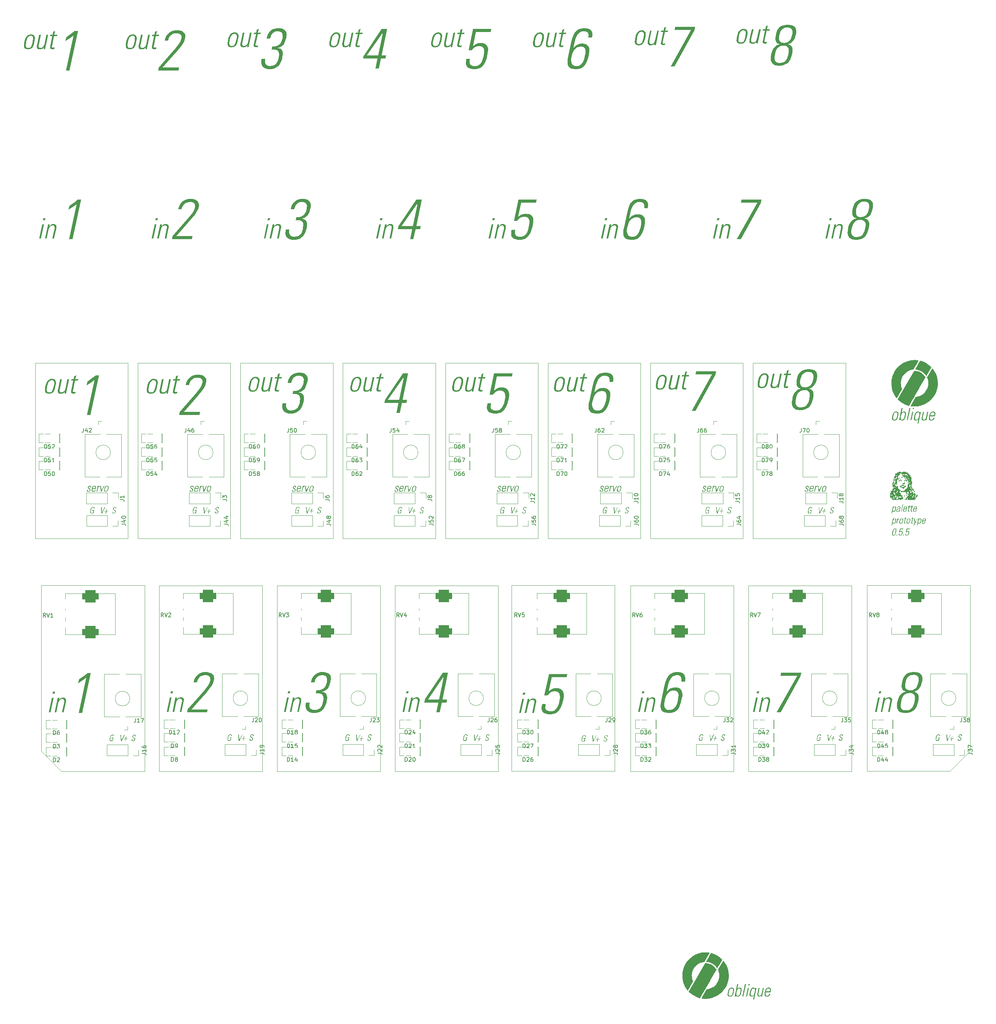
<source format=gto>
G04 #@! TF.GenerationSoftware,KiCad,Pcbnew,9.0.3*
G04 #@! TF.CreationDate,2025-08-26T17:21:35-04:00*
G04 #@! TF.ProjectId,Oblique Palette 0.5.4 PCB Main,4f626c69-7175-4652-9050-616c65747465,0.5.5*
G04 #@! TF.SameCoordinates,Original*
G04 #@! TF.FileFunction,Legend,Top*
G04 #@! TF.FilePolarity,Positive*
%FSLAX46Y46*%
G04 Gerber Fmt 4.6, Leading zero omitted, Abs format (unit mm)*
G04 Created by KiCad (PCBNEW 9.0.3) date 2025-08-26 17:21:35*
%MOMM*%
%LPD*%
G01*
G04 APERTURE LIST*
G04 Aperture macros list*
%AMRoundRect*
0 Rectangle with rounded corners*
0 $1 Rounding radius*
0 $2 $3 $4 $5 $6 $7 $8 $9 X,Y pos of 4 corners*
0 Add a 4 corners polygon primitive as box body*
4,1,4,$2,$3,$4,$5,$6,$7,$8,$9,$2,$3,0*
0 Add four circle primitives for the rounded corners*
1,1,$1+$1,$2,$3*
1,1,$1+$1,$4,$5*
1,1,$1+$1,$6,$7*
1,1,$1+$1,$8,$9*
0 Add four rect primitives between the rounded corners*
20,1,$1+$1,$2,$3,$4,$5,0*
20,1,$1+$1,$4,$5,$6,$7,0*
20,1,$1+$1,$6,$7,$8,$9,0*
20,1,$1+$1,$8,$9,$2,$3,0*%
G04 Aperture macros list end*
%ADD10C,0.300000*%
%ADD11C,0.100000*%
%ADD12C,0.050000*%
%ADD13C,0.150000*%
%ADD14C,0.000000*%
%ADD15C,0.120000*%
%ADD16C,2.130000*%
%ADD17R,1.930000X1.830000*%
%ADD18R,1.800000X1.800000*%
%ADD19C,1.800000*%
%ADD20C,1.700000*%
%ADD21R,1.700000X1.700000*%
%ADD22RoundRect,0.750000X-1.250000X-0.750000X1.250000X-0.750000X1.250000X0.750000X-1.250000X0.750000X0*%
%ADD23O,1.700000X1.700000*%
G04 APERTURE END LIST*
D10*
G36*
X37913507Y-115056093D02*
G01*
X37791056Y-115086560D01*
X37716531Y-115095681D01*
X37635510Y-115099443D01*
X37623163Y-115099507D01*
X37570554Y-115096614D01*
X37525405Y-115088090D01*
X37490363Y-115075602D01*
X37460823Y-115058797D01*
X37437332Y-115038765D01*
X37418309Y-115015070D01*
X37391754Y-114954698D01*
X37380151Y-114870254D01*
X37386675Y-114748436D01*
X37418426Y-114561427D01*
X37443562Y-114441548D01*
X37446576Y-114427412D01*
X37449614Y-114413137D01*
X37510193Y-114152036D01*
X37545928Y-114040100D01*
X37589681Y-113943534D01*
X37644741Y-113864561D01*
X37677540Y-113832366D01*
X37714399Y-113805401D01*
X37755730Y-113783946D01*
X37801944Y-113768277D01*
X37853453Y-113758672D01*
X37910667Y-113755408D01*
X37968094Y-113758336D01*
X38017292Y-113767108D01*
X38053808Y-113779577D01*
X38084356Y-113796502D01*
X38107274Y-113815944D01*
X38125425Y-113839119D01*
X38147868Y-113896349D01*
X38152559Y-113974719D01*
X38140378Y-114059948D01*
X38280787Y-114059948D01*
X38293893Y-113991189D01*
X38299494Y-113928997D01*
X38298184Y-113878421D01*
X38290908Y-113832964D01*
X38278977Y-113795512D01*
X38262086Y-113762235D01*
X38241191Y-113734068D01*
X38215794Y-113709617D01*
X38150253Y-113670962D01*
X38059825Y-113645612D01*
X37934848Y-113636065D01*
X37871286Y-113638935D01*
X37812542Y-113647301D01*
X37758627Y-113660725D01*
X37709051Y-113678872D01*
X37620473Y-113729027D01*
X37543801Y-113797997D01*
X37477079Y-113887890D01*
X37419282Y-114002525D01*
X37369653Y-114147805D01*
X37318064Y-114370232D01*
X37306441Y-114426130D01*
X37294220Y-114482211D01*
X37269360Y-114599242D01*
X37248545Y-114722756D01*
X37238746Y-114845946D01*
X37246934Y-114962004D01*
X37259951Y-115015231D01*
X37280080Y-115064122D01*
X37308191Y-115107827D01*
X37345156Y-115145493D01*
X37391846Y-115176270D01*
X37449133Y-115199308D01*
X37517888Y-115213754D01*
X37598983Y-115218759D01*
X37784980Y-115207006D01*
X37878997Y-115192210D01*
X37973169Y-115171439D01*
X38032758Y-115155194D01*
X38195790Y-114390226D01*
X37748734Y-114390226D01*
X37723272Y-114509477D01*
X38029919Y-114509477D01*
X37913507Y-115056093D01*
G37*
G36*
X40143108Y-115023853D02*
G01*
X40143566Y-115023853D01*
X40073865Y-113665374D01*
X39925213Y-113665374D01*
X40024223Y-115189450D01*
X40196872Y-115189450D01*
X40943065Y-113665374D01*
X40806411Y-113665374D01*
X40143108Y-115023853D01*
G37*
G36*
X41144748Y-114712535D02*
G01*
X41043174Y-115189450D01*
X41158487Y-115189450D01*
X41260061Y-114712535D01*
X41629631Y-114712535D01*
X41654178Y-114597405D01*
X41284608Y-114597405D01*
X41385724Y-114122597D01*
X41270411Y-114122597D01*
X41169295Y-114597405D01*
X40799725Y-114597405D01*
X40775178Y-114712535D01*
X41144748Y-114712535D01*
G37*
G36*
X43673394Y-114056102D02*
G01*
X43686909Y-113976877D01*
X43691661Y-113901560D01*
X43688295Y-113850416D01*
X43678190Y-113803031D01*
X43664139Y-113767259D01*
X43644387Y-113734940D01*
X43621391Y-113709203D01*
X43593034Y-113686863D01*
X43560060Y-113668712D01*
X43521369Y-113654297D01*
X43422652Y-113637537D01*
X43377097Y-113636065D01*
X43308482Y-113639032D01*
X43243332Y-113648080D01*
X43186752Y-113661976D01*
X43133753Y-113681382D01*
X43087895Y-113704556D01*
X43045657Y-113732794D01*
X43009076Y-113764469D01*
X42976209Y-113800966D01*
X42947902Y-113841371D01*
X42923538Y-113886597D01*
X42887393Y-113992143D01*
X42883330Y-114010581D01*
X42872314Y-114073825D01*
X42868842Y-114132237D01*
X42877442Y-114188622D01*
X42902640Y-114245783D01*
X42961152Y-114319340D01*
X43066950Y-114409732D01*
X43103240Y-114436113D01*
X43159307Y-114475320D01*
X43264274Y-114551421D01*
X43305861Y-114588064D01*
X43339083Y-114626285D01*
X43363112Y-114667972D01*
X43377122Y-114715012D01*
X43380289Y-114769293D01*
X43371785Y-114832702D01*
X43357374Y-114886340D01*
X43338156Y-114934206D01*
X43316161Y-114973133D01*
X43290045Y-115006994D01*
X43261454Y-115034355D01*
X43229126Y-115057024D01*
X43154213Y-115087760D01*
X43061785Y-115099458D01*
X43054880Y-115099507D01*
X42999091Y-115096650D01*
X42952577Y-115088372D01*
X42917416Y-115076376D01*
X42888904Y-115060524D01*
X42867272Y-115042000D01*
X42850754Y-115020540D01*
X42830507Y-114967245D01*
X42826529Y-114894084D01*
X42841608Y-114787944D01*
X42848067Y-114756773D01*
X42703536Y-114756773D01*
X42687893Y-114829834D01*
X42679887Y-114896904D01*
X42679265Y-114951822D01*
X42684890Y-115001799D01*
X42695459Y-115042850D01*
X42711268Y-115079726D01*
X42730926Y-115110514D01*
X42755279Y-115137539D01*
X42817305Y-115179703D01*
X42901419Y-115207437D01*
X43014258Y-115218695D01*
X43024380Y-115218759D01*
X43090394Y-115215824D01*
X43152088Y-115207009D01*
X43206092Y-115193344D01*
X43256196Y-115174451D01*
X43300470Y-115151450D01*
X43341097Y-115123628D01*
X43410143Y-115054892D01*
X43465167Y-114966452D01*
X43506245Y-114854766D01*
X43516316Y-114812919D01*
X43526242Y-114752668D01*
X43529089Y-114699598D01*
X43525812Y-114655225D01*
X43517250Y-114615934D01*
X43486242Y-114549761D01*
X43434939Y-114491021D01*
X43336314Y-114415490D01*
X43237329Y-114341133D01*
X43147344Y-114272572D01*
X43082577Y-114223314D01*
X43057277Y-114197898D01*
X43037591Y-114169478D01*
X43024184Y-114136197D01*
X43017725Y-114096196D01*
X43018880Y-114047616D01*
X43028318Y-113988599D01*
X43041798Y-113939278D01*
X43059588Y-113896765D01*
X43080139Y-113862621D01*
X43104253Y-113833846D01*
X43161965Y-113791478D01*
X43236367Y-113765435D01*
X43342384Y-113755408D01*
X43395010Y-113758313D01*
X43438610Y-113766924D01*
X43469807Y-113779001D01*
X43494998Y-113795212D01*
X43527498Y-113836426D01*
X43543445Y-113894377D01*
X43542540Y-113980095D01*
X43530970Y-114056102D01*
X43673394Y-114056102D01*
G37*
D11*
X119940000Y-22160000D02*
X142750000Y-22160000D01*
X142750000Y-65340000D01*
X119940000Y-65340000D01*
X119940000Y-22160000D01*
X145190000Y-22160000D02*
X168000000Y-22160000D01*
X168000000Y-65340000D01*
X145190000Y-65340000D01*
X145190000Y-22160000D01*
X69440000Y-22160000D02*
X92250000Y-22160000D01*
X92250000Y-65340000D01*
X69440000Y-65340000D01*
X69440000Y-22160000D01*
X18940000Y-22160000D02*
X41750000Y-22160000D01*
X41750000Y-65340000D01*
X18940000Y-65340000D01*
X18940000Y-22160000D01*
X78474141Y-76944450D02*
X103874141Y-76944450D01*
X103874141Y-122664450D01*
X78474141Y-122664450D01*
X78474141Y-76944450D01*
X249150000Y-117630000D02*
X244150000Y-122630000D01*
X223750000Y-122630000D01*
X223750000Y-76910000D01*
X249150000Y-76910000D01*
X249150000Y-117630000D01*
X165552139Y-76944450D02*
X190952139Y-76944450D01*
X190952139Y-122664450D01*
X165552139Y-122664450D01*
X165552139Y-76944450D01*
X195690000Y-22160000D02*
X218500000Y-22160000D01*
X218500000Y-65340000D01*
X195690000Y-65340000D01*
X195690000Y-22160000D01*
X170440000Y-22160000D02*
X193250000Y-22160000D01*
X193250000Y-65340000D01*
X170440000Y-65340000D01*
X170440000Y-22160000D01*
X44190000Y-22160000D02*
X67000000Y-22160000D01*
X67000000Y-65340000D01*
X44190000Y-65340000D01*
X44190000Y-22160000D01*
X49448142Y-76944450D02*
X74848142Y-76944450D01*
X74848142Y-122664450D01*
X49448142Y-122664450D01*
X49448142Y-76944450D01*
D12*
X45900000Y-122660000D02*
X25400000Y-122660000D01*
X20400000Y-117660000D01*
X20400000Y-76910000D01*
X45900000Y-76910000D01*
X45900000Y-122660000D01*
D11*
X94690000Y-22160000D02*
X117500000Y-22160000D01*
X117500000Y-65340000D01*
X94690000Y-65340000D01*
X94690000Y-22160000D01*
X136250000Y-76910000D02*
X161650000Y-76910000D01*
X161650000Y-122630000D01*
X136250000Y-122630000D01*
X136250000Y-76910000D01*
X194578138Y-76944450D02*
X219978138Y-76944450D01*
X219978138Y-122664450D01*
X194578138Y-122664450D01*
X194578138Y-76944450D01*
X107500140Y-76944450D02*
X132900140Y-76944450D01*
X132900140Y-122664450D01*
X107500140Y-122664450D01*
X107500140Y-76944450D01*
D10*
G36*
X159381364Y-59021643D02*
G01*
X159258913Y-59052110D01*
X159184388Y-59061231D01*
X159103367Y-59064993D01*
X159091020Y-59065057D01*
X159038411Y-59062164D01*
X158993262Y-59053640D01*
X158958220Y-59041152D01*
X158928680Y-59024347D01*
X158905189Y-59004315D01*
X158886166Y-58980620D01*
X158859611Y-58920248D01*
X158848008Y-58835804D01*
X158854532Y-58713986D01*
X158886283Y-58526977D01*
X158911419Y-58407098D01*
X158914433Y-58392962D01*
X158917471Y-58378687D01*
X158978050Y-58117586D01*
X159013785Y-58005650D01*
X159057538Y-57909084D01*
X159112598Y-57830111D01*
X159145397Y-57797916D01*
X159182256Y-57770951D01*
X159223587Y-57749496D01*
X159269801Y-57733827D01*
X159321310Y-57724222D01*
X159378524Y-57720958D01*
X159435951Y-57723886D01*
X159485149Y-57732658D01*
X159521665Y-57745127D01*
X159552213Y-57762052D01*
X159575131Y-57781494D01*
X159593282Y-57804669D01*
X159615725Y-57861899D01*
X159620416Y-57940269D01*
X159608235Y-58025498D01*
X159748644Y-58025498D01*
X159761750Y-57956739D01*
X159767351Y-57894547D01*
X159766041Y-57843971D01*
X159758765Y-57798514D01*
X159746834Y-57761062D01*
X159729943Y-57727785D01*
X159709048Y-57699618D01*
X159683651Y-57675167D01*
X159618110Y-57636512D01*
X159527682Y-57611162D01*
X159402705Y-57601615D01*
X159339143Y-57604485D01*
X159280399Y-57612851D01*
X159226484Y-57626275D01*
X159176908Y-57644422D01*
X159088330Y-57694577D01*
X159011658Y-57763547D01*
X158944936Y-57853440D01*
X158887139Y-57968075D01*
X158837510Y-58113355D01*
X158785921Y-58335782D01*
X158774298Y-58391680D01*
X158762077Y-58447761D01*
X158737217Y-58564792D01*
X158716402Y-58688306D01*
X158706603Y-58811496D01*
X158714791Y-58927554D01*
X158727808Y-58980781D01*
X158747937Y-59029672D01*
X158776048Y-59073377D01*
X158813013Y-59111043D01*
X158859703Y-59141820D01*
X158916990Y-59164858D01*
X158985745Y-59179304D01*
X159066840Y-59184309D01*
X159252837Y-59172556D01*
X159346854Y-59157760D01*
X159441026Y-59136989D01*
X159500615Y-59120744D01*
X159663647Y-58355776D01*
X159216591Y-58355776D01*
X159191129Y-58475027D01*
X159497776Y-58475027D01*
X159381364Y-59021643D01*
G37*
G36*
X161610965Y-58989403D02*
G01*
X161611423Y-58989403D01*
X161541722Y-57630924D01*
X161393070Y-57630924D01*
X161492080Y-59155000D01*
X161664729Y-59155000D01*
X162410922Y-57630924D01*
X162274268Y-57630924D01*
X161610965Y-58989403D01*
G37*
G36*
X162612605Y-58678085D02*
G01*
X162511031Y-59155000D01*
X162626344Y-59155000D01*
X162727918Y-58678085D01*
X163097488Y-58678085D01*
X163122035Y-58562955D01*
X162752465Y-58562955D01*
X162853581Y-58088147D01*
X162738268Y-58088147D01*
X162637152Y-58562955D01*
X162267582Y-58562955D01*
X162243035Y-58678085D01*
X162612605Y-58678085D01*
G37*
G36*
X165141251Y-58021652D02*
G01*
X165154766Y-57942427D01*
X165159518Y-57867110D01*
X165156152Y-57815966D01*
X165146047Y-57768581D01*
X165131996Y-57732809D01*
X165112244Y-57700490D01*
X165089248Y-57674753D01*
X165060891Y-57652413D01*
X165027917Y-57634262D01*
X164989226Y-57619847D01*
X164890509Y-57603087D01*
X164844954Y-57601615D01*
X164776339Y-57604582D01*
X164711189Y-57613630D01*
X164654609Y-57627526D01*
X164601610Y-57646932D01*
X164555752Y-57670106D01*
X164513514Y-57698344D01*
X164476933Y-57730019D01*
X164444066Y-57766516D01*
X164415759Y-57806921D01*
X164391395Y-57852147D01*
X164355250Y-57957693D01*
X164351187Y-57976131D01*
X164340171Y-58039375D01*
X164336699Y-58097787D01*
X164345299Y-58154172D01*
X164370497Y-58211333D01*
X164429009Y-58284890D01*
X164534807Y-58375282D01*
X164571097Y-58401663D01*
X164627164Y-58440870D01*
X164732131Y-58516971D01*
X164773718Y-58553614D01*
X164806940Y-58591835D01*
X164830969Y-58633522D01*
X164844979Y-58680562D01*
X164848146Y-58734843D01*
X164839642Y-58798252D01*
X164825231Y-58851890D01*
X164806013Y-58899756D01*
X164784018Y-58938683D01*
X164757902Y-58972544D01*
X164729311Y-58999905D01*
X164696983Y-59022574D01*
X164622070Y-59053310D01*
X164529642Y-59065008D01*
X164522737Y-59065057D01*
X164466948Y-59062200D01*
X164420434Y-59053922D01*
X164385273Y-59041926D01*
X164356761Y-59026074D01*
X164335129Y-59007550D01*
X164318611Y-58986090D01*
X164298364Y-58932795D01*
X164294386Y-58859634D01*
X164309465Y-58753494D01*
X164315924Y-58722323D01*
X164171393Y-58722323D01*
X164155750Y-58795384D01*
X164147744Y-58862454D01*
X164147122Y-58917372D01*
X164152747Y-58967349D01*
X164163316Y-59008400D01*
X164179125Y-59045276D01*
X164198783Y-59076064D01*
X164223136Y-59103089D01*
X164285162Y-59145253D01*
X164369276Y-59172987D01*
X164482115Y-59184245D01*
X164492237Y-59184309D01*
X164558251Y-59181374D01*
X164619945Y-59172559D01*
X164673949Y-59158894D01*
X164724053Y-59140001D01*
X164768327Y-59117000D01*
X164808954Y-59089178D01*
X164878000Y-59020442D01*
X164933024Y-58932002D01*
X164974102Y-58820316D01*
X164984173Y-58778469D01*
X164994099Y-58718218D01*
X164996946Y-58665148D01*
X164993669Y-58620775D01*
X164985107Y-58581484D01*
X164954099Y-58515311D01*
X164902796Y-58456571D01*
X164804171Y-58381040D01*
X164705186Y-58306683D01*
X164615201Y-58238122D01*
X164550434Y-58188864D01*
X164525134Y-58163448D01*
X164505448Y-58135028D01*
X164492041Y-58101747D01*
X164485582Y-58061746D01*
X164486737Y-58013166D01*
X164496175Y-57954149D01*
X164509655Y-57904828D01*
X164527445Y-57862315D01*
X164547996Y-57828171D01*
X164572110Y-57799396D01*
X164629822Y-57757028D01*
X164704224Y-57730985D01*
X164810241Y-57720958D01*
X164862867Y-57723863D01*
X164906467Y-57732474D01*
X164937664Y-57744551D01*
X164962855Y-57760762D01*
X164995355Y-57801976D01*
X165011302Y-57859927D01*
X165010397Y-57945645D01*
X164998827Y-58021652D01*
X165141251Y-58021652D01*
G37*
D11*
G36*
X77103766Y54965418D02*
G01*
X77587707Y54983173D01*
X77991569Y54954085D01*
X78265958Y54894601D01*
X78492206Y54802374D01*
X78652827Y54694217D01*
X78780137Y54560088D01*
X78938989Y54222389D01*
X78989952Y53734319D01*
X78905552Y52987956D01*
X78858650Y52752578D01*
X78750302Y52344755D01*
X78600331Y51969231D01*
X78446539Y51699101D01*
X78258752Y51459955D01*
X78065061Y51280662D01*
X77840885Y51131402D01*
X77602015Y51021815D01*
X77332830Y50943587D01*
X76795409Y50889616D01*
X76501902Y50908823D01*
X76248232Y50965118D01*
X76047538Y51048930D01*
X75879943Y51161449D01*
X75647043Y51455250D01*
X75529489Y51854760D01*
X75539326Y52387469D01*
X75595566Y52682358D01*
X74699805Y52682358D01*
X74618559Y52269480D01*
X74585951Y51894801D01*
X74597819Y51584809D01*
X74648710Y51306000D01*
X74730721Y51073461D01*
X74845347Y50867434D01*
X75160021Y50540755D01*
X75605714Y50305775D01*
X76217590Y50164888D01*
X76760604Y50133684D01*
X77132454Y50153096D01*
X77483323Y50210825D01*
X77803946Y50302966D01*
X78103942Y50429906D01*
X78635439Y50781071D01*
X79085929Y51266327D01*
X79455530Y51897439D01*
X79735277Y52691704D01*
X79795932Y52948583D01*
X79887168Y53485555D01*
X79912564Y53992868D01*
X79882079Y54298219D01*
X79806470Y54575910D01*
X79708379Y54775130D01*
X79573267Y54949550D01*
X79417634Y55082421D01*
X79226850Y55190615D01*
X78737032Y55323121D01*
X78679132Y55329951D01*
X78685238Y55357428D01*
X78999078Y55448351D01*
X79280964Y55569268D01*
X79761015Y55895652D01*
X80150397Y56339442D01*
X80462876Y56920152D01*
X80702744Y57672903D01*
X80738099Y57829776D01*
X80808393Y58252831D01*
X80829521Y58629432D01*
X80807480Y58929307D01*
X80747437Y59194356D01*
X80658715Y59409605D01*
X80538725Y59597077D01*
X80215023Y59887758D01*
X79752731Y60090258D01*
X79099367Y60201589D01*
X78698061Y60216029D01*
X78353304Y60196830D01*
X78026291Y60140592D01*
X77424436Y59922513D01*
X76899293Y59571274D01*
X76462632Y59094882D01*
X76131552Y58504089D01*
X75926117Y57816325D01*
X75902701Y57675293D01*
X76799073Y57675293D01*
X76882239Y58041794D01*
X77003315Y58379726D01*
X77142687Y58648223D01*
X77314378Y58885635D01*
X77497019Y59068655D01*
X77707824Y59220236D01*
X77931638Y59330963D01*
X78181881Y59408965D01*
X78649212Y59459487D01*
X78951936Y59440213D01*
X79209069Y59383458D01*
X79404241Y59300930D01*
X79564596Y59190088D01*
X79779385Y58902562D01*
X79881754Y58503407D01*
X79859521Y57946556D01*
X79817914Y57717424D01*
X79710765Y57308552D01*
X79573187Y56946320D01*
X79421328Y56657382D01*
X79243639Y56406861D01*
X79053563Y56207058D01*
X78840296Y56040825D01*
X78355343Y55812592D01*
X77763827Y55711214D01*
X77264966Y55721960D01*
X77103766Y54965418D01*
G37*
G36*
X204407354Y61074802D02*
G01*
X205143674Y60991608D01*
X205426833Y60908163D01*
X205664079Y60800537D01*
X205865236Y60666641D01*
X206024945Y60513117D01*
X206170104Y60302691D01*
X206266215Y60073499D01*
X206340664Y59582560D01*
X206307037Y59087783D01*
X206224080Y58636653D01*
X206198208Y58519482D01*
X205971335Y57764393D01*
X205684538Y57206871D01*
X205324096Y56790064D01*
X204868488Y56487338D01*
X204593141Y56376388D01*
X204282960Y56295586D01*
X204276854Y56267498D01*
X204681742Y56131878D01*
X204888191Y56015672D01*
X205056409Y55878184D01*
X205197905Y55708014D01*
X205301883Y55516384D01*
X205382861Y55256603D01*
X205419734Y54970441D01*
X205396742Y54412449D01*
X205291073Y53798203D01*
X205158765Y53278732D01*
X204886073Y52581427D01*
X204536169Y52025712D01*
X204104576Y51592982D01*
X203578321Y51273004D01*
X203273452Y51155535D01*
X202935134Y51067881D01*
X202559045Y51012728D01*
X202145225Y50993684D01*
X201968946Y50997065D01*
X201287906Y51091909D01*
X201018507Y51182161D01*
X200788912Y51297940D01*
X200589627Y51442808D01*
X200427668Y51609983D01*
X200286227Y51821795D01*
X200184354Y52054667D01*
X200106592Y52367793D01*
X200075573Y52700096D01*
X200099076Y53175424D01*
X200989004Y53175424D01*
X201001331Y52623706D01*
X201128302Y52222962D01*
X201362356Y51933371D01*
X201529077Y51822994D01*
X201730262Y51740313D01*
X201987314Y51684492D01*
X202288717Y51665352D01*
X202852386Y51733120D01*
X203110687Y51820804D01*
X203342237Y51941163D01*
X203564490Y52105614D01*
X203758597Y52302410D01*
X203948811Y52563977D01*
X204106776Y52859265D01*
X204258651Y53255481D01*
X204371498Y53685851D01*
X204498590Y54476860D01*
X204487803Y55002917D01*
X204369447Y55381245D01*
X204143738Y55656761D01*
X203978620Y55763138D01*
X203775134Y55843750D01*
X203510563Y55898616D01*
X203194248Y55917620D01*
X203048488Y55913964D01*
X202743943Y55879602D01*
X202473915Y55811578D01*
X202224330Y55707052D01*
X202007363Y55572293D01*
X201794086Y55384260D01*
X201615897Y55166412D01*
X201420521Y54829199D01*
X201271556Y54460533D01*
X201067503Y53685851D01*
X200989004Y53175424D01*
X200099076Y53175424D01*
X200102723Y53249187D01*
X200195556Y53798203D01*
X200246151Y54022834D01*
X200479319Y54774862D01*
X200770169Y55325520D01*
X201141126Y55742914D01*
X201365445Y55911653D01*
X201622780Y56056031D01*
X201921799Y56176216D01*
X202261240Y56267498D01*
X202239258Y56295586D01*
X201910133Y56401480D01*
X201713351Y56509607D01*
X201552901Y56641132D01*
X201415680Y56809993D01*
X201315503Y57002370D01*
X201237864Y57268384D01*
X201206156Y57550228D01*
X202117154Y57550228D01*
X202226257Y57145849D01*
X202442260Y56857124D01*
X202600018Y56746990D01*
X202792014Y56664639D01*
X203042076Y56608476D01*
X203337130Y56589288D01*
X203815985Y56639567D01*
X204069180Y56716618D01*
X204296067Y56826361D01*
X204511765Y56978147D01*
X204700401Y57162737D01*
X204884931Y57410579D01*
X205038797Y57694257D01*
X205188096Y58081885D01*
X205300232Y58510258D01*
X205369658Y58901313D01*
X205392201Y59471014D01*
X205297064Y59861663D01*
X205092415Y60139095D01*
X204934725Y60247070D01*
X204739155Y60327797D01*
X204471610Y60384487D01*
X204149848Y60403750D01*
X203697718Y60365986D01*
X203437408Y60300258D01*
X203207373Y60203670D01*
X202995314Y60070042D01*
X202811713Y59905262D01*
X202630700Y59676867D01*
X202480393Y59411070D01*
X202316651Y58990292D01*
X202192241Y58510258D01*
X202126138Y58118160D01*
X202117154Y57550228D01*
X201206156Y57550228D01*
X201204831Y57562009D01*
X201228723Y58078897D01*
X201323958Y58636653D01*
X201406319Y58989761D01*
X201619154Y59602858D01*
X201915010Y60102433D01*
X202306124Y60501068D01*
X202811743Y60803732D01*
X203116106Y60917141D01*
X203461321Y61002673D01*
X203853376Y61057090D01*
X204292730Y61076029D01*
X204407354Y61074802D01*
G37*
G36*
X181545894Y-24946828D02*
G01*
X185633909Y-24946828D01*
X180578082Y-33960000D01*
X181558106Y-33960000D01*
X186458229Y-25086657D01*
X186649349Y-24190286D01*
X181707095Y-24190286D01*
X181545894Y-24946828D01*
G37*
G36*
X192689189Y17303171D02*
G01*
X196777204Y17303171D01*
X191721377Y8290000D01*
X192701401Y8290000D01*
X197601524Y17163342D01*
X197792644Y18059713D01*
X192850390Y18059713D01*
X192689189Y17303171D01*
G37*
G36*
X168095173Y18215062D02*
G01*
X168737967Y18136692D01*
X169203809Y17951618D01*
X169537276Y17667076D01*
X169663884Y17478218D01*
X169758192Y17261994D01*
X169825031Y16992272D01*
X169853348Y16689792D01*
X169839406Y16308492D01*
X169777171Y15885952D01*
X168881411Y15885952D01*
X168916471Y16483618D01*
X168828135Y16899694D01*
X168633779Y17190672D01*
X168487967Y17301159D01*
X168309033Y17383463D01*
X168070903Y17440214D01*
X167788424Y17459487D01*
X167620912Y17453435D01*
X167345491Y17414162D01*
X167095538Y17340671D01*
X166665745Y17101720D01*
X166318947Y16757951D01*
X166042556Y16330731D01*
X165823987Y15841430D01*
X165650654Y15311416D01*
X165389349Y14214720D01*
X165207388Y13360481D01*
X165238529Y13374525D01*
X165591813Y13772351D01*
X165838530Y13970905D01*
X166104731Y14134211D01*
X166397291Y14265873D01*
X166705734Y14360396D01*
X167038543Y14419241D01*
X167382981Y14438813D01*
X167770297Y14413422D01*
X168097714Y14341196D01*
X168369871Y14228062D01*
X168591411Y14079942D01*
X168766973Y13902763D01*
X168901198Y13702448D01*
X169064201Y13256109D01*
X169117546Y12788322D01*
X169098359Y12346483D01*
X168990887Y11730231D01*
X168979108Y11678258D01*
X168728201Y10658397D01*
X168423810Y9817780D01*
X168075887Y9200498D01*
X167669886Y8744145D01*
X167186437Y8416737D01*
X166905897Y8297326D01*
X166595891Y8209092D01*
X166244437Y8152880D01*
X165857684Y8133684D01*
X165711082Y8135507D01*
X164972611Y8218133D01*
X164458456Y8401826D01*
X164261387Y8528929D01*
X164099945Y8678522D01*
X163961862Y8865801D01*
X163859963Y9077370D01*
X163780186Y9366020D01*
X163743731Y9686650D01*
X163747468Y10083322D01*
X163777690Y10383667D01*
X164633046Y10383667D01*
X164675734Y9851854D01*
X164819309Y9446825D01*
X165056893Y9153748D01*
X165215106Y9045133D01*
X165405540Y8962405D01*
X165636413Y8908484D01*
X165906533Y8889616D01*
X166267396Y8918322D01*
X166530848Y8982720D01*
X166765075Y9080418D01*
X166992951Y9223502D01*
X167190536Y9398947D01*
X167505621Y9827575D01*
X167734999Y10331828D01*
X167901763Y10876424D01*
X168029003Y11426078D01*
X168132958Y12022390D01*
X168160358Y12679279D01*
X168068157Y13113685D01*
X167873753Y13409364D01*
X167726358Y13521777D01*
X167546134Y13604543D01*
X167295665Y13663320D01*
X166997688Y13682882D01*
X166751130Y13669256D01*
X166236241Y13538331D01*
X166001645Y13420701D01*
X165780570Y13266105D01*
X165571547Y13070243D01*
X165379091Y12833602D01*
X165198442Y12543623D01*
X165038556Y12206722D01*
X164894962Y11801768D01*
X164777520Y11341814D01*
X164771838Y11319510D01*
X164700926Y11005106D01*
X164633046Y10383667D01*
X163777690Y10383667D01*
X163790863Y10514585D01*
X163964192Y11468210D01*
X164644408Y14663517D01*
X164896997Y15676948D01*
X165215136Y16542337D01*
X165570021Y17157955D01*
X165983710Y17606248D01*
X166223218Y17782668D01*
X166488515Y17928989D01*
X166795715Y18049812D01*
X167135778Y18137809D01*
X167547866Y18196482D01*
X168005190Y18216029D01*
X168095173Y18215062D01*
G37*
D10*
G36*
X108881364Y-59021643D02*
G01*
X108758913Y-59052110D01*
X108684388Y-59061231D01*
X108603367Y-59064993D01*
X108591020Y-59065057D01*
X108538411Y-59062164D01*
X108493262Y-59053640D01*
X108458220Y-59041152D01*
X108428680Y-59024347D01*
X108405189Y-59004315D01*
X108386166Y-58980620D01*
X108359611Y-58920248D01*
X108348008Y-58835804D01*
X108354532Y-58713986D01*
X108386283Y-58526977D01*
X108411419Y-58407098D01*
X108414433Y-58392962D01*
X108417471Y-58378687D01*
X108478050Y-58117586D01*
X108513785Y-58005650D01*
X108557538Y-57909084D01*
X108612598Y-57830111D01*
X108645397Y-57797916D01*
X108682256Y-57770951D01*
X108723587Y-57749496D01*
X108769801Y-57733827D01*
X108821310Y-57724222D01*
X108878524Y-57720958D01*
X108935951Y-57723886D01*
X108985149Y-57732658D01*
X109021665Y-57745127D01*
X109052213Y-57762052D01*
X109075131Y-57781494D01*
X109093282Y-57804669D01*
X109115725Y-57861899D01*
X109120416Y-57940269D01*
X109108235Y-58025498D01*
X109248644Y-58025498D01*
X109261750Y-57956739D01*
X109267351Y-57894547D01*
X109266041Y-57843971D01*
X109258765Y-57798514D01*
X109246834Y-57761062D01*
X109229943Y-57727785D01*
X109209048Y-57699618D01*
X109183651Y-57675167D01*
X109118110Y-57636512D01*
X109027682Y-57611162D01*
X108902705Y-57601615D01*
X108839143Y-57604485D01*
X108780399Y-57612851D01*
X108726484Y-57626275D01*
X108676908Y-57644422D01*
X108588330Y-57694577D01*
X108511658Y-57763547D01*
X108444936Y-57853440D01*
X108387139Y-57968075D01*
X108337510Y-58113355D01*
X108285921Y-58335782D01*
X108274298Y-58391680D01*
X108262077Y-58447761D01*
X108237217Y-58564792D01*
X108216402Y-58688306D01*
X108206603Y-58811496D01*
X108214791Y-58927554D01*
X108227808Y-58980781D01*
X108247937Y-59029672D01*
X108276048Y-59073377D01*
X108313013Y-59111043D01*
X108359703Y-59141820D01*
X108416990Y-59164858D01*
X108485745Y-59179304D01*
X108566840Y-59184309D01*
X108752837Y-59172556D01*
X108846854Y-59157760D01*
X108941026Y-59136989D01*
X109000615Y-59120744D01*
X109163647Y-58355776D01*
X108716591Y-58355776D01*
X108691129Y-58475027D01*
X108997776Y-58475027D01*
X108881364Y-59021643D01*
G37*
G36*
X111110965Y-58989403D02*
G01*
X111111423Y-58989403D01*
X111041722Y-57630924D01*
X110893070Y-57630924D01*
X110992080Y-59155000D01*
X111164729Y-59155000D01*
X111910922Y-57630924D01*
X111774268Y-57630924D01*
X111110965Y-58989403D01*
G37*
G36*
X112112605Y-58678085D02*
G01*
X112011031Y-59155000D01*
X112126344Y-59155000D01*
X112227918Y-58678085D01*
X112597488Y-58678085D01*
X112622035Y-58562955D01*
X112252465Y-58562955D01*
X112353581Y-58088147D01*
X112238268Y-58088147D01*
X112137152Y-58562955D01*
X111767582Y-58562955D01*
X111743035Y-58678085D01*
X112112605Y-58678085D01*
G37*
G36*
X114641251Y-58021652D02*
G01*
X114654766Y-57942427D01*
X114659518Y-57867110D01*
X114656152Y-57815966D01*
X114646047Y-57768581D01*
X114631996Y-57732809D01*
X114612244Y-57700490D01*
X114589248Y-57674753D01*
X114560891Y-57652413D01*
X114527917Y-57634262D01*
X114489226Y-57619847D01*
X114390509Y-57603087D01*
X114344954Y-57601615D01*
X114276339Y-57604582D01*
X114211189Y-57613630D01*
X114154609Y-57627526D01*
X114101610Y-57646932D01*
X114055752Y-57670106D01*
X114013514Y-57698344D01*
X113976933Y-57730019D01*
X113944066Y-57766516D01*
X113915759Y-57806921D01*
X113891395Y-57852147D01*
X113855250Y-57957693D01*
X113851187Y-57976131D01*
X113840171Y-58039375D01*
X113836699Y-58097787D01*
X113845299Y-58154172D01*
X113870497Y-58211333D01*
X113929009Y-58284890D01*
X114034807Y-58375282D01*
X114071097Y-58401663D01*
X114127164Y-58440870D01*
X114232131Y-58516971D01*
X114273718Y-58553614D01*
X114306940Y-58591835D01*
X114330969Y-58633522D01*
X114344979Y-58680562D01*
X114348146Y-58734843D01*
X114339642Y-58798252D01*
X114325231Y-58851890D01*
X114306013Y-58899756D01*
X114284018Y-58938683D01*
X114257902Y-58972544D01*
X114229311Y-58999905D01*
X114196983Y-59022574D01*
X114122070Y-59053310D01*
X114029642Y-59065008D01*
X114022737Y-59065057D01*
X113966948Y-59062200D01*
X113920434Y-59053922D01*
X113885273Y-59041926D01*
X113856761Y-59026074D01*
X113835129Y-59007550D01*
X113818611Y-58986090D01*
X113798364Y-58932795D01*
X113794386Y-58859634D01*
X113809465Y-58753494D01*
X113815924Y-58722323D01*
X113671393Y-58722323D01*
X113655750Y-58795384D01*
X113647744Y-58862454D01*
X113647122Y-58917372D01*
X113652747Y-58967349D01*
X113663316Y-59008400D01*
X113679125Y-59045276D01*
X113698783Y-59076064D01*
X113723136Y-59103089D01*
X113785162Y-59145253D01*
X113869276Y-59172987D01*
X113982115Y-59184245D01*
X113992237Y-59184309D01*
X114058251Y-59181374D01*
X114119945Y-59172559D01*
X114173949Y-59158894D01*
X114224053Y-59140001D01*
X114268327Y-59117000D01*
X114308954Y-59089178D01*
X114378000Y-59020442D01*
X114433024Y-58932002D01*
X114474102Y-58820316D01*
X114484173Y-58778469D01*
X114494099Y-58718218D01*
X114496946Y-58665148D01*
X114493669Y-58620775D01*
X114485107Y-58581484D01*
X114454099Y-58515311D01*
X114402796Y-58456571D01*
X114304171Y-58381040D01*
X114205186Y-58306683D01*
X114115201Y-58238122D01*
X114050434Y-58188864D01*
X114025134Y-58163448D01*
X114005448Y-58135028D01*
X113992041Y-58101747D01*
X113985582Y-58061746D01*
X113986737Y-58013166D01*
X113996175Y-57954149D01*
X114009655Y-57904828D01*
X114027445Y-57862315D01*
X114047996Y-57828171D01*
X114072110Y-57799396D01*
X114129822Y-57757028D01*
X114204224Y-57730985D01*
X114310241Y-57720958D01*
X114362867Y-57723863D01*
X114406467Y-57732474D01*
X114437664Y-57744551D01*
X114462855Y-57760762D01*
X114495355Y-57801976D01*
X114511302Y-57859927D01*
X114510397Y-57945645D01*
X114498827Y-58021652D01*
X114641251Y-58021652D01*
G37*
D11*
G36*
X83053853Y12965418D02*
G01*
X83537794Y12983173D01*
X83941656Y12954085D01*
X84216045Y12894601D01*
X84442293Y12802374D01*
X84602914Y12694217D01*
X84730224Y12560088D01*
X84889076Y12222389D01*
X84940039Y11734319D01*
X84855639Y10987956D01*
X84808737Y10752578D01*
X84700389Y10344755D01*
X84550418Y9969231D01*
X84396626Y9699101D01*
X84208839Y9459955D01*
X84015148Y9280662D01*
X83790972Y9131402D01*
X83552102Y9021815D01*
X83282917Y8943587D01*
X82745496Y8889616D01*
X82451989Y8908823D01*
X82198319Y8965118D01*
X81997625Y9048930D01*
X81830030Y9161449D01*
X81597130Y9455250D01*
X81479576Y9854760D01*
X81489413Y10387469D01*
X81545653Y10682358D01*
X80649892Y10682358D01*
X80568646Y10269480D01*
X80536038Y9894801D01*
X80547906Y9584809D01*
X80598797Y9306000D01*
X80680808Y9073461D01*
X80795434Y8867434D01*
X81110108Y8540755D01*
X81555801Y8305775D01*
X82167677Y8164888D01*
X82710691Y8133684D01*
X83082541Y8153096D01*
X83433410Y8210825D01*
X83754033Y8302966D01*
X84054029Y8429906D01*
X84585526Y8781071D01*
X85036016Y9266327D01*
X85405617Y9897439D01*
X85685364Y10691704D01*
X85746019Y10948583D01*
X85837255Y11485555D01*
X85862651Y11992868D01*
X85832166Y12298219D01*
X85756557Y12575910D01*
X85658466Y12775130D01*
X85523354Y12949550D01*
X85367721Y13082421D01*
X85176937Y13190615D01*
X84687119Y13323121D01*
X84629219Y13329951D01*
X84635325Y13357428D01*
X84949165Y13448351D01*
X85231051Y13569268D01*
X85711102Y13895652D01*
X86100484Y14339442D01*
X86412963Y14920152D01*
X86652831Y15672903D01*
X86688186Y15829776D01*
X86758480Y16252831D01*
X86779608Y16629432D01*
X86757567Y16929307D01*
X86697524Y17194356D01*
X86608802Y17409605D01*
X86488812Y17597077D01*
X86165110Y17887758D01*
X85702818Y18090258D01*
X85049454Y18201589D01*
X84648148Y18216029D01*
X84303391Y18196830D01*
X83976378Y18140592D01*
X83374523Y17922513D01*
X82849380Y17571274D01*
X82412719Y17094882D01*
X82081639Y16504089D01*
X81876204Y15816325D01*
X81852788Y15675293D01*
X82749160Y15675293D01*
X82832326Y16041794D01*
X82953402Y16379726D01*
X83092774Y16648223D01*
X83264465Y16885635D01*
X83447106Y17068655D01*
X83657911Y17220236D01*
X83881725Y17330963D01*
X84131968Y17408965D01*
X84599299Y17459487D01*
X84902023Y17440213D01*
X85159156Y17383458D01*
X85354328Y17300930D01*
X85514683Y17190088D01*
X85729472Y16902562D01*
X85831841Y16503407D01*
X85809608Y15946556D01*
X85768001Y15717424D01*
X85660852Y15308552D01*
X85523274Y14946320D01*
X85371415Y14657382D01*
X85193726Y14406861D01*
X85003650Y14207058D01*
X84790383Y14040825D01*
X84305430Y13812592D01*
X83713914Y13711214D01*
X83215053Y13721960D01*
X83053853Y12965418D01*
G37*
G36*
X80617598Y-107992800D02*
G01*
X81370781Y-104456163D01*
X80950989Y-104456163D01*
X80197805Y-107992800D01*
X80617598Y-107992800D01*
G37*
G36*
X81631205Y-103464232D02*
G01*
X81744778Y-102932088D01*
X81226678Y-102932088D01*
X81113105Y-103464232D01*
X81631205Y-103464232D01*
G37*
G36*
X82502236Y-105780570D02*
G01*
X82555964Y-105574054D01*
X82622187Y-105393755D01*
X82698706Y-105239386D01*
X82784377Y-105108281D01*
X82878392Y-104998366D01*
X82978487Y-104909465D01*
X83197439Y-104786758D01*
X83434771Y-104735419D01*
X83488367Y-104733684D01*
X83613514Y-104743176D01*
X83718884Y-104770539D01*
X83801639Y-104811522D01*
X83868590Y-104865675D01*
X83960219Y-105010933D01*
X83999879Y-105215519D01*
X83977118Y-105493077D01*
X83969831Y-105529305D01*
X83445014Y-107992800D01*
X83865112Y-107992800D01*
X84394203Y-105508239D01*
X84438844Y-105229903D01*
X84436080Y-104945096D01*
X84407725Y-104817809D01*
X84356664Y-104700673D01*
X84296213Y-104616042D01*
X84216391Y-104542433D01*
X84124397Y-104486289D01*
X84012815Y-104442589D01*
X83724283Y-104398585D01*
X83664832Y-104397545D01*
X83393573Y-104434672D01*
X83130202Y-104546037D01*
X82866490Y-104738721D01*
X82703737Y-104901296D01*
X82689693Y-104901296D01*
X82784337Y-104456163D01*
X82364239Y-104456163D01*
X81611055Y-107992800D01*
X82031153Y-107992800D01*
X82502236Y-105780570D01*
G37*
G36*
X147233426Y-102207383D02*
G01*
X146854586Y-102227459D01*
X146519189Y-102289835D01*
X145977299Y-102512454D01*
X145356420Y-102935837D01*
X146099528Y-99446828D01*
X149753401Y-99446828D01*
X149914602Y-98690286D01*
X145420533Y-98690286D01*
X144292131Y-103987913D01*
X145104239Y-103987913D01*
X145338776Y-103617220D01*
X145711258Y-103302061D01*
X146211305Y-103069029D01*
X146772970Y-102965547D01*
X146848133Y-102963925D01*
X147161845Y-102982988D01*
X147424409Y-103038276D01*
X147624961Y-103119156D01*
X147788007Y-103226311D01*
X148010673Y-103504753D01*
X148127880Y-103891657D01*
X148137874Y-104439458D01*
X147980809Y-105405132D01*
X147794414Y-106135787D01*
X147514552Y-106822641D01*
X147339302Y-107106027D01*
X147129010Y-107355559D01*
X146925983Y-107530324D01*
X146693323Y-107672489D01*
X146454389Y-107769632D01*
X146186934Y-107833134D01*
X145833304Y-107860383D01*
X145505615Y-107841006D01*
X145229417Y-107783520D01*
X145026528Y-107701690D01*
X144861163Y-107591477D01*
X144739161Y-107463103D01*
X144647875Y-107310972D01*
X144552016Y-106924113D01*
X144583232Y-106378721D01*
X144635903Y-106120764D01*
X143740143Y-106120764D01*
X143658364Y-106549246D01*
X143626442Y-106935613D01*
X143639847Y-107246797D01*
X143692664Y-107524984D01*
X143775584Y-107751713D01*
X143891200Y-107951297D01*
X144205793Y-108260912D01*
X144653003Y-108477462D01*
X145275252Y-108598573D01*
X145686147Y-108616315D01*
X146073708Y-108597181D01*
X146429315Y-108541405D01*
X146751465Y-108452454D01*
X147045244Y-108332323D01*
X147562296Y-108000815D01*
X148001012Y-107542719D01*
X148372785Y-106939411D01*
X148681062Y-106159719D01*
X148876570Y-105405132D01*
X148897516Y-105307259D01*
X149072637Y-104321358D01*
X149097199Y-103803996D01*
X149034541Y-103311503D01*
X148959907Y-103084226D01*
X148850750Y-102874737D01*
X148702831Y-102686895D01*
X148511910Y-102524557D01*
X148273749Y-102391579D01*
X147984107Y-102291819D01*
X147638746Y-102229135D01*
X147233426Y-102207383D01*
G37*
G36*
X118376885Y59163477D02*
G01*
X118652813Y59094759D01*
X118861222Y58971255D01*
X118945322Y58887325D01*
X119014436Y58789760D01*
X119072150Y58670168D01*
X119112950Y58535632D01*
X119138611Y58369891D01*
X119144071Y58186908D01*
X119126657Y57963234D01*
X119084812Y57719567D01*
X118922390Y56957224D01*
X118881528Y56787714D01*
X118736217Y56382759D01*
X118550039Y56065190D01*
X118326457Y55823301D01*
X118063922Y55649069D01*
X117915522Y55586111D01*
X117756259Y55540315D01*
X117580928Y55511536D01*
X117394041Y55501842D01*
X117193769Y55513612D01*
X116917893Y55582312D01*
X116709551Y55705785D01*
X116625490Y55789693D01*
X116556414Y55887234D01*
X116498743Y56006797D01*
X116457987Y56141303D01*
X116432378Y56307008D01*
X116426974Y56489957D01*
X116440613Y56664435D01*
X116877699Y56664435D01*
X116877990Y56338471D01*
X116932518Y56121238D01*
X117035248Y55972959D01*
X117109849Y55917283D01*
X117200605Y55875955D01*
X117321900Y55847346D01*
X117465787Y55837676D01*
X117732919Y55871772D01*
X117851197Y55915143D01*
X117957664Y55975341D01*
X118062752Y56060743D01*
X118155993Y56165269D01*
X118255796Y56317852D01*
X118342382Y56496524D01*
X118473615Y56882588D01*
X118584114Y57341906D01*
X118617953Y57506724D01*
X118693843Y58013778D01*
X118693460Y58338841D01*
X118638840Y58555724D01*
X118535961Y58703892D01*
X118461268Y58759541D01*
X118370396Y58800859D01*
X118249044Y58829448D01*
X118105093Y58839115D01*
X117839440Y58805418D01*
X117720962Y58762228D01*
X117614330Y58702218D01*
X117509108Y58617058D01*
X117415776Y58512832D01*
X117315930Y58360742D01*
X117229365Y58182733D01*
X117098348Y57798463D01*
X116988292Y57341906D01*
X116953809Y57173667D01*
X116877699Y56664435D01*
X116440613Y56664435D01*
X116444455Y56713591D01*
X116486373Y56957224D01*
X116648795Y57719567D01*
X116689662Y57889300D01*
X116834876Y58294243D01*
X117020995Y58611844D01*
X117244528Y58853770D01*
X117506995Y59028023D01*
X117655337Y59090984D01*
X117814534Y59136783D01*
X117989763Y59165560D01*
X118176534Y59175254D01*
X118376885Y59163477D01*
G37*
G36*
X121949780Y59116636D02*
G01*
X121417636Y56617116D01*
X121325312Y56384912D01*
X121238728Y56249816D01*
X121125660Y56117813D01*
X121012279Y56018809D01*
X120881003Y55935635D01*
X120757163Y55882609D01*
X120620858Y55848751D01*
X120481576Y55837676D01*
X120370842Y55847043D01*
X120279151Y55873536D01*
X120148144Y55966167D01*
X120067509Y56109514D01*
X120033181Y56310964D01*
X120049922Y56560633D01*
X120071115Y56671282D01*
X120073079Y56680314D01*
X120591790Y59116636D01*
X120171998Y59116636D01*
X119638327Y56610094D01*
X119602505Y56391992D01*
X119592944Y56184325D01*
X119607194Y56033451D01*
X119643275Y55895625D01*
X119691595Y55793306D01*
X119758151Y55703655D01*
X119834706Y55635290D01*
X119928218Y55579716D01*
X120164413Y55512593D01*
X120332893Y55501842D01*
X120494176Y55511553D01*
X120644874Y55540449D01*
X120917982Y55651393D01*
X121192948Y55846858D01*
X121320550Y55964071D01*
X121334594Y55964071D01*
X121252772Y55580000D01*
X121616694Y55580000D01*
X122369878Y59116636D01*
X121949780Y59116636D01*
G37*
G36*
X123431113Y58780497D02*
G01*
X122891336Y56247088D01*
X122865263Y56074583D01*
X122867896Y55924968D01*
X122890733Y55829691D01*
X122933191Y55748041D01*
X122987751Y55688136D01*
X123059725Y55639337D01*
X123265168Y55575538D01*
X123480267Y55560460D01*
X123883878Y55581221D01*
X123961425Y55945448D01*
X123627729Y55924382D01*
X123482310Y55935363D01*
X123385448Y55973151D01*
X123347944Y56012337D01*
X123325133Y56065763D01*
X123319981Y56235834D01*
X123366999Y56506901D01*
X123851211Y58780497D01*
X124565316Y58780497D01*
X124636757Y59116636D01*
X123922652Y59116636D01*
X124116520Y60026441D01*
X123657648Y59844480D01*
X123502554Y59116636D01*
X122935606Y59116636D01*
X122864164Y58780497D01*
X123431113Y58780497D01*
G37*
G36*
X43162600Y58663477D02*
G01*
X43438528Y58594759D01*
X43646937Y58471255D01*
X43731037Y58387325D01*
X43800151Y58289760D01*
X43857865Y58170168D01*
X43898665Y58035632D01*
X43924326Y57869891D01*
X43929786Y57686908D01*
X43912372Y57463234D01*
X43870527Y57219567D01*
X43708105Y56457224D01*
X43667243Y56287714D01*
X43521932Y55882759D01*
X43335754Y55565190D01*
X43112172Y55323301D01*
X42849637Y55149069D01*
X42701237Y55086111D01*
X42541974Y55040315D01*
X42366643Y55011536D01*
X42179756Y55001842D01*
X41979484Y55013612D01*
X41703608Y55082312D01*
X41495266Y55205785D01*
X41411205Y55289693D01*
X41342129Y55387234D01*
X41284458Y55506797D01*
X41243702Y55641303D01*
X41218093Y55807008D01*
X41212689Y55989957D01*
X41226328Y56164435D01*
X41663414Y56164435D01*
X41663705Y55838471D01*
X41718233Y55621238D01*
X41820963Y55472959D01*
X41895564Y55417283D01*
X41986320Y55375955D01*
X42107615Y55347346D01*
X42251502Y55337676D01*
X42518634Y55371772D01*
X42636912Y55415143D01*
X42743379Y55475341D01*
X42848467Y55560743D01*
X42941708Y55665269D01*
X43041511Y55817852D01*
X43128097Y55996524D01*
X43259330Y56382588D01*
X43369829Y56841906D01*
X43403668Y57006724D01*
X43479558Y57513778D01*
X43479175Y57838841D01*
X43424555Y58055724D01*
X43321676Y58203892D01*
X43246983Y58259541D01*
X43156111Y58300859D01*
X43034759Y58329448D01*
X42890808Y58339115D01*
X42625155Y58305418D01*
X42506677Y58262228D01*
X42400045Y58202218D01*
X42294823Y58117058D01*
X42201491Y58012832D01*
X42101645Y57860742D01*
X42015080Y57682733D01*
X41884063Y57298463D01*
X41774007Y56841906D01*
X41739524Y56673667D01*
X41663414Y56164435D01*
X41226328Y56164435D01*
X41230170Y56213591D01*
X41272088Y56457224D01*
X41434510Y57219567D01*
X41475377Y57389300D01*
X41620591Y57794243D01*
X41806710Y58111844D01*
X42030243Y58353770D01*
X42292710Y58528023D01*
X42441052Y58590984D01*
X42600249Y58636783D01*
X42775478Y58665560D01*
X42962249Y58675254D01*
X43162600Y58663477D01*
G37*
G36*
X46735495Y58616636D02*
G01*
X46203351Y56117116D01*
X46111027Y55884912D01*
X46024443Y55749816D01*
X45911375Y55617813D01*
X45797994Y55518809D01*
X45666718Y55435635D01*
X45542878Y55382609D01*
X45406573Y55348751D01*
X45267291Y55337676D01*
X45156557Y55347043D01*
X45064866Y55373536D01*
X44933859Y55466167D01*
X44853224Y55609514D01*
X44818896Y55810964D01*
X44835637Y56060633D01*
X44856830Y56171282D01*
X44858794Y56180314D01*
X45377505Y58616636D01*
X44957713Y58616636D01*
X44424042Y56110094D01*
X44388220Y55891992D01*
X44378659Y55684325D01*
X44392909Y55533451D01*
X44428990Y55395625D01*
X44477310Y55293306D01*
X44543866Y55203655D01*
X44620421Y55135290D01*
X44713933Y55079716D01*
X44950128Y55012593D01*
X45118608Y55001842D01*
X45279891Y55011553D01*
X45430589Y55040449D01*
X45703697Y55151393D01*
X45978663Y55346858D01*
X46106265Y55464071D01*
X46120309Y55464071D01*
X46038487Y55080000D01*
X46402409Y55080000D01*
X47155593Y58616636D01*
X46735495Y58616636D01*
G37*
G36*
X48216828Y58280497D02*
G01*
X47677051Y55747088D01*
X47650978Y55574583D01*
X47653611Y55424968D01*
X47676448Y55329691D01*
X47718906Y55248041D01*
X47773466Y55188136D01*
X47845440Y55139337D01*
X48050883Y55075538D01*
X48265982Y55060460D01*
X48669593Y55081221D01*
X48747140Y55445448D01*
X48413444Y55424382D01*
X48268025Y55435363D01*
X48171163Y55473151D01*
X48133659Y55512337D01*
X48110848Y55565763D01*
X48105696Y55735834D01*
X48152714Y56006901D01*
X48636926Y58280497D01*
X49351031Y58280497D01*
X49422472Y58616636D01*
X48708367Y58616636D01*
X48902235Y59526441D01*
X48443363Y59344480D01*
X48288269Y58616636D01*
X47721321Y58616636D01*
X47649879Y58280497D01*
X48216828Y58280497D01*
G37*
G36*
X108291695Y-53451071D02*
G01*
X108300917Y-53389594D01*
X108301482Y-53334675D01*
X108294491Y-53286777D01*
X108280849Y-53244038D01*
X108234437Y-53169041D01*
X108159080Y-53101294D01*
X108030071Y-53023438D01*
X107935741Y-52968653D01*
X107858643Y-52906244D01*
X107830892Y-52869220D01*
X107812650Y-52826738D01*
X107805654Y-52777613D01*
X107811636Y-52720662D01*
X107843964Y-52639711D01*
X107901476Y-52574956D01*
X107980056Y-52531686D01*
X108070778Y-52516353D01*
X108131119Y-52520243D01*
X108179067Y-52531842D01*
X108210548Y-52547488D01*
X108234593Y-52568446D01*
X108262028Y-52622911D01*
X108268452Y-52706629D01*
X108258722Y-52790638D01*
X108423953Y-52790638D01*
X108436288Y-52713123D01*
X108438717Y-52639457D01*
X108432274Y-52583235D01*
X108417349Y-52531871D01*
X108397386Y-52492802D01*
X108370199Y-52458608D01*
X108338631Y-52432170D01*
X108300232Y-52410802D01*
X108202748Y-52385345D01*
X108141364Y-52381898D01*
X108055810Y-52385932D01*
X107975227Y-52398537D01*
X107910099Y-52417001D01*
X107850065Y-52442976D01*
X107801146Y-52473017D01*
X107757270Y-52509833D01*
X107721205Y-52550702D01*
X107690314Y-52598094D01*
X107665440Y-52651090D01*
X107646227Y-52710888D01*
X107640666Y-52734584D01*
X107631604Y-52795325D01*
X107631182Y-52849586D01*
X107638298Y-52896937D01*
X107652052Y-52939210D01*
X107698793Y-53013707D01*
X107774975Y-53081699D01*
X107896662Y-53156273D01*
X107992653Y-53213512D01*
X108071314Y-53279227D01*
X108099596Y-53318398D01*
X108118085Y-53363453D01*
X108124962Y-53415644D01*
X108118405Y-53476228D01*
X108102024Y-53534208D01*
X108079057Y-53585241D01*
X108052223Y-53625603D01*
X108019862Y-53659532D01*
X107984076Y-53685501D01*
X107943326Y-53705189D01*
X107847265Y-53724728D01*
X107824459Y-53725355D01*
X107765283Y-53721513D01*
X107717290Y-53710247D01*
X107683539Y-53694450D01*
X107657248Y-53673446D01*
X107625394Y-53619105D01*
X107614947Y-53539733D01*
X107632728Y-53403443D01*
X107461880Y-53403443D01*
X107446122Y-53492505D01*
X107441002Y-53571656D01*
X107445219Y-53630435D01*
X107457468Y-53682261D01*
X107475115Y-53722172D01*
X107499358Y-53756701D01*
X107564322Y-53807565D01*
X107658623Y-53839771D01*
X107789166Y-53851263D01*
X107864559Y-53847357D01*
X107935003Y-53835652D01*
X107996784Y-53817439D01*
X108053691Y-53792289D01*
X108103482Y-53761667D01*
X108148395Y-53724691D01*
X108187589Y-53682176D01*
X108221700Y-53633547D01*
X108274313Y-53516818D01*
X108291695Y-53451071D01*
G37*
G36*
X109351017Y-52385919D02*
G01*
X109423573Y-52397712D01*
X109484569Y-52416866D01*
X109534807Y-52442972D01*
X109575088Y-52475620D01*
X109606211Y-52514401D01*
X109628978Y-52558905D01*
X109644190Y-52608723D01*
X109655149Y-52722663D01*
X109645495Y-52852945D01*
X109589968Y-53149431D01*
X108783600Y-53149431D01*
X108760275Y-53258974D01*
X108740135Y-53405082D01*
X108745687Y-53519550D01*
X108772238Y-53603771D01*
X108817487Y-53663535D01*
X108847934Y-53685564D01*
X108884525Y-53702215D01*
X108929390Y-53713136D01*
X108981803Y-53716929D01*
X109077157Y-53706768D01*
X109129359Y-53691049D01*
X109176779Y-53668663D01*
X109220663Y-53638994D01*
X109259230Y-53603182D01*
X109293876Y-53559525D01*
X109322425Y-53510223D01*
X109345689Y-53453062D01*
X109361967Y-53390987D01*
X109538433Y-53390987D01*
X109502841Y-53498092D01*
X109436281Y-53624960D01*
X109396823Y-53676381D01*
X109353364Y-53720427D01*
X109304128Y-53758747D01*
X109250884Y-53789867D01*
X109188462Y-53816043D01*
X109121670Y-53834624D01*
X109039971Y-53847229D01*
X108953105Y-53851263D01*
X108856023Y-53845290D01*
X108748302Y-53818824D01*
X108667428Y-53773428D01*
X108608482Y-53708140D01*
X108586611Y-53666293D01*
X108570452Y-53617682D01*
X108560291Y-53559567D01*
X108557476Y-53493214D01*
X108563157Y-53413553D01*
X108578436Y-53323576D01*
X108644147Y-53014975D01*
X108812177Y-53014975D01*
X109450505Y-53014975D01*
X109480649Y-52834086D01*
X109482304Y-52710211D01*
X109461601Y-52627389D01*
X109420423Y-52570011D01*
X109389503Y-52548033D01*
X109351533Y-52531699D01*
X109299623Y-52520226D01*
X109237526Y-52516353D01*
X109130902Y-52528056D01*
X109081991Y-52543779D01*
X109038381Y-52565870D01*
X108996725Y-52596674D01*
X108960167Y-52634475D01*
X108922210Y-52688800D01*
X108889816Y-52752509D01*
X108847121Y-52873010D01*
X108812177Y-53014975D01*
X108644147Y-53014975D01*
X108652442Y-52976018D01*
X108667968Y-52910513D01*
X108726734Y-52740704D01*
X108800567Y-52610313D01*
X108888748Y-52512228D01*
X108938859Y-52473581D01*
X108992861Y-52441831D01*
X109052775Y-52416155D01*
X109116751Y-52397678D01*
X109189191Y-52385824D01*
X109266102Y-52381898D01*
X109351017Y-52385919D01*
G37*
G36*
X110232205Y-52405345D02*
G01*
X110064288Y-52405345D01*
X109763014Y-53820000D01*
X109930931Y-53820000D01*
X110124860Y-52909584D01*
X110142065Y-52847274D01*
X110165842Y-52789962D01*
X110195655Y-52738145D01*
X110231153Y-52691949D01*
X110271731Y-52651860D01*
X110317112Y-52617991D01*
X110366678Y-52590761D01*
X110420186Y-52570343D01*
X110477091Y-52557078D01*
X110537104Y-52551229D01*
X110595638Y-52552745D01*
X110632030Y-52381898D01*
X110506295Y-52397009D01*
X110384003Y-52442314D01*
X110327173Y-52475702D01*
X110274923Y-52515506D01*
X110196301Y-52600251D01*
X110190683Y-52600251D01*
X110232205Y-52405345D01*
G37*
G36*
X110869923Y-52405345D02*
G01*
X110687962Y-52405345D01*
X110806664Y-53820000D01*
X110999860Y-53820000D01*
X111721109Y-52405345D01*
X111558688Y-52405345D01*
X110958339Y-53607264D01*
X110952721Y-53607264D01*
X110869923Y-52405345D01*
G37*
G36*
X112454965Y-52386608D02*
G01*
X112565337Y-52414096D01*
X112648700Y-52463497D01*
X112682340Y-52497069D01*
X112709986Y-52536095D01*
X112733072Y-52583932D01*
X112749392Y-52637746D01*
X112759656Y-52704043D01*
X112761840Y-52777236D01*
X112754874Y-52866706D01*
X112738136Y-52964173D01*
X112673168Y-53269110D01*
X112656823Y-53336914D01*
X112598698Y-53498896D01*
X112524227Y-53625923D01*
X112434794Y-53722679D01*
X112329780Y-53792372D01*
X112270420Y-53817555D01*
X112206715Y-53835873D01*
X112136583Y-53847385D01*
X112061828Y-53851263D01*
X111981719Y-53846555D01*
X111871369Y-53819075D01*
X111788032Y-53769685D01*
X111754408Y-53736122D01*
X111726777Y-53697106D01*
X111703709Y-53649281D01*
X111687406Y-53595478D01*
X111677163Y-53529196D01*
X111675001Y-53456016D01*
X111680456Y-53386225D01*
X111855291Y-53386225D01*
X111855408Y-53516611D01*
X111877219Y-53603504D01*
X111918311Y-53662816D01*
X111948151Y-53685086D01*
X111984454Y-53701617D01*
X112032972Y-53713061D01*
X112090526Y-53716929D01*
X112197379Y-53703291D01*
X112244690Y-53685942D01*
X112287277Y-53661863D01*
X112329312Y-53627702D01*
X112366609Y-53585892D01*
X112406530Y-53524859D01*
X112441165Y-53453390D01*
X112493657Y-53298964D01*
X112537857Y-53115237D01*
X112551393Y-53049310D01*
X112581749Y-52846488D01*
X112581596Y-52716463D01*
X112559748Y-52629710D01*
X112518596Y-52570442D01*
X112488719Y-52548183D01*
X112452370Y-52531656D01*
X112403829Y-52520220D01*
X112346249Y-52516353D01*
X112239987Y-52529832D01*
X112192596Y-52547108D01*
X112149944Y-52571112D01*
X112107855Y-52605176D01*
X112070522Y-52646867D01*
X112030583Y-52707702D01*
X111995958Y-52778906D01*
X111943551Y-52932614D01*
X111899528Y-53115237D01*
X111885735Y-53182532D01*
X111855291Y-53386225D01*
X111680456Y-53386225D01*
X111681993Y-53366563D01*
X111698761Y-53269110D01*
X111763729Y-52964173D01*
X111780076Y-52896279D01*
X111838162Y-52734302D01*
X111912610Y-52607262D01*
X112002023Y-52510491D01*
X112107009Y-52440790D01*
X112166347Y-52415606D01*
X112230025Y-52397286D01*
X112300117Y-52385775D01*
X112374825Y-52381898D01*
X112454965Y-52386608D01*
G37*
G36*
X54319672Y50545931D02*
G01*
X50329965Y50545931D01*
X52105720Y52559897D01*
X53829183Y54523272D01*
X54916838Y55853564D01*
X55272341Y56364821D01*
X55529015Y56818030D01*
X55706901Y57246596D01*
X55826040Y57683928D01*
X55877123Y58015396D01*
X55883769Y58310461D01*
X55851801Y58561020D01*
X55785578Y58781585D01*
X55564074Y59138713D01*
X55222795Y59409679D01*
X54742620Y59602211D01*
X54099552Y59704840D01*
X53766462Y59716029D01*
X53400233Y59695588D01*
X53023652Y59630662D01*
X52683579Y59529781D01*
X52349159Y59384588D01*
X52059398Y59213378D01*
X51784333Y59000490D01*
X51548660Y58765696D01*
X51333168Y58491108D01*
X51151023Y58192294D01*
X50993492Y57853917D01*
X50790363Y57178956D01*
X51629948Y57178956D01*
X51720224Y57508329D01*
X51845674Y57815242D01*
X51998031Y58084158D01*
X52180992Y58324409D01*
X52380949Y58521284D01*
X52606715Y58685829D01*
X52843855Y58808932D01*
X53102951Y58897218D01*
X53605872Y58959487D01*
X54054836Y58932549D01*
X54458617Y58822146D01*
X54628225Y58721585D01*
X54767729Y58583386D01*
X54857205Y58433827D01*
X54917192Y58250342D01*
X54934735Y57777606D01*
X54888147Y57487313D01*
X54703460Y56982797D01*
X54270913Y56270203D01*
X53439972Y55203050D01*
X51639787Y53158897D01*
X49355436Y50574019D01*
X49188740Y49790000D01*
X54158472Y49790000D01*
X54319672Y50545931D01*
G37*
G36*
X213972980Y8440000D02*
G01*
X214726163Y11976636D01*
X214306371Y11976636D01*
X213553187Y8440000D01*
X213972980Y8440000D01*
G37*
G36*
X214986587Y12968567D02*
G01*
X215100160Y13500711D01*
X214582060Y13500711D01*
X214468487Y12968567D01*
X214986587Y12968567D01*
G37*
G36*
X215857618Y10652229D02*
G01*
X215911346Y10858745D01*
X215977569Y11039044D01*
X216054088Y11193413D01*
X216139759Y11324518D01*
X216233774Y11434433D01*
X216333869Y11523334D01*
X216552821Y11646041D01*
X216790153Y11697380D01*
X216843749Y11699115D01*
X216968896Y11689623D01*
X217074266Y11662260D01*
X217157021Y11621277D01*
X217223972Y11567124D01*
X217315601Y11421866D01*
X217355261Y11217280D01*
X217332500Y10939722D01*
X217325213Y10903494D01*
X216800396Y8440000D01*
X217220494Y8440000D01*
X217749585Y10924560D01*
X217794226Y11202896D01*
X217791462Y11487703D01*
X217763107Y11614990D01*
X217712046Y11732126D01*
X217651595Y11816757D01*
X217571773Y11890366D01*
X217479779Y11946510D01*
X217368197Y11990210D01*
X217079665Y12034214D01*
X217020214Y12035254D01*
X216748955Y11998127D01*
X216485584Y11886762D01*
X216221872Y11694078D01*
X216059119Y11531503D01*
X216045075Y11531503D01*
X216139719Y11976636D01*
X215719621Y11976636D01*
X214966437Y8440000D01*
X215386535Y8440000D01*
X215857618Y10652229D01*
G37*
D10*
G36*
X230689689Y-57471204D02*
G01*
X230747665Y-57482335D01*
X230796283Y-57499948D01*
X230836272Y-57523272D01*
X230868361Y-57551538D01*
X230893280Y-57583978D01*
X230924523Y-57658301D01*
X230935836Y-57740088D01*
X230933053Y-57823184D01*
X230908535Y-57968692D01*
X230849443Y-58246411D01*
X230831979Y-58318850D01*
X230781448Y-58461792D01*
X230719362Y-58569824D01*
X230645045Y-58650797D01*
X230602549Y-58682688D01*
X230555808Y-58709265D01*
X230503683Y-58730722D01*
X230446769Y-58746395D01*
X230381737Y-58756463D01*
X230310995Y-58759856D01*
X230264817Y-58755750D01*
X230195071Y-58730168D01*
X230163869Y-58708131D01*
X230135149Y-58679282D01*
X230108648Y-58642176D01*
X230086136Y-58598195D01*
X229958476Y-59197539D01*
X229804389Y-59197539D01*
X229968021Y-58429315D01*
X230150503Y-58429315D01*
X230172134Y-58519723D01*
X230189847Y-58554415D01*
X230211607Y-58582856D01*
X230237422Y-58605444D01*
X230266451Y-58621693D01*
X230300050Y-58632043D01*
X230336106Y-58635475D01*
X230426820Y-58624190D01*
X230468104Y-58609374D01*
X230505258Y-58588675D01*
X230541875Y-58559234D01*
X230574367Y-58523103D01*
X230609145Y-58470250D01*
X230639332Y-58408228D01*
X230685362Y-58273076D01*
X230724208Y-58111666D01*
X230734269Y-58062983D01*
X230762196Y-57882119D01*
X230762934Y-57767200D01*
X230744528Y-57690983D01*
X230709252Y-57639126D01*
X230683500Y-57619663D01*
X230652097Y-57605217D01*
X230609951Y-57595196D01*
X230559863Y-57591810D01*
X230540194Y-57593198D01*
X230504316Y-57601587D01*
X230464701Y-57618134D01*
X230385896Y-57673147D01*
X230314077Y-57755936D01*
X230255011Y-57865639D01*
X230231739Y-57930275D01*
X230212901Y-58002993D01*
X230165991Y-58223330D01*
X230152155Y-58307226D01*
X230150503Y-58429315D01*
X229968021Y-58429315D01*
X230168555Y-57487839D01*
X230317727Y-57487839D01*
X230285172Y-57638311D01*
X230321262Y-57600547D01*
X230369992Y-57559544D01*
X230420381Y-57526446D01*
X230473751Y-57499899D01*
X230526263Y-57481416D01*
X230621626Y-57467323D01*
X230689689Y-57471204D01*
G37*
G36*
X231692307Y-57468028D02*
G01*
X231792717Y-57479892D01*
X231870034Y-57507052D01*
X231925841Y-57548716D01*
X231962656Y-57606931D01*
X231973762Y-57644233D01*
X231979051Y-57687635D01*
X231977594Y-57739775D01*
X231968228Y-57799539D01*
X231836047Y-58420053D01*
X231835766Y-58421380D01*
X231822932Y-58482867D01*
X231803372Y-58590779D01*
X231784649Y-58732501D01*
X231625327Y-58732501D01*
X231656837Y-58584602D01*
X231597807Y-58642454D01*
X231550540Y-58677729D01*
X231500350Y-58706756D01*
X231446878Y-58729702D01*
X231390796Y-58746219D01*
X231330835Y-58756441D01*
X231268534Y-58759856D01*
X231187380Y-58752104D01*
X231107234Y-58722873D01*
X231074877Y-58700683D01*
X231047750Y-58673825D01*
X231024975Y-58641018D01*
X231007954Y-58603717D01*
X230996087Y-58558958D01*
X230990902Y-58509760D01*
X230992388Y-58464837D01*
X231158932Y-58464837D01*
X231171127Y-58536747D01*
X231202820Y-58588596D01*
X231226165Y-58607941D01*
X231254791Y-58622499D01*
X231290735Y-58632143D01*
X231332861Y-58635475D01*
X231336623Y-58635450D01*
X231384618Y-58630834D01*
X231431853Y-58618762D01*
X231480969Y-58598314D01*
X231527530Y-58571014D01*
X231571424Y-58537111D01*
X231610850Y-58498010D01*
X231670593Y-58412017D01*
X231702584Y-58324630D01*
X231749600Y-58103438D01*
X231689203Y-58104931D01*
X231532642Y-58112059D01*
X231412380Y-58132708D01*
X231321464Y-58168321D01*
X231252251Y-58219629D01*
X231200902Y-58289760D01*
X231181674Y-58333993D01*
X231167448Y-58384897D01*
X231158932Y-58464837D01*
X230992388Y-58464837D01*
X230992801Y-58452362D01*
X231002462Y-58390774D01*
X231020634Y-58323409D01*
X231044331Y-58264130D01*
X231073049Y-58212403D01*
X231106283Y-58167696D01*
X231143531Y-58129474D01*
X231184288Y-58097204D01*
X231274315Y-58048387D01*
X231372332Y-58016977D01*
X231474311Y-57998707D01*
X231674026Y-57984516D01*
X231776101Y-57979164D01*
X231797472Y-57878826D01*
X231801481Y-57858951D01*
X231811971Y-57754899D01*
X231800310Y-57685887D01*
X231769410Y-57637888D01*
X231744337Y-57619172D01*
X231712648Y-57605192D01*
X231667718Y-57595193D01*
X231612931Y-57591810D01*
X231564164Y-57594805D01*
X231477425Y-57617816D01*
X231408838Y-57660682D01*
X231358530Y-57722351D01*
X231340475Y-57760830D01*
X231327732Y-57804668D01*
X231163708Y-57804668D01*
X231176454Y-57763465D01*
X231198890Y-57710792D01*
X231226286Y-57663824D01*
X231259751Y-57620630D01*
X231297669Y-57583262D01*
X231342837Y-57549347D01*
X231391967Y-57521666D01*
X231449535Y-57498218D01*
X231510311Y-57481586D01*
X231579358Y-57470815D01*
X231650224Y-57467323D01*
X231692307Y-57468028D01*
G37*
G36*
X232276295Y-58732501D02*
G01*
X232655100Y-56954413D01*
X232501120Y-56954413D01*
X232122315Y-58732501D01*
X232276295Y-58732501D01*
G37*
G36*
X233358668Y-57470889D02*
G01*
X233422779Y-57481343D01*
X233476671Y-57498320D01*
X233521052Y-57521451D01*
X233556630Y-57550371D01*
X233584116Y-57584713D01*
X233604218Y-57624110D01*
X233617644Y-57668197D01*
X233627306Y-57768970D01*
X233618772Y-57884101D01*
X233597713Y-58010657D01*
X233569800Y-58145706D01*
X233569790Y-58145753D01*
X232864218Y-58145753D01*
X232844343Y-58238932D01*
X232826941Y-58362253D01*
X232831006Y-58462785D01*
X232853542Y-58536551D01*
X232892447Y-58588796D01*
X232918737Y-58608047D01*
X232950397Y-58622600D01*
X232989324Y-58632156D01*
X233034867Y-58635475D01*
X233116454Y-58626952D01*
X233161819Y-58613483D01*
X233203012Y-58594189D01*
X233241106Y-58568534D01*
X233274603Y-58537457D01*
X233304814Y-58499330D01*
X233329759Y-58456110D01*
X233350279Y-58405491D01*
X233364733Y-58350276D01*
X233526406Y-58350276D01*
X233493148Y-58449583D01*
X233434000Y-58561139D01*
X233399078Y-58606345D01*
X233360704Y-58645053D01*
X233317319Y-58678711D01*
X233270485Y-58706031D01*
X233215686Y-58728992D01*
X233157143Y-58745281D01*
X233085651Y-58756324D01*
X233009756Y-58759856D01*
X232921102Y-58754104D01*
X232827147Y-58730219D01*
X232756394Y-58689737D01*
X232704773Y-58631817D01*
X232685637Y-58594820D01*
X232671511Y-58551914D01*
X232662657Y-58500773D01*
X232660231Y-58442466D01*
X232665231Y-58372679D01*
X232678609Y-58293962D01*
X232736675Y-58021265D01*
X232890718Y-58021265D01*
X233442203Y-58021265D01*
X233467737Y-57870517D01*
X233470101Y-57761373D01*
X233452734Y-57688813D01*
X233417454Y-57638709D01*
X233390781Y-57619514D01*
X233357930Y-57605249D01*
X233312773Y-57595200D01*
X233258624Y-57591810D01*
X233168543Y-57601347D01*
X233125676Y-57614706D01*
X233087489Y-57633625D01*
X233051119Y-57660060D01*
X233019233Y-57692575D01*
X232986194Y-57739337D01*
X232958044Y-57794233D01*
X232920955Y-57898422D01*
X232890718Y-58021265D01*
X232736675Y-58021265D01*
X232743364Y-57989850D01*
X232757795Y-57929333D01*
X232809584Y-57781267D01*
X232874666Y-57667303D01*
X232952378Y-57581438D01*
X232996506Y-57547589D01*
X233044036Y-57519774D01*
X233096687Y-57497296D01*
X233152870Y-57481119D01*
X233216320Y-57470757D01*
X233283629Y-57467323D01*
X233358668Y-57470889D01*
G37*
G36*
X234031088Y-57612326D02*
G01*
X233843128Y-58494852D01*
X233834068Y-58554918D01*
X233834883Y-58607362D01*
X233842787Y-58641397D01*
X233857577Y-58670695D01*
X233876608Y-58692283D01*
X233901729Y-58709970D01*
X233972862Y-58733308D01*
X234052566Y-58739339D01*
X234196608Y-58731753D01*
X234225353Y-58597114D01*
X234104178Y-58605128D01*
X234052639Y-58601188D01*
X234019265Y-58587287D01*
X234007347Y-58573378D01*
X234000417Y-58554424D01*
X234000642Y-58491799D01*
X234016235Y-58405414D01*
X234185175Y-57612326D01*
X234435112Y-57612326D01*
X234461612Y-57487839D01*
X234211675Y-57487839D01*
X234279956Y-57167270D01*
X234111658Y-57234055D01*
X234057588Y-57487839D01*
X233859156Y-57487839D01*
X233832656Y-57612326D01*
X234031088Y-57612326D01*
G37*
G36*
X234711549Y-57612326D02*
G01*
X234523589Y-58494852D01*
X234514528Y-58554918D01*
X234515343Y-58607362D01*
X234523247Y-58641397D01*
X234538038Y-58670695D01*
X234557069Y-58692283D01*
X234582190Y-58709970D01*
X234653323Y-58733308D01*
X234733027Y-58739339D01*
X234877069Y-58731753D01*
X234905813Y-58597114D01*
X234784638Y-58605128D01*
X234733100Y-58601188D01*
X234699726Y-58587287D01*
X234687807Y-58573378D01*
X234680878Y-58554424D01*
X234681102Y-58491799D01*
X234696696Y-58405414D01*
X234865635Y-57612326D01*
X235115572Y-57612326D01*
X235142073Y-57487839D01*
X234892136Y-57487839D01*
X234960417Y-57167270D01*
X234792118Y-57234055D01*
X234738049Y-57487839D01*
X234539617Y-57487839D01*
X234513117Y-57612326D01*
X234711549Y-57612326D01*
G37*
G36*
X235806958Y-57470889D02*
G01*
X235871069Y-57481343D01*
X235924961Y-57498320D01*
X235969342Y-57521451D01*
X236004921Y-57550371D01*
X236032407Y-57584713D01*
X236052508Y-57624110D01*
X236065935Y-57668197D01*
X236075597Y-57768970D01*
X236067063Y-57884101D01*
X236046004Y-58010657D01*
X236018090Y-58145706D01*
X236018080Y-58145753D01*
X235312508Y-58145753D01*
X235292633Y-58238932D01*
X235275231Y-58362253D01*
X235279296Y-58462785D01*
X235301833Y-58536551D01*
X235340738Y-58588796D01*
X235367028Y-58608047D01*
X235398687Y-58622600D01*
X235437614Y-58632156D01*
X235483158Y-58635475D01*
X235564745Y-58626952D01*
X235610109Y-58613483D01*
X235651302Y-58594189D01*
X235689397Y-58568534D01*
X235722894Y-58537457D01*
X235753104Y-58499330D01*
X235778050Y-58456110D01*
X235798569Y-58405491D01*
X235813023Y-58350276D01*
X235974696Y-58350276D01*
X235941438Y-58449583D01*
X235882290Y-58561139D01*
X235847369Y-58606345D01*
X235808995Y-58645053D01*
X235765609Y-58678711D01*
X235718776Y-58706031D01*
X235663976Y-58728992D01*
X235605433Y-58745281D01*
X235533941Y-58756324D01*
X235458046Y-58759856D01*
X235369392Y-58754104D01*
X235275437Y-58730219D01*
X235204685Y-58689737D01*
X235153063Y-58631817D01*
X235133928Y-58594820D01*
X235119801Y-58551914D01*
X235110947Y-58500773D01*
X235108522Y-58442466D01*
X235113522Y-58372679D01*
X235126899Y-58293962D01*
X235184965Y-58021265D01*
X235339009Y-58021265D01*
X235890494Y-58021265D01*
X235916027Y-57870517D01*
X235918391Y-57761373D01*
X235901024Y-57688813D01*
X235865745Y-57638709D01*
X235839071Y-57619514D01*
X235806221Y-57605249D01*
X235761063Y-57595200D01*
X235706915Y-57591810D01*
X235616834Y-57601347D01*
X235573966Y-57614706D01*
X235535780Y-57633625D01*
X235499409Y-57660060D01*
X235467523Y-57692575D01*
X235434484Y-57739337D01*
X235406334Y-57794233D01*
X235369245Y-57898422D01*
X235339009Y-58021265D01*
X235184965Y-58021265D01*
X235191654Y-57989850D01*
X235206085Y-57929333D01*
X235257874Y-57781267D01*
X235322956Y-57667303D01*
X235400669Y-57581438D01*
X235444797Y-57547589D01*
X235492326Y-57519774D01*
X235544978Y-57497296D01*
X235601160Y-57481119D01*
X235664610Y-57470757D01*
X235731919Y-57467323D01*
X235806958Y-57470889D01*
G37*
G36*
X230689689Y-60411204D02*
G01*
X230747665Y-60422335D01*
X230796283Y-60439948D01*
X230836272Y-60463272D01*
X230868361Y-60491538D01*
X230893280Y-60523978D01*
X230924523Y-60598301D01*
X230935836Y-60680088D01*
X230933053Y-60763184D01*
X230908535Y-60908692D01*
X230849443Y-61186411D01*
X230831979Y-61258850D01*
X230781448Y-61401792D01*
X230719362Y-61509824D01*
X230645045Y-61590797D01*
X230602549Y-61622688D01*
X230555808Y-61649265D01*
X230503683Y-61670722D01*
X230446769Y-61686395D01*
X230381737Y-61696463D01*
X230310995Y-61699856D01*
X230264817Y-61695750D01*
X230195071Y-61670168D01*
X230163869Y-61648131D01*
X230135149Y-61619282D01*
X230108648Y-61582176D01*
X230086136Y-61538195D01*
X229958476Y-62137539D01*
X229804389Y-62137539D01*
X229968021Y-61369315D01*
X230150503Y-61369315D01*
X230172134Y-61459723D01*
X230189847Y-61494415D01*
X230211607Y-61522856D01*
X230237422Y-61545444D01*
X230266451Y-61561693D01*
X230300050Y-61572043D01*
X230336106Y-61575475D01*
X230426820Y-61564190D01*
X230468104Y-61549374D01*
X230505258Y-61528675D01*
X230541875Y-61499234D01*
X230574367Y-61463103D01*
X230609145Y-61410250D01*
X230639332Y-61348228D01*
X230685362Y-61213076D01*
X230724208Y-61051666D01*
X230734269Y-61002983D01*
X230762196Y-60822119D01*
X230762934Y-60707200D01*
X230744528Y-60630983D01*
X230709252Y-60579126D01*
X230683500Y-60559663D01*
X230652097Y-60545217D01*
X230609951Y-60535196D01*
X230559863Y-60531810D01*
X230540194Y-60533198D01*
X230504316Y-60541587D01*
X230464701Y-60558134D01*
X230385896Y-60613147D01*
X230314077Y-60695936D01*
X230255011Y-60805639D01*
X230231739Y-60870275D01*
X230212901Y-60942993D01*
X230165991Y-61163330D01*
X230152155Y-61247226D01*
X230150503Y-61369315D01*
X229968021Y-61369315D01*
X230168555Y-60427839D01*
X230317727Y-60427839D01*
X230285172Y-60578311D01*
X230321262Y-60540547D01*
X230369992Y-60499544D01*
X230420381Y-60466446D01*
X230473751Y-60439899D01*
X230526263Y-60421416D01*
X230621626Y-60407323D01*
X230689689Y-60411204D01*
G37*
G36*
X231414820Y-60427839D02*
G01*
X231260840Y-60427839D01*
X230995730Y-61672501D01*
X231149709Y-61672501D01*
X231319931Y-60873216D01*
X231334998Y-60818700D01*
X231355817Y-60768628D01*
X231381833Y-60723588D01*
X231412829Y-60683491D01*
X231448201Y-60648836D01*
X231487804Y-60619606D01*
X231531105Y-60596165D01*
X231577930Y-60578645D01*
X231627923Y-60567319D01*
X231680771Y-60562448D01*
X231731221Y-60563867D01*
X231764667Y-60407323D01*
X231652041Y-60420517D01*
X231543703Y-60459861D01*
X231493647Y-60488771D01*
X231447785Y-60523162D01*
X231377420Y-60598382D01*
X231378489Y-60598382D01*
X231414820Y-60427839D01*
G37*
G36*
X232406894Y-60411920D02*
G01*
X232503102Y-60436731D01*
X232576005Y-60480785D01*
X232605470Y-60510630D01*
X232629680Y-60545249D01*
X232649880Y-60587586D01*
X232664149Y-60635130D01*
X232673086Y-60693479D01*
X232674958Y-60757781D01*
X232668853Y-60835972D01*
X232654245Y-60920981D01*
X232597398Y-61187801D01*
X232582278Y-61250097D01*
X232531002Y-61391467D01*
X232465340Y-61502555D01*
X232386545Y-61587273D01*
X232294141Y-61648315D01*
X232241996Y-61670360D01*
X232186068Y-61686397D01*
X232124619Y-61696464D01*
X232059163Y-61699856D01*
X231985333Y-61695261D01*
X231889143Y-61670456D01*
X231816263Y-61626413D01*
X231786812Y-61596576D01*
X231762615Y-61561965D01*
X231742430Y-61519638D01*
X231728177Y-61472104D01*
X231719258Y-61413769D01*
X231718858Y-61399896D01*
X231881403Y-61399896D01*
X231899777Y-61476240D01*
X231935001Y-61528138D01*
X231960721Y-61547610D01*
X231992083Y-61562060D01*
X232034208Y-61572088D01*
X232084274Y-61575475D01*
X232174988Y-61564190D01*
X232216272Y-61549374D01*
X232253426Y-61528675D01*
X232290043Y-61499234D01*
X232322536Y-61463103D01*
X232357313Y-61410250D01*
X232387501Y-61348228D01*
X232433530Y-61213076D01*
X232472376Y-61051666D01*
X232482437Y-61002983D01*
X232510364Y-60822119D01*
X232511102Y-60707200D01*
X232492696Y-60630983D01*
X232457421Y-60579126D01*
X232431668Y-60559663D01*
X232400266Y-60545217D01*
X232358120Y-60535196D01*
X232308031Y-60531810D01*
X232217835Y-60542959D01*
X232176481Y-60557712D01*
X232139269Y-60578346D01*
X232102605Y-60607701D01*
X232070080Y-60643729D01*
X232035288Y-60696410D01*
X232005108Y-60758200D01*
X231959154Y-60892723D01*
X231920464Y-61053162D01*
X231910182Y-61102995D01*
X231882174Y-61284651D01*
X231881403Y-61399896D01*
X231718858Y-61399896D01*
X231717405Y-61349478D01*
X231723534Y-61271301D01*
X231738167Y-61186305D01*
X231795014Y-60919485D01*
X231810135Y-60857111D01*
X231861378Y-60715745D01*
X231927019Y-60604645D01*
X232005797Y-60519914D01*
X232098177Y-60458865D01*
X232150301Y-60436819D01*
X232206206Y-60420780D01*
X232267620Y-60410714D01*
X232333036Y-60407323D01*
X232406894Y-60411920D01*
G37*
G36*
X233080495Y-60552326D02*
G01*
X232892535Y-61434852D01*
X232883475Y-61494918D01*
X232884289Y-61547362D01*
X232892193Y-61581397D01*
X232906984Y-61610695D01*
X232926015Y-61632283D01*
X232951136Y-61649970D01*
X233022269Y-61673308D01*
X233101973Y-61679339D01*
X233246015Y-61671753D01*
X233274760Y-61537114D01*
X233153585Y-61545128D01*
X233102046Y-61541188D01*
X233068672Y-61527287D01*
X233056754Y-61513378D01*
X233049824Y-61494424D01*
X233050049Y-61431799D01*
X233065642Y-61345414D01*
X233234582Y-60552326D01*
X233484518Y-60552326D01*
X233511019Y-60427839D01*
X233261082Y-60427839D01*
X233329363Y-60107270D01*
X233161065Y-60174055D01*
X233106995Y-60427839D01*
X232908563Y-60427839D01*
X232882063Y-60552326D01*
X233080495Y-60552326D01*
G37*
G36*
X234174723Y-60411920D02*
G01*
X234270932Y-60436731D01*
X234343835Y-60480785D01*
X234373299Y-60510630D01*
X234397510Y-60545249D01*
X234417710Y-60587586D01*
X234431978Y-60635130D01*
X234440916Y-60693479D01*
X234442788Y-60757781D01*
X234436683Y-60835972D01*
X234422075Y-60920981D01*
X234365228Y-61187801D01*
X234350107Y-61250097D01*
X234298831Y-61391467D01*
X234233170Y-61502555D01*
X234154374Y-61587273D01*
X234061970Y-61648315D01*
X234009826Y-61670360D01*
X233953898Y-61686397D01*
X233892449Y-61696464D01*
X233826993Y-61699856D01*
X233753162Y-61695261D01*
X233656973Y-61670456D01*
X233584093Y-61626413D01*
X233554642Y-61596576D01*
X233530445Y-61561965D01*
X233510260Y-61519638D01*
X233496007Y-61472104D01*
X233487087Y-61413769D01*
X233486687Y-61399896D01*
X233649233Y-61399896D01*
X233667607Y-61476240D01*
X233702831Y-61528138D01*
X233728551Y-61547610D01*
X233759912Y-61562060D01*
X233802038Y-61572088D01*
X233852104Y-61575475D01*
X233942818Y-61564190D01*
X233984101Y-61549374D01*
X234021255Y-61528675D01*
X234057873Y-61499234D01*
X234090365Y-61463103D01*
X234125143Y-61410250D01*
X234155330Y-61348228D01*
X234201360Y-61213076D01*
X234240206Y-61051666D01*
X234250267Y-61002983D01*
X234278194Y-60822119D01*
X234278932Y-60707200D01*
X234260526Y-60630983D01*
X234225250Y-60579126D01*
X234199498Y-60559663D01*
X234168095Y-60545217D01*
X234125949Y-60535196D01*
X234075861Y-60531810D01*
X233985665Y-60542959D01*
X233944311Y-60557712D01*
X233907099Y-60578346D01*
X233870434Y-60607701D01*
X233837910Y-60643729D01*
X233803117Y-60696410D01*
X233772938Y-60758200D01*
X233726983Y-60892723D01*
X233688293Y-61053162D01*
X233678012Y-61102995D01*
X233650004Y-61284651D01*
X233649233Y-61399896D01*
X233486687Y-61399896D01*
X233485235Y-61349478D01*
X233491363Y-61271301D01*
X233505997Y-61186305D01*
X233562844Y-60919485D01*
X233577965Y-60857111D01*
X233629208Y-60715745D01*
X233694849Y-60604645D01*
X233773627Y-60519914D01*
X233866007Y-60458865D01*
X233918131Y-60436819D01*
X233974036Y-60420780D01*
X234035450Y-60410714D01*
X234100865Y-60407323D01*
X234174723Y-60411920D01*
G37*
G36*
X234848325Y-60552326D02*
G01*
X234660365Y-61434852D01*
X234651304Y-61494918D01*
X234652119Y-61547362D01*
X234660023Y-61581397D01*
X234674814Y-61610695D01*
X234693845Y-61632283D01*
X234718966Y-61649970D01*
X234790099Y-61673308D01*
X234869803Y-61679339D01*
X235013845Y-61671753D01*
X235042589Y-61537114D01*
X234921414Y-61545128D01*
X234869876Y-61541188D01*
X234836502Y-61527287D01*
X234824583Y-61513378D01*
X234817653Y-61494424D01*
X234817878Y-61431799D01*
X234833472Y-61345414D01*
X235002411Y-60552326D01*
X235252348Y-60552326D01*
X235278849Y-60427839D01*
X235028912Y-60427839D01*
X235097193Y-60107270D01*
X234928894Y-60174055D01*
X234874825Y-60427839D01*
X234676393Y-60427839D01*
X234649893Y-60552326D01*
X234848325Y-60552326D01*
G37*
G36*
X235224031Y-62137539D02*
G01*
X235376408Y-62137539D01*
X236254553Y-60427839D01*
X236099825Y-60427839D01*
X235592578Y-61440836D01*
X235592899Y-61440836D01*
X235507307Y-60427839D01*
X235341253Y-60427839D01*
X235469801Y-61668654D01*
X235224031Y-62137539D01*
G37*
G36*
X236945481Y-60411204D02*
G01*
X237003457Y-60422335D01*
X237052075Y-60439948D01*
X237092064Y-60463272D01*
X237124153Y-60491538D01*
X237149072Y-60523978D01*
X237180315Y-60598301D01*
X237191629Y-60680088D01*
X237188845Y-60763184D01*
X237164327Y-60908692D01*
X237105235Y-61186411D01*
X237087771Y-61258850D01*
X237037240Y-61401792D01*
X236975154Y-61509824D01*
X236900837Y-61590797D01*
X236858341Y-61622688D01*
X236811600Y-61649265D01*
X236759475Y-61670722D01*
X236702561Y-61686395D01*
X236637529Y-61696463D01*
X236566787Y-61699856D01*
X236520609Y-61695750D01*
X236450863Y-61670168D01*
X236419661Y-61648131D01*
X236390941Y-61619282D01*
X236364440Y-61582176D01*
X236341928Y-61538195D01*
X236214268Y-62137539D01*
X236060181Y-62137539D01*
X236223813Y-61369315D01*
X236406295Y-61369315D01*
X236427926Y-61459723D01*
X236445639Y-61494415D01*
X236467400Y-61522856D01*
X236493214Y-61545444D01*
X236522243Y-61561693D01*
X236555842Y-61572043D01*
X236591898Y-61575475D01*
X236682612Y-61564190D01*
X236723896Y-61549374D01*
X236761050Y-61528675D01*
X236797667Y-61499234D01*
X236830159Y-61463103D01*
X236864937Y-61410250D01*
X236895124Y-61348228D01*
X236941154Y-61213076D01*
X236980000Y-61051666D01*
X236990061Y-61002983D01*
X237017988Y-60822119D01*
X237018726Y-60707200D01*
X237000320Y-60630983D01*
X236965044Y-60579126D01*
X236939292Y-60559663D01*
X236907890Y-60545217D01*
X236865743Y-60535196D01*
X236815655Y-60531810D01*
X236795986Y-60533198D01*
X236760108Y-60541587D01*
X236720493Y-60558134D01*
X236641688Y-60613147D01*
X236569869Y-60695936D01*
X236510803Y-60805639D01*
X236487531Y-60870275D01*
X236468693Y-60942993D01*
X236421783Y-61163330D01*
X236407947Y-61247226D01*
X236406295Y-61369315D01*
X236223813Y-61369315D01*
X236424347Y-60427839D01*
X236573519Y-60427839D01*
X236540964Y-60578311D01*
X236577054Y-60540547D01*
X236625784Y-60499544D01*
X236676173Y-60466446D01*
X236729543Y-60439899D01*
X236782055Y-60421416D01*
X236877418Y-60407323D01*
X236945481Y-60411204D01*
G37*
G36*
X237983406Y-60410889D02*
G01*
X238047517Y-60421343D01*
X238101409Y-60438320D01*
X238145790Y-60461451D01*
X238181369Y-60490371D01*
X238208855Y-60524713D01*
X238228956Y-60564110D01*
X238242383Y-60608197D01*
X238252045Y-60708970D01*
X238243511Y-60824101D01*
X238222452Y-60950657D01*
X238194538Y-61085706D01*
X238194528Y-61085753D01*
X237488956Y-61085753D01*
X237469081Y-61178932D01*
X237451679Y-61302253D01*
X237455744Y-61402785D01*
X237478281Y-61476551D01*
X237517186Y-61528796D01*
X237543476Y-61548047D01*
X237575135Y-61562600D01*
X237614062Y-61572156D01*
X237659606Y-61575475D01*
X237741193Y-61566952D01*
X237786557Y-61553483D01*
X237827750Y-61534189D01*
X237865845Y-61508534D01*
X237899342Y-61477457D01*
X237929552Y-61439330D01*
X237954498Y-61396110D01*
X237975017Y-61345491D01*
X237989471Y-61290276D01*
X238151144Y-61290276D01*
X238117886Y-61389583D01*
X238058738Y-61501139D01*
X238023817Y-61546345D01*
X237985443Y-61585053D01*
X237942057Y-61618711D01*
X237895224Y-61646031D01*
X237840424Y-61668992D01*
X237781881Y-61685281D01*
X237710389Y-61696324D01*
X237634494Y-61699856D01*
X237545840Y-61694104D01*
X237451885Y-61670219D01*
X237381133Y-61629737D01*
X237329511Y-61571817D01*
X237310376Y-61534820D01*
X237296249Y-61491914D01*
X237287395Y-61440773D01*
X237284970Y-61382466D01*
X237289970Y-61312679D01*
X237303347Y-61233962D01*
X237361413Y-60961265D01*
X237515457Y-60961265D01*
X238066942Y-60961265D01*
X238092475Y-60810517D01*
X238094840Y-60701373D01*
X238077472Y-60628813D01*
X238042193Y-60578709D01*
X238015519Y-60559514D01*
X237982669Y-60545249D01*
X237937511Y-60535200D01*
X237883363Y-60531810D01*
X237793282Y-60541347D01*
X237750414Y-60554706D01*
X237712228Y-60573625D01*
X237675857Y-60600060D01*
X237643971Y-60632575D01*
X237610932Y-60679337D01*
X237582782Y-60734233D01*
X237545693Y-60838422D01*
X237515457Y-60961265D01*
X237361413Y-60961265D01*
X237368102Y-60929850D01*
X237382533Y-60869333D01*
X237434322Y-60721267D01*
X237499404Y-60607303D01*
X237577117Y-60521438D01*
X237621245Y-60487589D01*
X237668774Y-60459774D01*
X237721426Y-60437296D01*
X237777608Y-60421119D01*
X237841058Y-60410757D01*
X237908367Y-60407323D01*
X237983406Y-60410889D01*
G37*
G36*
X230743748Y-62872947D02*
G01*
X230808914Y-62885541D01*
X230863427Y-62905748D01*
X230908066Y-62932926D01*
X230943616Y-62966436D01*
X230970856Y-63005635D01*
X230990570Y-63049885D01*
X231003537Y-63098543D01*
X231012363Y-63206521D01*
X231003586Y-63324443D01*
X230958239Y-63569614D01*
X230958223Y-63569690D01*
X230879256Y-63940375D01*
X230861726Y-64021586D01*
X230812428Y-64210804D01*
X230757934Y-64349503D01*
X230694370Y-64454366D01*
X230619675Y-64533320D01*
X230530884Y-64590482D01*
X230479817Y-64611308D01*
X230423459Y-64626754D01*
X230360466Y-64636508D01*
X230291333Y-64639856D01*
X230214793Y-64635521D01*
X230149674Y-64622945D01*
X230095198Y-64602766D01*
X230050583Y-64575623D01*
X230015048Y-64542157D01*
X229987814Y-64503006D01*
X229968098Y-64458810D01*
X229955122Y-64410208D01*
X229946263Y-64302345D01*
X229952012Y-64224734D01*
X230111618Y-64224734D01*
X230114419Y-64338547D01*
X230124296Y-64380920D01*
X230138795Y-64415261D01*
X230159149Y-64444698D01*
X230183195Y-64466558D01*
X230215667Y-64484390D01*
X230250359Y-64494748D01*
X230319543Y-64500729D01*
X230370616Y-64497941D01*
X230446017Y-64478499D01*
X230514917Y-64436221D01*
X230547309Y-64404636D01*
X230578598Y-64364284D01*
X230608371Y-64313943D01*
X230636028Y-64252656D01*
X230661618Y-64177482D01*
X230683923Y-64088584D01*
X230826683Y-63418489D01*
X230847080Y-63283783D01*
X230844268Y-63169995D01*
X230834387Y-63127633D01*
X230819884Y-63093299D01*
X230799527Y-63063868D01*
X230775475Y-63042011D01*
X230742989Y-63024179D01*
X230708279Y-63013821D01*
X230639043Y-63007840D01*
X230588044Y-63010624D01*
X230512667Y-63030061D01*
X230443775Y-63072339D01*
X230411385Y-63103925D01*
X230380095Y-63144280D01*
X230350323Y-63194623D01*
X230322665Y-63255913D01*
X230297076Y-63331087D01*
X230274771Y-63419985D01*
X230132011Y-64090080D01*
X230111618Y-64224734D01*
X229952012Y-64224734D01*
X229954990Y-64184531D01*
X230000228Y-63939514D01*
X230000364Y-63938879D01*
X230079330Y-63568194D01*
X230079365Y-63568032D01*
X230096852Y-63487121D01*
X230146200Y-63297754D01*
X230200703Y-63158997D01*
X230264257Y-63054109D01*
X230338932Y-62975145D01*
X230427691Y-62917981D01*
X230478737Y-62897154D01*
X230535073Y-62881709D01*
X230598040Y-62871954D01*
X230667147Y-62868607D01*
X230743748Y-62872947D01*
G37*
G36*
X231017742Y-64612501D02*
G01*
X231206130Y-64612501D01*
X231247269Y-64419518D01*
X231058882Y-64419518D01*
X231017742Y-64612501D01*
G37*
G36*
X232212822Y-63511454D02*
G01*
X232146594Y-63514930D01*
X232088095Y-63525584D01*
X231993193Y-63563812D01*
X231889582Y-63633911D01*
X232017168Y-63035195D01*
X232656596Y-63035195D01*
X232686302Y-62895962D01*
X231892788Y-62895962D01*
X231693821Y-63829885D01*
X231842459Y-63829885D01*
X231883776Y-63764309D01*
X231948757Y-63709108D01*
X232035524Y-63668683D01*
X232133010Y-63650939D01*
X232145396Y-63650687D01*
X232199964Y-63654024D01*
X232245553Y-63663705D01*
X232280238Y-63677839D01*
X232308371Y-63696565D01*
X232346589Y-63745229D01*
X232366404Y-63813052D01*
X232367377Y-63909575D01*
X232340302Y-64073731D01*
X232307555Y-64202040D01*
X232258462Y-64322133D01*
X232227899Y-64371233D01*
X232191244Y-64414372D01*
X232155828Y-64444538D01*
X232115245Y-64468992D01*
X232073496Y-64485635D01*
X232026754Y-64496382D01*
X231967801Y-64500729D01*
X231910366Y-64497329D01*
X231862147Y-64487209D01*
X231827221Y-64472920D01*
X231798870Y-64453649D01*
X231778148Y-64431249D01*
X231762760Y-64404647D01*
X231747053Y-64336519D01*
X231753723Y-64239150D01*
X231762637Y-64196295D01*
X231598826Y-64196295D01*
X231584395Y-64271748D01*
X231578666Y-64339870D01*
X231580872Y-64394969D01*
X231589979Y-64444284D01*
X231604387Y-64484589D01*
X231624522Y-64520116D01*
X231679335Y-64575344D01*
X231757052Y-64614137D01*
X231864744Y-64636217D01*
X231942049Y-64639856D01*
X232009995Y-64636508D01*
X232072372Y-64626748D01*
X232128946Y-64611175D01*
X232180563Y-64590142D01*
X232271511Y-64532084D01*
X232348755Y-64451879D01*
X232414248Y-64346353D01*
X232468546Y-64210227D01*
X232503685Y-64075227D01*
X232507366Y-64058030D01*
X232538108Y-63884765D01*
X232542394Y-63793566D01*
X232531284Y-63706641D01*
X232518080Y-63666497D01*
X232498776Y-63629480D01*
X232472621Y-63596275D01*
X232438866Y-63567569D01*
X232396758Y-63544047D01*
X232345549Y-63526397D01*
X232284487Y-63515304D01*
X232212822Y-63511454D01*
G37*
G36*
X232648796Y-64612501D02*
G01*
X232837183Y-64612501D01*
X232878323Y-64419518D01*
X232689935Y-64419518D01*
X232648796Y-64612501D01*
G37*
G36*
X233843876Y-63511454D02*
G01*
X233777648Y-63514930D01*
X233719149Y-63525584D01*
X233624247Y-63563812D01*
X233520636Y-63633911D01*
X233648222Y-63035195D01*
X234287650Y-63035195D01*
X234317356Y-62895962D01*
X233523842Y-62895962D01*
X233324875Y-63829885D01*
X233473512Y-63829885D01*
X233514829Y-63764309D01*
X233579811Y-63709108D01*
X233666577Y-63668683D01*
X233764064Y-63650939D01*
X233776450Y-63650687D01*
X233831018Y-63654024D01*
X233876607Y-63663705D01*
X233911292Y-63677839D01*
X233939425Y-63696565D01*
X233977643Y-63745229D01*
X233997458Y-63813052D01*
X233998431Y-63909575D01*
X233971355Y-64073731D01*
X233938609Y-64202040D01*
X233889515Y-64322133D01*
X233858953Y-64371233D01*
X233822298Y-64414372D01*
X233786881Y-64444538D01*
X233746299Y-64468992D01*
X233704549Y-64485635D01*
X233657808Y-64496382D01*
X233598855Y-64500729D01*
X233541420Y-64497329D01*
X233493201Y-64487209D01*
X233458275Y-64472920D01*
X233429924Y-64453649D01*
X233409201Y-64431249D01*
X233393814Y-64404647D01*
X233378107Y-64336519D01*
X233384777Y-64239150D01*
X233393691Y-64196295D01*
X233229880Y-64196295D01*
X233215449Y-64271748D01*
X233209720Y-64339870D01*
X233211925Y-64394969D01*
X233221032Y-64444284D01*
X233235441Y-64484589D01*
X233255576Y-64520116D01*
X233310389Y-64575344D01*
X233388106Y-64614137D01*
X233495798Y-64636217D01*
X233573102Y-64639856D01*
X233641049Y-64636508D01*
X233703426Y-64626748D01*
X233760000Y-64611175D01*
X233811617Y-64590142D01*
X233902564Y-64532084D01*
X233979809Y-64451879D01*
X234045302Y-64346353D01*
X234099599Y-64210227D01*
X234134739Y-64075227D01*
X234138420Y-64058030D01*
X234169162Y-63884765D01*
X234173448Y-63793566D01*
X234162338Y-63706641D01*
X234149134Y-63666497D01*
X234129830Y-63629480D01*
X234103675Y-63596275D01*
X234069919Y-63567569D01*
X234027812Y-63544047D01*
X233976603Y-63526397D01*
X233915541Y-63515304D01*
X233843876Y-63511454D01*
G37*
D11*
G36*
X32541695Y-53451071D02*
G01*
X32550917Y-53389594D01*
X32551482Y-53334675D01*
X32544491Y-53286777D01*
X32530849Y-53244038D01*
X32484437Y-53169041D01*
X32409080Y-53101294D01*
X32280071Y-53023438D01*
X32185741Y-52968653D01*
X32108643Y-52906244D01*
X32080892Y-52869220D01*
X32062650Y-52826738D01*
X32055654Y-52777613D01*
X32061636Y-52720662D01*
X32093964Y-52639711D01*
X32151476Y-52574956D01*
X32230056Y-52531686D01*
X32320778Y-52516353D01*
X32381119Y-52520243D01*
X32429067Y-52531842D01*
X32460548Y-52547488D01*
X32484593Y-52568446D01*
X32512028Y-52622911D01*
X32518452Y-52706629D01*
X32508722Y-52790638D01*
X32673953Y-52790638D01*
X32686288Y-52713123D01*
X32688717Y-52639457D01*
X32682274Y-52583235D01*
X32667349Y-52531871D01*
X32647386Y-52492802D01*
X32620199Y-52458608D01*
X32588631Y-52432170D01*
X32550232Y-52410802D01*
X32452748Y-52385345D01*
X32391364Y-52381898D01*
X32305810Y-52385932D01*
X32225227Y-52398537D01*
X32160099Y-52417001D01*
X32100065Y-52442976D01*
X32051146Y-52473017D01*
X32007270Y-52509833D01*
X31971205Y-52550702D01*
X31940314Y-52598094D01*
X31915440Y-52651090D01*
X31896227Y-52710888D01*
X31890666Y-52734584D01*
X31881604Y-52795325D01*
X31881182Y-52849586D01*
X31888298Y-52896937D01*
X31902052Y-52939210D01*
X31948793Y-53013707D01*
X32024975Y-53081699D01*
X32146662Y-53156273D01*
X32242653Y-53213512D01*
X32321314Y-53279227D01*
X32349596Y-53318398D01*
X32368085Y-53363453D01*
X32374962Y-53415644D01*
X32368405Y-53476228D01*
X32352024Y-53534208D01*
X32329057Y-53585241D01*
X32302223Y-53625603D01*
X32269862Y-53659532D01*
X32234076Y-53685501D01*
X32193326Y-53705189D01*
X32097265Y-53724728D01*
X32074459Y-53725355D01*
X32015283Y-53721513D01*
X31967290Y-53710247D01*
X31933539Y-53694450D01*
X31907248Y-53673446D01*
X31875394Y-53619105D01*
X31864947Y-53539733D01*
X31882728Y-53403443D01*
X31711880Y-53403443D01*
X31696122Y-53492505D01*
X31691002Y-53571656D01*
X31695219Y-53630435D01*
X31707468Y-53682261D01*
X31725115Y-53722172D01*
X31749358Y-53756701D01*
X31814322Y-53807565D01*
X31908623Y-53839771D01*
X32039166Y-53851263D01*
X32114559Y-53847357D01*
X32185003Y-53835652D01*
X32246784Y-53817439D01*
X32303691Y-53792289D01*
X32353482Y-53761667D01*
X32398395Y-53724691D01*
X32437589Y-53682176D01*
X32471700Y-53633547D01*
X32524313Y-53516818D01*
X32541695Y-53451071D01*
G37*
G36*
X33601017Y-52385919D02*
G01*
X33673573Y-52397712D01*
X33734569Y-52416866D01*
X33784807Y-52442972D01*
X33825088Y-52475620D01*
X33856211Y-52514401D01*
X33878978Y-52558905D01*
X33894190Y-52608723D01*
X33905149Y-52722663D01*
X33895495Y-52852945D01*
X33839968Y-53149431D01*
X33033600Y-53149431D01*
X33010275Y-53258974D01*
X32990135Y-53405082D01*
X32995687Y-53519550D01*
X33022238Y-53603771D01*
X33067487Y-53663535D01*
X33097934Y-53685564D01*
X33134525Y-53702215D01*
X33179390Y-53713136D01*
X33231803Y-53716929D01*
X33327157Y-53706768D01*
X33379359Y-53691049D01*
X33426779Y-53668663D01*
X33470663Y-53638994D01*
X33509230Y-53603182D01*
X33543876Y-53559525D01*
X33572425Y-53510223D01*
X33595689Y-53453062D01*
X33611967Y-53390987D01*
X33788433Y-53390987D01*
X33752841Y-53498092D01*
X33686281Y-53624960D01*
X33646823Y-53676381D01*
X33603364Y-53720427D01*
X33554128Y-53758747D01*
X33500884Y-53789867D01*
X33438462Y-53816043D01*
X33371670Y-53834624D01*
X33289971Y-53847229D01*
X33203105Y-53851263D01*
X33106023Y-53845290D01*
X32998302Y-53818824D01*
X32917428Y-53773428D01*
X32858482Y-53708140D01*
X32836611Y-53666293D01*
X32820452Y-53617682D01*
X32810291Y-53559567D01*
X32807476Y-53493214D01*
X32813157Y-53413553D01*
X32828436Y-53323576D01*
X32894147Y-53014975D01*
X33062177Y-53014975D01*
X33700505Y-53014975D01*
X33730649Y-52834086D01*
X33732304Y-52710211D01*
X33711601Y-52627389D01*
X33670423Y-52570011D01*
X33639503Y-52548033D01*
X33601533Y-52531699D01*
X33549623Y-52520226D01*
X33487526Y-52516353D01*
X33380902Y-52528056D01*
X33331991Y-52543779D01*
X33288381Y-52565870D01*
X33246725Y-52596674D01*
X33210167Y-52634475D01*
X33172210Y-52688800D01*
X33139816Y-52752509D01*
X33097121Y-52873010D01*
X33062177Y-53014975D01*
X32894147Y-53014975D01*
X32902442Y-52976018D01*
X32917968Y-52910513D01*
X32976734Y-52740704D01*
X33050567Y-52610313D01*
X33138748Y-52512228D01*
X33188859Y-52473581D01*
X33242861Y-52441831D01*
X33302775Y-52416155D01*
X33366751Y-52397678D01*
X33439191Y-52385824D01*
X33516102Y-52381898D01*
X33601017Y-52385919D01*
G37*
G36*
X34482205Y-52405345D02*
G01*
X34314288Y-52405345D01*
X34013014Y-53820000D01*
X34180931Y-53820000D01*
X34374860Y-52909584D01*
X34392065Y-52847274D01*
X34415842Y-52789962D01*
X34445655Y-52738145D01*
X34481153Y-52691949D01*
X34521731Y-52651860D01*
X34567112Y-52617991D01*
X34616678Y-52590761D01*
X34670186Y-52570343D01*
X34727091Y-52557078D01*
X34787104Y-52551229D01*
X34845638Y-52552745D01*
X34882030Y-52381898D01*
X34756295Y-52397009D01*
X34634003Y-52442314D01*
X34577173Y-52475702D01*
X34524923Y-52515506D01*
X34446301Y-52600251D01*
X34440683Y-52600251D01*
X34482205Y-52405345D01*
G37*
G36*
X35119923Y-52405345D02*
G01*
X34937962Y-52405345D01*
X35056664Y-53820000D01*
X35249860Y-53820000D01*
X35971109Y-52405345D01*
X35808688Y-52405345D01*
X35208339Y-53607264D01*
X35202721Y-53607264D01*
X35119923Y-52405345D01*
G37*
G36*
X36704965Y-52386608D02*
G01*
X36815337Y-52414096D01*
X36898700Y-52463497D01*
X36932340Y-52497069D01*
X36959986Y-52536095D01*
X36983072Y-52583932D01*
X36999392Y-52637746D01*
X37009656Y-52704043D01*
X37011840Y-52777236D01*
X37004874Y-52866706D01*
X36988136Y-52964173D01*
X36923168Y-53269110D01*
X36906823Y-53336914D01*
X36848698Y-53498896D01*
X36774227Y-53625923D01*
X36684794Y-53722679D01*
X36579780Y-53792372D01*
X36520420Y-53817555D01*
X36456715Y-53835873D01*
X36386583Y-53847385D01*
X36311828Y-53851263D01*
X36231719Y-53846555D01*
X36121369Y-53819075D01*
X36038032Y-53769685D01*
X36004408Y-53736122D01*
X35976777Y-53697106D01*
X35953709Y-53649281D01*
X35937406Y-53595478D01*
X35927163Y-53529196D01*
X35925001Y-53456016D01*
X35930456Y-53386225D01*
X36105291Y-53386225D01*
X36105408Y-53516611D01*
X36127219Y-53603504D01*
X36168311Y-53662816D01*
X36198151Y-53685086D01*
X36234454Y-53701617D01*
X36282972Y-53713061D01*
X36340526Y-53716929D01*
X36447379Y-53703291D01*
X36494690Y-53685942D01*
X36537277Y-53661863D01*
X36579312Y-53627702D01*
X36616609Y-53585892D01*
X36656530Y-53524859D01*
X36691165Y-53453390D01*
X36743657Y-53298964D01*
X36787857Y-53115237D01*
X36801393Y-53049310D01*
X36831749Y-52846488D01*
X36831596Y-52716463D01*
X36809748Y-52629710D01*
X36768596Y-52570442D01*
X36738719Y-52548183D01*
X36702370Y-52531656D01*
X36653829Y-52520220D01*
X36596249Y-52516353D01*
X36489987Y-52529832D01*
X36442596Y-52547108D01*
X36399944Y-52571112D01*
X36357855Y-52605176D01*
X36320522Y-52646867D01*
X36280583Y-52707702D01*
X36245958Y-52778906D01*
X36193551Y-52932614D01*
X36149528Y-53115237D01*
X36135735Y-53182532D01*
X36105291Y-53386225D01*
X35930456Y-53386225D01*
X35931993Y-53366563D01*
X35948761Y-53269110D01*
X36013729Y-52964173D01*
X36030076Y-52896279D01*
X36088162Y-52734302D01*
X36162610Y-52607262D01*
X36252023Y-52510491D01*
X36357009Y-52440790D01*
X36416347Y-52415606D01*
X36480025Y-52397286D01*
X36550117Y-52385775D01*
X36624825Y-52381898D01*
X36704965Y-52386608D01*
G37*
G36*
X112742999Y11494466D02*
G01*
X113890940Y11494466D01*
X113729740Y10737923D01*
X112581799Y10737923D01*
X112060340Y8290000D01*
X111220145Y8290000D01*
X111741603Y10737923D01*
X108241603Y10737923D01*
X108402582Y11494466D01*
X109159346Y11494466D01*
X111902803Y11494466D01*
X113122186Y17219518D01*
X113094709Y17219518D01*
X109159346Y11494466D01*
X108402582Y11494466D01*
X108414405Y11550031D01*
X112811387Y18059713D01*
X114141289Y18059713D01*
X112742999Y11494466D01*
G37*
D10*
G36*
X212068650Y-114966093D02*
G01*
X211946199Y-114996560D01*
X211871674Y-115005681D01*
X211790653Y-115009443D01*
X211778306Y-115009507D01*
X211725697Y-115006614D01*
X211680548Y-114998090D01*
X211645506Y-114985602D01*
X211615966Y-114968797D01*
X211592475Y-114948765D01*
X211573452Y-114925070D01*
X211546897Y-114864698D01*
X211535294Y-114780254D01*
X211541818Y-114658436D01*
X211573569Y-114471427D01*
X211598705Y-114351548D01*
X211601719Y-114337412D01*
X211604757Y-114323137D01*
X211665336Y-114062036D01*
X211701071Y-113950100D01*
X211744824Y-113853534D01*
X211799884Y-113774561D01*
X211832683Y-113742366D01*
X211869542Y-113715401D01*
X211910873Y-113693946D01*
X211957087Y-113678277D01*
X212008596Y-113668672D01*
X212065810Y-113665408D01*
X212123237Y-113668336D01*
X212172435Y-113677108D01*
X212208951Y-113689577D01*
X212239499Y-113706502D01*
X212262417Y-113725944D01*
X212280568Y-113749119D01*
X212303011Y-113806349D01*
X212307702Y-113884719D01*
X212295521Y-113969948D01*
X212435930Y-113969948D01*
X212449036Y-113901189D01*
X212454637Y-113838997D01*
X212453327Y-113788421D01*
X212446051Y-113742964D01*
X212434120Y-113705512D01*
X212417229Y-113672235D01*
X212396334Y-113644068D01*
X212370937Y-113619617D01*
X212305396Y-113580962D01*
X212214968Y-113555612D01*
X212089991Y-113546065D01*
X212026429Y-113548935D01*
X211967685Y-113557301D01*
X211913770Y-113570725D01*
X211864194Y-113588872D01*
X211775616Y-113639027D01*
X211698944Y-113707997D01*
X211632222Y-113797890D01*
X211574425Y-113912525D01*
X211524796Y-114057805D01*
X211473207Y-114280232D01*
X211461584Y-114336130D01*
X211449363Y-114392211D01*
X211424503Y-114509242D01*
X211403688Y-114632756D01*
X211393889Y-114755946D01*
X211402077Y-114872004D01*
X211415094Y-114925231D01*
X211435223Y-114974122D01*
X211463334Y-115017827D01*
X211500299Y-115055493D01*
X211546989Y-115086270D01*
X211604276Y-115109308D01*
X211673031Y-115123754D01*
X211754126Y-115128759D01*
X211940123Y-115117006D01*
X212034140Y-115102210D01*
X212128312Y-115081439D01*
X212187901Y-115065194D01*
X212350933Y-114300226D01*
X211903877Y-114300226D01*
X211878415Y-114419477D01*
X212185062Y-114419477D01*
X212068650Y-114966093D01*
G37*
G36*
X214298251Y-114933853D02*
G01*
X214298709Y-114933853D01*
X214229008Y-113575374D01*
X214080356Y-113575374D01*
X214179366Y-115099450D01*
X214352015Y-115099450D01*
X215098208Y-113575374D01*
X214961554Y-113575374D01*
X214298251Y-114933853D01*
G37*
G36*
X215299891Y-114622535D02*
G01*
X215198317Y-115099450D01*
X215313630Y-115099450D01*
X215415204Y-114622535D01*
X215784774Y-114622535D01*
X215809321Y-114507405D01*
X215439751Y-114507405D01*
X215540867Y-114032597D01*
X215425554Y-114032597D01*
X215324438Y-114507405D01*
X214954868Y-114507405D01*
X214930321Y-114622535D01*
X215299891Y-114622535D01*
G37*
G36*
X217828537Y-113966102D02*
G01*
X217842052Y-113886877D01*
X217846804Y-113811560D01*
X217843438Y-113760416D01*
X217833333Y-113713031D01*
X217819282Y-113677259D01*
X217799530Y-113644940D01*
X217776534Y-113619203D01*
X217748177Y-113596863D01*
X217715203Y-113578712D01*
X217676512Y-113564297D01*
X217577795Y-113547537D01*
X217532240Y-113546065D01*
X217463625Y-113549032D01*
X217398475Y-113558080D01*
X217341895Y-113571976D01*
X217288896Y-113591382D01*
X217243038Y-113614556D01*
X217200800Y-113642794D01*
X217164219Y-113674469D01*
X217131352Y-113710966D01*
X217103045Y-113751371D01*
X217078681Y-113796597D01*
X217042536Y-113902143D01*
X217038473Y-113920581D01*
X217027457Y-113983825D01*
X217023985Y-114042237D01*
X217032585Y-114098622D01*
X217057783Y-114155783D01*
X217116295Y-114229340D01*
X217222093Y-114319732D01*
X217258383Y-114346113D01*
X217314450Y-114385320D01*
X217419417Y-114461421D01*
X217461004Y-114498064D01*
X217494226Y-114536285D01*
X217518255Y-114577972D01*
X217532265Y-114625012D01*
X217535432Y-114679293D01*
X217526928Y-114742702D01*
X217512517Y-114796340D01*
X217493299Y-114844206D01*
X217471304Y-114883133D01*
X217445188Y-114916994D01*
X217416597Y-114944355D01*
X217384269Y-114967024D01*
X217309356Y-114997760D01*
X217216928Y-115009458D01*
X217210023Y-115009507D01*
X217154234Y-115006650D01*
X217107720Y-114998372D01*
X217072559Y-114986376D01*
X217044047Y-114970524D01*
X217022415Y-114952000D01*
X217005897Y-114930540D01*
X216985650Y-114877245D01*
X216981672Y-114804084D01*
X216996751Y-114697944D01*
X217003210Y-114666773D01*
X216858679Y-114666773D01*
X216843036Y-114739834D01*
X216835030Y-114806904D01*
X216834408Y-114861822D01*
X216840033Y-114911799D01*
X216850602Y-114952850D01*
X216866411Y-114989726D01*
X216886069Y-115020514D01*
X216910422Y-115047539D01*
X216972448Y-115089703D01*
X217056562Y-115117437D01*
X217169401Y-115128695D01*
X217179523Y-115128759D01*
X217245537Y-115125824D01*
X217307231Y-115117009D01*
X217361235Y-115103344D01*
X217411339Y-115084451D01*
X217455613Y-115061450D01*
X217496240Y-115033628D01*
X217565286Y-114964892D01*
X217620310Y-114876452D01*
X217661388Y-114764766D01*
X217671459Y-114722919D01*
X217681385Y-114662668D01*
X217684232Y-114609598D01*
X217680955Y-114565225D01*
X217672393Y-114525934D01*
X217641385Y-114459761D01*
X217590082Y-114401021D01*
X217491457Y-114325490D01*
X217392472Y-114251133D01*
X217302487Y-114182572D01*
X217237720Y-114133314D01*
X217212420Y-114107898D01*
X217192734Y-114079478D01*
X217179327Y-114046197D01*
X217172868Y-114006196D01*
X217174023Y-113957616D01*
X217183461Y-113898599D01*
X217196941Y-113849278D01*
X217214731Y-113806765D01*
X217235282Y-113772621D01*
X217259396Y-113743846D01*
X217317108Y-113701478D01*
X217391510Y-113675435D01*
X217497527Y-113665408D01*
X217550153Y-113668313D01*
X217593753Y-113676924D01*
X217624950Y-113689001D01*
X217650141Y-113705212D01*
X217682641Y-113746426D01*
X217698588Y-113804377D01*
X217697683Y-113890095D01*
X217686113Y-113966102D01*
X217828537Y-113966102D01*
G37*
G36*
X124991078Y-114966093D02*
G01*
X124868627Y-114996560D01*
X124794102Y-115005681D01*
X124713081Y-115009443D01*
X124700734Y-115009507D01*
X124648125Y-115006614D01*
X124602976Y-114998090D01*
X124567934Y-114985602D01*
X124538394Y-114968797D01*
X124514903Y-114948765D01*
X124495880Y-114925070D01*
X124469325Y-114864698D01*
X124457722Y-114780254D01*
X124464246Y-114658436D01*
X124495997Y-114471427D01*
X124521133Y-114351548D01*
X124524147Y-114337412D01*
X124527185Y-114323137D01*
X124587764Y-114062036D01*
X124623499Y-113950100D01*
X124667252Y-113853534D01*
X124722312Y-113774561D01*
X124755111Y-113742366D01*
X124791970Y-113715401D01*
X124833301Y-113693946D01*
X124879515Y-113678277D01*
X124931024Y-113668672D01*
X124988238Y-113665408D01*
X125045665Y-113668336D01*
X125094863Y-113677108D01*
X125131379Y-113689577D01*
X125161927Y-113706502D01*
X125184845Y-113725944D01*
X125202996Y-113749119D01*
X125225439Y-113806349D01*
X125230130Y-113884719D01*
X125217949Y-113969948D01*
X125358358Y-113969948D01*
X125371464Y-113901189D01*
X125377065Y-113838997D01*
X125375755Y-113788421D01*
X125368479Y-113742964D01*
X125356548Y-113705512D01*
X125339657Y-113672235D01*
X125318762Y-113644068D01*
X125293365Y-113619617D01*
X125227824Y-113580962D01*
X125137396Y-113555612D01*
X125012419Y-113546065D01*
X124948857Y-113548935D01*
X124890113Y-113557301D01*
X124836198Y-113570725D01*
X124786622Y-113588872D01*
X124698044Y-113639027D01*
X124621372Y-113707997D01*
X124554650Y-113797890D01*
X124496853Y-113912525D01*
X124447224Y-114057805D01*
X124395635Y-114280232D01*
X124384012Y-114336130D01*
X124371791Y-114392211D01*
X124346931Y-114509242D01*
X124326116Y-114632756D01*
X124316317Y-114755946D01*
X124324505Y-114872004D01*
X124337522Y-114925231D01*
X124357651Y-114974122D01*
X124385762Y-115017827D01*
X124422727Y-115055493D01*
X124469417Y-115086270D01*
X124526704Y-115109308D01*
X124595459Y-115123754D01*
X124676554Y-115128759D01*
X124862551Y-115117006D01*
X124956568Y-115102210D01*
X125050740Y-115081439D01*
X125110329Y-115065194D01*
X125273361Y-114300226D01*
X124826305Y-114300226D01*
X124800843Y-114419477D01*
X125107490Y-114419477D01*
X124991078Y-114966093D01*
G37*
G36*
X127220679Y-114933853D02*
G01*
X127221137Y-114933853D01*
X127151436Y-113575374D01*
X127002784Y-113575374D01*
X127101794Y-115099450D01*
X127274443Y-115099450D01*
X128020636Y-113575374D01*
X127883982Y-113575374D01*
X127220679Y-114933853D01*
G37*
G36*
X128222319Y-114622535D02*
G01*
X128120745Y-115099450D01*
X128236058Y-115099450D01*
X128337632Y-114622535D01*
X128707202Y-114622535D01*
X128731749Y-114507405D01*
X128362179Y-114507405D01*
X128463295Y-114032597D01*
X128347982Y-114032597D01*
X128246866Y-114507405D01*
X127877296Y-114507405D01*
X127852749Y-114622535D01*
X128222319Y-114622535D01*
G37*
G36*
X130750965Y-113966102D02*
G01*
X130764480Y-113886877D01*
X130769232Y-113811560D01*
X130765866Y-113760416D01*
X130755761Y-113713031D01*
X130741710Y-113677259D01*
X130721958Y-113644940D01*
X130698962Y-113619203D01*
X130670605Y-113596863D01*
X130637631Y-113578712D01*
X130598940Y-113564297D01*
X130500223Y-113547537D01*
X130454668Y-113546065D01*
X130386053Y-113549032D01*
X130320903Y-113558080D01*
X130264323Y-113571976D01*
X130211324Y-113591382D01*
X130165466Y-113614556D01*
X130123228Y-113642794D01*
X130086647Y-113674469D01*
X130053780Y-113710966D01*
X130025473Y-113751371D01*
X130001109Y-113796597D01*
X129964964Y-113902143D01*
X129960901Y-113920581D01*
X129949885Y-113983825D01*
X129946413Y-114042237D01*
X129955013Y-114098622D01*
X129980211Y-114155783D01*
X130038723Y-114229340D01*
X130144521Y-114319732D01*
X130180811Y-114346113D01*
X130236878Y-114385320D01*
X130341845Y-114461421D01*
X130383432Y-114498064D01*
X130416654Y-114536285D01*
X130440683Y-114577972D01*
X130454693Y-114625012D01*
X130457860Y-114679293D01*
X130449356Y-114742702D01*
X130434945Y-114796340D01*
X130415727Y-114844206D01*
X130393732Y-114883133D01*
X130367616Y-114916994D01*
X130339025Y-114944355D01*
X130306697Y-114967024D01*
X130231784Y-114997760D01*
X130139356Y-115009458D01*
X130132451Y-115009507D01*
X130076662Y-115006650D01*
X130030148Y-114998372D01*
X129994987Y-114986376D01*
X129966475Y-114970524D01*
X129944843Y-114952000D01*
X129928325Y-114930540D01*
X129908078Y-114877245D01*
X129904100Y-114804084D01*
X129919179Y-114697944D01*
X129925638Y-114666773D01*
X129781107Y-114666773D01*
X129765464Y-114739834D01*
X129757458Y-114806904D01*
X129756836Y-114861822D01*
X129762461Y-114911799D01*
X129773030Y-114952850D01*
X129788839Y-114989726D01*
X129808497Y-115020514D01*
X129832850Y-115047539D01*
X129894876Y-115089703D01*
X129978990Y-115117437D01*
X130091829Y-115128695D01*
X130101951Y-115128759D01*
X130167965Y-115125824D01*
X130229659Y-115117009D01*
X130283663Y-115103344D01*
X130333767Y-115084451D01*
X130378041Y-115061450D01*
X130418668Y-115033628D01*
X130487714Y-114964892D01*
X130542738Y-114876452D01*
X130583816Y-114764766D01*
X130593887Y-114722919D01*
X130603813Y-114662668D01*
X130606660Y-114609598D01*
X130603383Y-114565225D01*
X130594821Y-114525934D01*
X130563813Y-114459761D01*
X130512510Y-114401021D01*
X130413885Y-114325490D01*
X130314900Y-114251133D01*
X130224915Y-114182572D01*
X130160148Y-114133314D01*
X130134848Y-114107898D01*
X130115162Y-114079478D01*
X130101755Y-114046197D01*
X130095296Y-114006196D01*
X130096451Y-113957616D01*
X130105889Y-113898599D01*
X130119369Y-113849278D01*
X130137159Y-113806765D01*
X130157710Y-113772621D01*
X130181824Y-113743846D01*
X130239536Y-113701478D01*
X130313938Y-113675435D01*
X130419955Y-113665408D01*
X130472581Y-113668313D01*
X130516181Y-113676924D01*
X130547378Y-113689001D01*
X130572569Y-113705212D01*
X130605069Y-113746426D01*
X130621016Y-113804377D01*
X130620111Y-113890095D01*
X130608541Y-113966102D01*
X130750965Y-113966102D01*
G37*
D11*
G36*
X57676814Y9045931D02*
G01*
X53687107Y9045931D01*
X55462862Y11059897D01*
X57186325Y13023272D01*
X58273980Y14353564D01*
X58629483Y14864821D01*
X58886157Y15318030D01*
X59064043Y15746596D01*
X59183182Y16183928D01*
X59234265Y16515396D01*
X59240911Y16810461D01*
X59208943Y17061020D01*
X59142720Y17281585D01*
X58921216Y17638713D01*
X58579937Y17909679D01*
X58099762Y18102211D01*
X57456694Y18204840D01*
X57123604Y18216029D01*
X56757375Y18195588D01*
X56380794Y18130662D01*
X56040721Y18029781D01*
X55706301Y17884588D01*
X55416540Y17713378D01*
X55141475Y17500490D01*
X54905802Y17265696D01*
X54690310Y16991108D01*
X54508165Y16692294D01*
X54350634Y16353917D01*
X54147505Y15678956D01*
X54987090Y15678956D01*
X55077366Y16008329D01*
X55202816Y16315242D01*
X55355173Y16584158D01*
X55538134Y16824409D01*
X55738091Y17021284D01*
X55963857Y17185829D01*
X56200997Y17308932D01*
X56460093Y17397218D01*
X56963014Y17459487D01*
X57411978Y17432549D01*
X57815759Y17322146D01*
X57985367Y17221585D01*
X58124871Y17083386D01*
X58214347Y16933827D01*
X58274334Y16750342D01*
X58291877Y16277606D01*
X58245289Y15987313D01*
X58060602Y15482797D01*
X57628055Y14770203D01*
X56797114Y13703050D01*
X54996929Y11658897D01*
X52712578Y9074019D01*
X52545882Y8290000D01*
X57515614Y8290000D01*
X57676814Y9045931D01*
G37*
G36*
X209585925Y-23675197D02*
G01*
X210322245Y-23758391D01*
X210605404Y-23841836D01*
X210842650Y-23949462D01*
X211043807Y-24083358D01*
X211203516Y-24236882D01*
X211348675Y-24447308D01*
X211444786Y-24676500D01*
X211519235Y-25167439D01*
X211485608Y-25662216D01*
X211402651Y-26113346D01*
X211376779Y-26230517D01*
X211149906Y-26985606D01*
X210863109Y-27543128D01*
X210502667Y-27959935D01*
X210047059Y-28262661D01*
X209771712Y-28373611D01*
X209461531Y-28454413D01*
X209455425Y-28482501D01*
X209860313Y-28618121D01*
X210066762Y-28734327D01*
X210234980Y-28871815D01*
X210376476Y-29041985D01*
X210480454Y-29233615D01*
X210561432Y-29493396D01*
X210598305Y-29779558D01*
X210575313Y-30337550D01*
X210469644Y-30951796D01*
X210337336Y-31471267D01*
X210064644Y-32168572D01*
X209714740Y-32724287D01*
X209283147Y-33157017D01*
X208756892Y-33476995D01*
X208452023Y-33594464D01*
X208113705Y-33682118D01*
X207737616Y-33737271D01*
X207323796Y-33756315D01*
X207147517Y-33752934D01*
X206466477Y-33658090D01*
X206197078Y-33567838D01*
X205967483Y-33452059D01*
X205768198Y-33307191D01*
X205606239Y-33140016D01*
X205464798Y-32928204D01*
X205362925Y-32695332D01*
X205285163Y-32382206D01*
X205254144Y-32049903D01*
X205277647Y-31574575D01*
X206167575Y-31574575D01*
X206179902Y-32126293D01*
X206306873Y-32527037D01*
X206540927Y-32816628D01*
X206707648Y-32927005D01*
X206908833Y-33009686D01*
X207165885Y-33065507D01*
X207467288Y-33084647D01*
X208030957Y-33016879D01*
X208289258Y-32929195D01*
X208520808Y-32808836D01*
X208743061Y-32644385D01*
X208937168Y-32447589D01*
X209127382Y-32186022D01*
X209285347Y-31890734D01*
X209437222Y-31494518D01*
X209550069Y-31064148D01*
X209677161Y-30273139D01*
X209666374Y-29747082D01*
X209548018Y-29368754D01*
X209322309Y-29093238D01*
X209157191Y-28986861D01*
X208953705Y-28906249D01*
X208689134Y-28851383D01*
X208372819Y-28832379D01*
X208227059Y-28836035D01*
X207922514Y-28870397D01*
X207652486Y-28938421D01*
X207402901Y-29042947D01*
X207185934Y-29177706D01*
X206972657Y-29365739D01*
X206794468Y-29583587D01*
X206599092Y-29920800D01*
X206450127Y-30289466D01*
X206246074Y-31064148D01*
X206167575Y-31574575D01*
X205277647Y-31574575D01*
X205281294Y-31500812D01*
X205374127Y-30951796D01*
X205424722Y-30727165D01*
X205657890Y-29975137D01*
X205948740Y-29424479D01*
X206319697Y-29007085D01*
X206544016Y-28838346D01*
X206801351Y-28693968D01*
X207100370Y-28573783D01*
X207439811Y-28482501D01*
X207417829Y-28454413D01*
X207088704Y-28348519D01*
X206891922Y-28240392D01*
X206731472Y-28108867D01*
X206594251Y-27940006D01*
X206494074Y-27747629D01*
X206416435Y-27481615D01*
X206384727Y-27199771D01*
X207295725Y-27199771D01*
X207404828Y-27604150D01*
X207620831Y-27892875D01*
X207778589Y-28003009D01*
X207970585Y-28085360D01*
X208220647Y-28141523D01*
X208515701Y-28160711D01*
X208994556Y-28110432D01*
X209247751Y-28033381D01*
X209474638Y-27923638D01*
X209690336Y-27771852D01*
X209878972Y-27587262D01*
X210063502Y-27339420D01*
X210217368Y-27055742D01*
X210366667Y-26668114D01*
X210478803Y-26239741D01*
X210548229Y-25848686D01*
X210570772Y-25278985D01*
X210475635Y-24888336D01*
X210270986Y-24610904D01*
X210113296Y-24502929D01*
X209917726Y-24422202D01*
X209650181Y-24365512D01*
X209328419Y-24346249D01*
X208876289Y-24384013D01*
X208615979Y-24449741D01*
X208385944Y-24546329D01*
X208173885Y-24679957D01*
X207990284Y-24844737D01*
X207809271Y-25073132D01*
X207658964Y-25338929D01*
X207495222Y-25759707D01*
X207370812Y-26239741D01*
X207304709Y-26631839D01*
X207295725Y-27199771D01*
X206384727Y-27199771D01*
X206383402Y-27187990D01*
X206407294Y-26671102D01*
X206502529Y-26113346D01*
X206584890Y-25760238D01*
X206797725Y-25147141D01*
X207093581Y-24647566D01*
X207484695Y-24248931D01*
X207990314Y-23946267D01*
X208294677Y-23832858D01*
X208639892Y-23747326D01*
X209031947Y-23692909D01*
X209471301Y-23673970D01*
X209585925Y-23675197D01*
G37*
G36*
X73412599Y-25586522D02*
G01*
X73688527Y-25655240D01*
X73896936Y-25778744D01*
X73981036Y-25862674D01*
X74050150Y-25960239D01*
X74107864Y-26079831D01*
X74148664Y-26214367D01*
X74174325Y-26380108D01*
X74179785Y-26563091D01*
X74162371Y-26786765D01*
X74120526Y-27030432D01*
X73958104Y-27792775D01*
X73917242Y-27962285D01*
X73771931Y-28367240D01*
X73585753Y-28684809D01*
X73362171Y-28926698D01*
X73099636Y-29100930D01*
X72951236Y-29163888D01*
X72791973Y-29209684D01*
X72616642Y-29238463D01*
X72429755Y-29248157D01*
X72229483Y-29236387D01*
X71953607Y-29167687D01*
X71745265Y-29044214D01*
X71661204Y-28960306D01*
X71592128Y-28862765D01*
X71534457Y-28743202D01*
X71493701Y-28608696D01*
X71468092Y-28442991D01*
X71462688Y-28260042D01*
X71476327Y-28085564D01*
X71913413Y-28085564D01*
X71913704Y-28411528D01*
X71968232Y-28628761D01*
X72070962Y-28777040D01*
X72145563Y-28832716D01*
X72236319Y-28874044D01*
X72357614Y-28902653D01*
X72501501Y-28912323D01*
X72768633Y-28878227D01*
X72886911Y-28834856D01*
X72993378Y-28774658D01*
X73098466Y-28689256D01*
X73191707Y-28584730D01*
X73291510Y-28432147D01*
X73378096Y-28253475D01*
X73509329Y-27867411D01*
X73619828Y-27408093D01*
X73653667Y-27243275D01*
X73729557Y-26736221D01*
X73729174Y-26411158D01*
X73674554Y-26194275D01*
X73571675Y-26046107D01*
X73496982Y-25990458D01*
X73406110Y-25949140D01*
X73284758Y-25920551D01*
X73140807Y-25910884D01*
X72875154Y-25944581D01*
X72756676Y-25987771D01*
X72650044Y-26047781D01*
X72544822Y-26132941D01*
X72451490Y-26237167D01*
X72351644Y-26389257D01*
X72265079Y-26567266D01*
X72134062Y-26951536D01*
X72024006Y-27408093D01*
X71989523Y-27576332D01*
X71913413Y-28085564D01*
X71476327Y-28085564D01*
X71480169Y-28036408D01*
X71522087Y-27792775D01*
X71684509Y-27030432D01*
X71725376Y-26860699D01*
X71870590Y-26455756D01*
X72056709Y-26138155D01*
X72280242Y-25896229D01*
X72542709Y-25721976D01*
X72691051Y-25659015D01*
X72850248Y-25613216D01*
X73025477Y-25584439D01*
X73212248Y-25574745D01*
X73412599Y-25586522D01*
G37*
G36*
X76985494Y-25633363D02*
G01*
X76453350Y-28132883D01*
X76361026Y-28365087D01*
X76274442Y-28500183D01*
X76161374Y-28632186D01*
X76047993Y-28731190D01*
X75916717Y-28814364D01*
X75792877Y-28867390D01*
X75656572Y-28901248D01*
X75517290Y-28912323D01*
X75406556Y-28902956D01*
X75314865Y-28876463D01*
X75183858Y-28783832D01*
X75103223Y-28640485D01*
X75068895Y-28439035D01*
X75085636Y-28189366D01*
X75106829Y-28078717D01*
X75108793Y-28069685D01*
X75627504Y-25633363D01*
X75207712Y-25633363D01*
X74674041Y-28139905D01*
X74638219Y-28358007D01*
X74628658Y-28565674D01*
X74642908Y-28716548D01*
X74678989Y-28854374D01*
X74727309Y-28956693D01*
X74793865Y-29046344D01*
X74870420Y-29114709D01*
X74963932Y-29170283D01*
X75200127Y-29237406D01*
X75368607Y-29248157D01*
X75529890Y-29238446D01*
X75680588Y-29209550D01*
X75953696Y-29098606D01*
X76228662Y-28903141D01*
X76356264Y-28785928D01*
X76370308Y-28785928D01*
X76288486Y-29170000D01*
X76652408Y-29170000D01*
X77405592Y-25633363D01*
X76985494Y-25633363D01*
G37*
G36*
X78466827Y-25969502D02*
G01*
X77927050Y-28502911D01*
X77900977Y-28675416D01*
X77903610Y-28825031D01*
X77926447Y-28920308D01*
X77968905Y-29001958D01*
X78023465Y-29061863D01*
X78095439Y-29110662D01*
X78300882Y-29174461D01*
X78515981Y-29189539D01*
X78919592Y-29168778D01*
X78997139Y-28804551D01*
X78663443Y-28825617D01*
X78518024Y-28814636D01*
X78421162Y-28776848D01*
X78383658Y-28737662D01*
X78360847Y-28684236D01*
X78355695Y-28514165D01*
X78402713Y-28243098D01*
X78886925Y-25969502D01*
X79601030Y-25969502D01*
X79672471Y-25633363D01*
X78958366Y-25633363D01*
X79152234Y-24723558D01*
X78693362Y-24905519D01*
X78538268Y-25633363D01*
X77971320Y-25633363D01*
X77899878Y-25969502D01*
X78466827Y-25969502D01*
G37*
G36*
X59498243Y-34204068D02*
G01*
X55508536Y-34204068D01*
X57284291Y-32190102D01*
X59007754Y-30226727D01*
X60095409Y-28896435D01*
X60450912Y-28385178D01*
X60707586Y-27931969D01*
X60885472Y-27503403D01*
X61004611Y-27066071D01*
X61055694Y-26734603D01*
X61062340Y-26439538D01*
X61030372Y-26188979D01*
X60964149Y-25968414D01*
X60742645Y-25611286D01*
X60401366Y-25340320D01*
X59921191Y-25147788D01*
X59278123Y-25045159D01*
X58945033Y-25033970D01*
X58578804Y-25054411D01*
X58202223Y-25119337D01*
X57862150Y-25220218D01*
X57527730Y-25365411D01*
X57237969Y-25536621D01*
X56962904Y-25749509D01*
X56727231Y-25984303D01*
X56511739Y-26258891D01*
X56329594Y-26557705D01*
X56172063Y-26896082D01*
X55968934Y-27571043D01*
X56808519Y-27571043D01*
X56898795Y-27241670D01*
X57024245Y-26934757D01*
X57176602Y-26665841D01*
X57359563Y-26425590D01*
X57559520Y-26228715D01*
X57785286Y-26064170D01*
X58022426Y-25941067D01*
X58281522Y-25852781D01*
X58784443Y-25790512D01*
X59233407Y-25817450D01*
X59637188Y-25927853D01*
X59806796Y-26028414D01*
X59946300Y-26166613D01*
X60035776Y-26316172D01*
X60095763Y-26499657D01*
X60113306Y-26972393D01*
X60066718Y-27262686D01*
X59882031Y-27767202D01*
X59449484Y-28479796D01*
X58618543Y-29546949D01*
X56818358Y-31591102D01*
X54534007Y-34175980D01*
X54367311Y-34960000D01*
X59337043Y-34960000D01*
X59498243Y-34204068D01*
G37*
G36*
X128590569Y56542616D02*
G01*
X128211729Y56522540D01*
X127876332Y56460164D01*
X127334442Y56237545D01*
X126713563Y55814162D01*
X127456671Y59303171D01*
X131110544Y59303171D01*
X131271745Y60059713D01*
X126777676Y60059713D01*
X125649274Y54762086D01*
X126461382Y54762086D01*
X126695919Y55132779D01*
X127068401Y55447938D01*
X127568448Y55680970D01*
X128130113Y55784452D01*
X128205276Y55786074D01*
X128518988Y55767011D01*
X128781552Y55711723D01*
X128982104Y55630843D01*
X129145150Y55523688D01*
X129367816Y55245246D01*
X129485023Y54858342D01*
X129495017Y54310541D01*
X129337952Y53344867D01*
X129151557Y52614212D01*
X128871695Y51927358D01*
X128696445Y51643972D01*
X128486153Y51394440D01*
X128283126Y51219675D01*
X128050466Y51077510D01*
X127811532Y50980367D01*
X127544077Y50916865D01*
X127190447Y50889616D01*
X126862758Y50908993D01*
X126586560Y50966479D01*
X126383671Y51048309D01*
X126218306Y51158522D01*
X126096304Y51286896D01*
X126005018Y51439027D01*
X125909159Y51825886D01*
X125940375Y52371278D01*
X125993046Y52629235D01*
X125097286Y52629235D01*
X125015507Y52200753D01*
X124983585Y51814386D01*
X124996990Y51503202D01*
X125049807Y51225015D01*
X125132727Y50998286D01*
X125248343Y50798702D01*
X125562936Y50489087D01*
X126010146Y50272537D01*
X126632395Y50151426D01*
X127043290Y50133684D01*
X127430851Y50152818D01*
X127786458Y50208594D01*
X128108608Y50297545D01*
X128402387Y50417676D01*
X128919439Y50749184D01*
X129358155Y51207280D01*
X129729928Y51810588D01*
X130038205Y52590280D01*
X130233713Y53344867D01*
X130254659Y53442740D01*
X130429780Y54428641D01*
X130454342Y54946003D01*
X130391684Y55438496D01*
X130317050Y55665773D01*
X130207893Y55875262D01*
X130059974Y56063104D01*
X129869053Y56225442D01*
X129630892Y56358420D01*
X129341250Y56458180D01*
X128995889Y56520864D01*
X128590569Y56542616D01*
G37*
G36*
X158644234Y8440000D02*
G01*
X159397417Y11976636D01*
X158977625Y11976636D01*
X158224441Y8440000D01*
X158644234Y8440000D01*
G37*
G36*
X159657841Y12968567D02*
G01*
X159771414Y13500711D01*
X159253314Y13500711D01*
X159139741Y12968567D01*
X159657841Y12968567D01*
G37*
G36*
X160528872Y10652229D02*
G01*
X160582600Y10858745D01*
X160648823Y11039044D01*
X160725342Y11193413D01*
X160811013Y11324518D01*
X160905028Y11434433D01*
X161005123Y11523334D01*
X161224075Y11646041D01*
X161461407Y11697380D01*
X161515003Y11699115D01*
X161640150Y11689623D01*
X161745520Y11662260D01*
X161828275Y11621277D01*
X161895226Y11567124D01*
X161986855Y11421866D01*
X162026515Y11217280D01*
X162003754Y10939722D01*
X161996467Y10903494D01*
X161471650Y8440000D01*
X161891748Y8440000D01*
X162420839Y10924560D01*
X162465480Y11202896D01*
X162462716Y11487703D01*
X162434361Y11614990D01*
X162383300Y11732126D01*
X162322849Y11816757D01*
X162243027Y11890366D01*
X162151033Y11946510D01*
X162039451Y11990210D01*
X161750919Y12034214D01*
X161691468Y12035254D01*
X161420209Y11998127D01*
X161156838Y11886762D01*
X160893126Y11694078D01*
X160730373Y11531503D01*
X160716329Y11531503D01*
X160810973Y11976636D01*
X160390875Y11976636D01*
X159637691Y8440000D01*
X160057789Y8440000D01*
X160528872Y10652229D01*
G37*
G36*
X130979861Y8440000D02*
G01*
X131733044Y11976636D01*
X131313252Y11976636D01*
X130560068Y8440000D01*
X130979861Y8440000D01*
G37*
G36*
X131993468Y12968567D02*
G01*
X132107041Y13500711D01*
X131588941Y13500711D01*
X131475368Y12968567D01*
X131993468Y12968567D01*
G37*
G36*
X132864499Y10652229D02*
G01*
X132918227Y10858745D01*
X132984450Y11039044D01*
X133060969Y11193413D01*
X133146640Y11324518D01*
X133240655Y11434433D01*
X133340750Y11523334D01*
X133559702Y11646041D01*
X133797034Y11697380D01*
X133850630Y11699115D01*
X133975777Y11689623D01*
X134081147Y11662260D01*
X134163902Y11621277D01*
X134230853Y11567124D01*
X134322482Y11421866D01*
X134362142Y11217280D01*
X134339381Y10939722D01*
X134332094Y10903494D01*
X133807277Y8440000D01*
X134227375Y8440000D01*
X134756466Y10924560D01*
X134801107Y11202896D01*
X134798343Y11487703D01*
X134769988Y11614990D01*
X134718927Y11732126D01*
X134658476Y11816757D01*
X134578654Y11890366D01*
X134486660Y11946510D01*
X134375078Y11990210D01*
X134086546Y12034214D01*
X134027095Y12035254D01*
X133755836Y11998127D01*
X133492465Y11886762D01*
X133228753Y11694078D01*
X133066000Y11531503D01*
X133051956Y11531503D01*
X133146600Y11976636D01*
X132726502Y11976636D01*
X131973318Y8440000D01*
X132393416Y8440000D01*
X132864499Y10652229D01*
G37*
G36*
X159544823Y-24534937D02*
G01*
X160187617Y-24613307D01*
X160653459Y-24798381D01*
X160986926Y-25082923D01*
X161113534Y-25271781D01*
X161207842Y-25488005D01*
X161274681Y-25757727D01*
X161302998Y-26060207D01*
X161289056Y-26441507D01*
X161226821Y-26864047D01*
X160331061Y-26864047D01*
X160366121Y-26266381D01*
X160277785Y-25850305D01*
X160083429Y-25559327D01*
X159937617Y-25448840D01*
X159758683Y-25366536D01*
X159520553Y-25309785D01*
X159238074Y-25290512D01*
X159070562Y-25296564D01*
X158795141Y-25335837D01*
X158545188Y-25409328D01*
X158115395Y-25648279D01*
X157768597Y-25992048D01*
X157492206Y-26419268D01*
X157273637Y-26908569D01*
X157100304Y-27438583D01*
X156838999Y-28535279D01*
X156657038Y-29389518D01*
X156688179Y-29375474D01*
X157041463Y-28977648D01*
X157288180Y-28779094D01*
X157554381Y-28615788D01*
X157846941Y-28484126D01*
X158155384Y-28389603D01*
X158488193Y-28330758D01*
X158832631Y-28311186D01*
X159219947Y-28336577D01*
X159547364Y-28408803D01*
X159819521Y-28521937D01*
X160041061Y-28670057D01*
X160216623Y-28847236D01*
X160350848Y-29047551D01*
X160513851Y-29493890D01*
X160567196Y-29961677D01*
X160548009Y-30403516D01*
X160440537Y-31019768D01*
X160428758Y-31071741D01*
X160177851Y-32091602D01*
X159873460Y-32932219D01*
X159525537Y-33549501D01*
X159119536Y-34005854D01*
X158636087Y-34333262D01*
X158355547Y-34452673D01*
X158045541Y-34540907D01*
X157694087Y-34597119D01*
X157307334Y-34616315D01*
X157160732Y-34614492D01*
X156422261Y-34531866D01*
X155908106Y-34348173D01*
X155711037Y-34221070D01*
X155549595Y-34071477D01*
X155411512Y-33884198D01*
X155309613Y-33672629D01*
X155229836Y-33383979D01*
X155193381Y-33063349D01*
X155197118Y-32666677D01*
X155227340Y-32366332D01*
X156082696Y-32366332D01*
X156125384Y-32898145D01*
X156268959Y-33303174D01*
X156506543Y-33596251D01*
X156664756Y-33704866D01*
X156855190Y-33787594D01*
X157086063Y-33841515D01*
X157356183Y-33860383D01*
X157717046Y-33831677D01*
X157980498Y-33767279D01*
X158214725Y-33669581D01*
X158442601Y-33526497D01*
X158640186Y-33351052D01*
X158955271Y-32922424D01*
X159184649Y-32418171D01*
X159351413Y-31873575D01*
X159478653Y-31323921D01*
X159582608Y-30727609D01*
X159610008Y-30070720D01*
X159517807Y-29636314D01*
X159323403Y-29340635D01*
X159176008Y-29228222D01*
X158995784Y-29145456D01*
X158745315Y-29086679D01*
X158447338Y-29067117D01*
X158200780Y-29080743D01*
X157685891Y-29211668D01*
X157451295Y-29329298D01*
X157230220Y-29483894D01*
X157021197Y-29679756D01*
X156828741Y-29916397D01*
X156648092Y-30206376D01*
X156488206Y-30543277D01*
X156344612Y-30948231D01*
X156227170Y-31408185D01*
X156221488Y-31430489D01*
X156150576Y-31744893D01*
X156082696Y-32366332D01*
X155227340Y-32366332D01*
X155240513Y-32235414D01*
X155413842Y-31281789D01*
X156094058Y-28086482D01*
X156346647Y-27073051D01*
X156664786Y-26207662D01*
X157019671Y-25592044D01*
X157433360Y-25143751D01*
X157672868Y-24967331D01*
X157938165Y-24821010D01*
X158245365Y-24700187D01*
X158585428Y-24612190D01*
X158997516Y-24553517D01*
X159454840Y-24533970D01*
X159544823Y-24534937D01*
G37*
G36*
X18091171Y58663477D02*
G01*
X18367099Y58594759D01*
X18575508Y58471255D01*
X18659608Y58387325D01*
X18728722Y58289760D01*
X18786436Y58170168D01*
X18827236Y58035632D01*
X18852897Y57869891D01*
X18858357Y57686908D01*
X18840943Y57463234D01*
X18799098Y57219567D01*
X18636676Y56457224D01*
X18595814Y56287714D01*
X18450503Y55882759D01*
X18264325Y55565190D01*
X18040743Y55323301D01*
X17778208Y55149069D01*
X17629808Y55086111D01*
X17470545Y55040315D01*
X17295214Y55011536D01*
X17108327Y55001842D01*
X16908055Y55013612D01*
X16632179Y55082312D01*
X16423837Y55205785D01*
X16339776Y55289693D01*
X16270700Y55387234D01*
X16213029Y55506797D01*
X16172273Y55641303D01*
X16146664Y55807008D01*
X16141260Y55989957D01*
X16154899Y56164435D01*
X16591985Y56164435D01*
X16592276Y55838471D01*
X16646804Y55621238D01*
X16749534Y55472959D01*
X16824135Y55417283D01*
X16914891Y55375955D01*
X17036186Y55347346D01*
X17180073Y55337676D01*
X17447205Y55371772D01*
X17565483Y55415143D01*
X17671950Y55475341D01*
X17777038Y55560743D01*
X17870279Y55665269D01*
X17970082Y55817852D01*
X18056668Y55996524D01*
X18187901Y56382588D01*
X18298400Y56841906D01*
X18332239Y57006724D01*
X18408129Y57513778D01*
X18407746Y57838841D01*
X18353126Y58055724D01*
X18250247Y58203892D01*
X18175554Y58259541D01*
X18084682Y58300859D01*
X17963330Y58329448D01*
X17819379Y58339115D01*
X17553726Y58305418D01*
X17435248Y58262228D01*
X17328616Y58202218D01*
X17223394Y58117058D01*
X17130062Y58012832D01*
X17030216Y57860742D01*
X16943651Y57682733D01*
X16812634Y57298463D01*
X16702578Y56841906D01*
X16668095Y56673667D01*
X16591985Y56164435D01*
X16154899Y56164435D01*
X16158741Y56213591D01*
X16200659Y56457224D01*
X16363081Y57219567D01*
X16403948Y57389300D01*
X16549162Y57794243D01*
X16735281Y58111844D01*
X16958814Y58353770D01*
X17221281Y58528023D01*
X17369623Y58590984D01*
X17528820Y58636783D01*
X17704049Y58665560D01*
X17890820Y58675254D01*
X18091171Y58663477D01*
G37*
G36*
X21664066Y58616636D02*
G01*
X21131922Y56117116D01*
X21039598Y55884912D01*
X20953014Y55749816D01*
X20839946Y55617813D01*
X20726565Y55518809D01*
X20595289Y55435635D01*
X20471449Y55382609D01*
X20335144Y55348751D01*
X20195862Y55337676D01*
X20085128Y55347043D01*
X19993437Y55373536D01*
X19862430Y55466167D01*
X19781795Y55609514D01*
X19747467Y55810964D01*
X19764208Y56060633D01*
X19785401Y56171282D01*
X19787365Y56180314D01*
X20306076Y58616636D01*
X19886284Y58616636D01*
X19352613Y56110094D01*
X19316791Y55891992D01*
X19307230Y55684325D01*
X19321480Y55533451D01*
X19357561Y55395625D01*
X19405881Y55293306D01*
X19472437Y55203655D01*
X19548992Y55135290D01*
X19642504Y55079716D01*
X19878699Y55012593D01*
X20047179Y55001842D01*
X20208462Y55011553D01*
X20359160Y55040449D01*
X20632268Y55151393D01*
X20907234Y55346858D01*
X21034836Y55464071D01*
X21048880Y55464071D01*
X20967058Y55080000D01*
X21330980Y55080000D01*
X22084164Y58616636D01*
X21664066Y58616636D01*
G37*
G36*
X23145399Y58280497D02*
G01*
X22605622Y55747088D01*
X22579549Y55574583D01*
X22582182Y55424968D01*
X22605019Y55329691D01*
X22647477Y55248041D01*
X22702037Y55188136D01*
X22774011Y55139337D01*
X22979454Y55075538D01*
X23194553Y55060460D01*
X23598164Y55081221D01*
X23675711Y55445448D01*
X23342015Y55424382D01*
X23196596Y55435363D01*
X23099734Y55473151D01*
X23062230Y55512337D01*
X23039419Y55565763D01*
X23034267Y55735834D01*
X23081285Y56006901D01*
X23565497Y58280497D01*
X24279602Y58280497D01*
X24351043Y58616636D01*
X23636938Y58616636D01*
X23830806Y59526441D01*
X23371934Y59344480D01*
X23216840Y58616636D01*
X22649892Y58616636D01*
X22578450Y58280497D01*
X23145399Y58280497D01*
G37*
D10*
G36*
X95965221Y-114966093D02*
G01*
X95842770Y-114996560D01*
X95768245Y-115005681D01*
X95687224Y-115009443D01*
X95674877Y-115009507D01*
X95622268Y-115006614D01*
X95577119Y-114998090D01*
X95542077Y-114985602D01*
X95512537Y-114968797D01*
X95489046Y-114948765D01*
X95470023Y-114925070D01*
X95443468Y-114864698D01*
X95431865Y-114780254D01*
X95438389Y-114658436D01*
X95470140Y-114471427D01*
X95495276Y-114351548D01*
X95498290Y-114337412D01*
X95501328Y-114323137D01*
X95561907Y-114062036D01*
X95597642Y-113950100D01*
X95641395Y-113853534D01*
X95696455Y-113774561D01*
X95729254Y-113742366D01*
X95766113Y-113715401D01*
X95807444Y-113693946D01*
X95853658Y-113678277D01*
X95905167Y-113668672D01*
X95962381Y-113665408D01*
X96019808Y-113668336D01*
X96069006Y-113677108D01*
X96105522Y-113689577D01*
X96136070Y-113706502D01*
X96158988Y-113725944D01*
X96177139Y-113749119D01*
X96199582Y-113806349D01*
X96204273Y-113884719D01*
X96192092Y-113969948D01*
X96332501Y-113969948D01*
X96345607Y-113901189D01*
X96351208Y-113838997D01*
X96349898Y-113788421D01*
X96342622Y-113742964D01*
X96330691Y-113705512D01*
X96313800Y-113672235D01*
X96292905Y-113644068D01*
X96267508Y-113619617D01*
X96201967Y-113580962D01*
X96111539Y-113555612D01*
X95986562Y-113546065D01*
X95923000Y-113548935D01*
X95864256Y-113557301D01*
X95810341Y-113570725D01*
X95760765Y-113588872D01*
X95672187Y-113639027D01*
X95595515Y-113707997D01*
X95528793Y-113797890D01*
X95470996Y-113912525D01*
X95421367Y-114057805D01*
X95369778Y-114280232D01*
X95358155Y-114336130D01*
X95345934Y-114392211D01*
X95321074Y-114509242D01*
X95300259Y-114632756D01*
X95290460Y-114755946D01*
X95298648Y-114872004D01*
X95311665Y-114925231D01*
X95331794Y-114974122D01*
X95359905Y-115017827D01*
X95396870Y-115055493D01*
X95443560Y-115086270D01*
X95500847Y-115109308D01*
X95569602Y-115123754D01*
X95650697Y-115128759D01*
X95836694Y-115117006D01*
X95930711Y-115102210D01*
X96024883Y-115081439D01*
X96084472Y-115065194D01*
X96247504Y-114300226D01*
X95800448Y-114300226D01*
X95774986Y-114419477D01*
X96081633Y-114419477D01*
X95965221Y-114966093D01*
G37*
G36*
X98194822Y-114933853D02*
G01*
X98195280Y-114933853D01*
X98125579Y-113575374D01*
X97976927Y-113575374D01*
X98075937Y-115099450D01*
X98248586Y-115099450D01*
X98994779Y-113575374D01*
X98858125Y-113575374D01*
X98194822Y-114933853D01*
G37*
G36*
X99196462Y-114622535D02*
G01*
X99094888Y-115099450D01*
X99210201Y-115099450D01*
X99311775Y-114622535D01*
X99681345Y-114622535D01*
X99705892Y-114507405D01*
X99336322Y-114507405D01*
X99437438Y-114032597D01*
X99322125Y-114032597D01*
X99221009Y-114507405D01*
X98851439Y-114507405D01*
X98826892Y-114622535D01*
X99196462Y-114622535D01*
G37*
G36*
X101725108Y-113966102D02*
G01*
X101738623Y-113886877D01*
X101743375Y-113811560D01*
X101740009Y-113760416D01*
X101729904Y-113713031D01*
X101715853Y-113677259D01*
X101696101Y-113644940D01*
X101673105Y-113619203D01*
X101644748Y-113596863D01*
X101611774Y-113578712D01*
X101573083Y-113564297D01*
X101474366Y-113547537D01*
X101428811Y-113546065D01*
X101360196Y-113549032D01*
X101295046Y-113558080D01*
X101238466Y-113571976D01*
X101185467Y-113591382D01*
X101139609Y-113614556D01*
X101097371Y-113642794D01*
X101060790Y-113674469D01*
X101027923Y-113710966D01*
X100999616Y-113751371D01*
X100975252Y-113796597D01*
X100939107Y-113902143D01*
X100935044Y-113920581D01*
X100924028Y-113983825D01*
X100920556Y-114042237D01*
X100929156Y-114098622D01*
X100954354Y-114155783D01*
X101012866Y-114229340D01*
X101118664Y-114319732D01*
X101154954Y-114346113D01*
X101211021Y-114385320D01*
X101315988Y-114461421D01*
X101357575Y-114498064D01*
X101390797Y-114536285D01*
X101414826Y-114577972D01*
X101428836Y-114625012D01*
X101432003Y-114679293D01*
X101423499Y-114742702D01*
X101409088Y-114796340D01*
X101389870Y-114844206D01*
X101367875Y-114883133D01*
X101341759Y-114916994D01*
X101313168Y-114944355D01*
X101280840Y-114967024D01*
X101205927Y-114997760D01*
X101113499Y-115009458D01*
X101106594Y-115009507D01*
X101050805Y-115006650D01*
X101004291Y-114998372D01*
X100969130Y-114986376D01*
X100940618Y-114970524D01*
X100918986Y-114952000D01*
X100902468Y-114930540D01*
X100882221Y-114877245D01*
X100878243Y-114804084D01*
X100893322Y-114697944D01*
X100899781Y-114666773D01*
X100755250Y-114666773D01*
X100739607Y-114739834D01*
X100731601Y-114806904D01*
X100730979Y-114861822D01*
X100736604Y-114911799D01*
X100747173Y-114952850D01*
X100762982Y-114989726D01*
X100782640Y-115020514D01*
X100806993Y-115047539D01*
X100869019Y-115089703D01*
X100953133Y-115117437D01*
X101065972Y-115128695D01*
X101076094Y-115128759D01*
X101142108Y-115125824D01*
X101203802Y-115117009D01*
X101257806Y-115103344D01*
X101307910Y-115084451D01*
X101352184Y-115061450D01*
X101392811Y-115033628D01*
X101461857Y-114964892D01*
X101516881Y-114876452D01*
X101557959Y-114764766D01*
X101568030Y-114722919D01*
X101577956Y-114662668D01*
X101580803Y-114609598D01*
X101577526Y-114565225D01*
X101568964Y-114525934D01*
X101537956Y-114459761D01*
X101486653Y-114401021D01*
X101388028Y-114325490D01*
X101289043Y-114251133D01*
X101199058Y-114182572D01*
X101134291Y-114133314D01*
X101108991Y-114107898D01*
X101089305Y-114079478D01*
X101075898Y-114046197D01*
X101069439Y-114006196D01*
X101070594Y-113957616D01*
X101080032Y-113898599D01*
X101093512Y-113849278D01*
X101111302Y-113806765D01*
X101131853Y-113772621D01*
X101155967Y-113743846D01*
X101213679Y-113701478D01*
X101288081Y-113675435D01*
X101394098Y-113665408D01*
X101446724Y-113668313D01*
X101490324Y-113676924D01*
X101521521Y-113689001D01*
X101546712Y-113705212D01*
X101579212Y-113746426D01*
X101595159Y-113804377D01*
X101594254Y-113890095D01*
X101582684Y-113966102D01*
X101725108Y-113966102D01*
G37*
D11*
G36*
X61414814Y-107398518D02*
G01*
X57425107Y-107398518D01*
X59200862Y-105384552D01*
X60924325Y-103421177D01*
X62011980Y-102090885D01*
X62367483Y-101579628D01*
X62624157Y-101126419D01*
X62802043Y-100697853D01*
X62921182Y-100260521D01*
X62972265Y-99929053D01*
X62978911Y-99633988D01*
X62946943Y-99383429D01*
X62880720Y-99162864D01*
X62659216Y-98805736D01*
X62317937Y-98534770D01*
X61837762Y-98342238D01*
X61194694Y-98239609D01*
X60861604Y-98228420D01*
X60495375Y-98248861D01*
X60118794Y-98313787D01*
X59778721Y-98414668D01*
X59444301Y-98559861D01*
X59154540Y-98731071D01*
X58879475Y-98943959D01*
X58643802Y-99178753D01*
X58428310Y-99453341D01*
X58246165Y-99752155D01*
X58088634Y-100090532D01*
X57885505Y-100765493D01*
X58725090Y-100765493D01*
X58815366Y-100436120D01*
X58940816Y-100129207D01*
X59093173Y-99860291D01*
X59276134Y-99620040D01*
X59476091Y-99423165D01*
X59701857Y-99258620D01*
X59938997Y-99135517D01*
X60198093Y-99047231D01*
X60701014Y-98984962D01*
X61149978Y-99011900D01*
X61553759Y-99122303D01*
X61723367Y-99222864D01*
X61862871Y-99361063D01*
X61952347Y-99510622D01*
X62012334Y-99694107D01*
X62029877Y-100166843D01*
X61983289Y-100457136D01*
X61798602Y-100961652D01*
X61366055Y-101674246D01*
X60535114Y-102741399D01*
X58734929Y-104785552D01*
X56450578Y-107370430D01*
X56283882Y-108154450D01*
X61253614Y-108154450D01*
X61414814Y-107398518D01*
G37*
G36*
X93305457Y59163477D02*
G01*
X93581385Y59094759D01*
X93789794Y58971255D01*
X93873894Y58887325D01*
X93943008Y58789760D01*
X94000722Y58670168D01*
X94041522Y58535632D01*
X94067183Y58369891D01*
X94072643Y58186908D01*
X94055229Y57963234D01*
X94013384Y57719567D01*
X93850962Y56957224D01*
X93810100Y56787714D01*
X93664789Y56382759D01*
X93478611Y56065190D01*
X93255029Y55823301D01*
X92992494Y55649069D01*
X92844094Y55586111D01*
X92684831Y55540315D01*
X92509500Y55511536D01*
X92322613Y55501842D01*
X92122341Y55513612D01*
X91846465Y55582312D01*
X91638123Y55705785D01*
X91554062Y55789693D01*
X91484986Y55887234D01*
X91427315Y56006797D01*
X91386559Y56141303D01*
X91360950Y56307008D01*
X91355546Y56489957D01*
X91369185Y56664435D01*
X91806271Y56664435D01*
X91806562Y56338471D01*
X91861090Y56121238D01*
X91963820Y55972959D01*
X92038421Y55917283D01*
X92129177Y55875955D01*
X92250472Y55847346D01*
X92394359Y55837676D01*
X92661491Y55871772D01*
X92779769Y55915143D01*
X92886236Y55975341D01*
X92991324Y56060743D01*
X93084565Y56165269D01*
X93184368Y56317852D01*
X93270954Y56496524D01*
X93402187Y56882588D01*
X93512686Y57341906D01*
X93546525Y57506724D01*
X93622415Y58013778D01*
X93622032Y58338841D01*
X93567412Y58555724D01*
X93464533Y58703892D01*
X93389840Y58759541D01*
X93298968Y58800859D01*
X93177616Y58829448D01*
X93033665Y58839115D01*
X92768012Y58805418D01*
X92649534Y58762228D01*
X92542902Y58702218D01*
X92437680Y58617058D01*
X92344348Y58512832D01*
X92244502Y58360742D01*
X92157937Y58182733D01*
X92026920Y57798463D01*
X91916864Y57341906D01*
X91882381Y57173667D01*
X91806271Y56664435D01*
X91369185Y56664435D01*
X91373027Y56713591D01*
X91414945Y56957224D01*
X91577367Y57719567D01*
X91618234Y57889300D01*
X91763448Y58294243D01*
X91949567Y58611844D01*
X92173100Y58853770D01*
X92435567Y59028023D01*
X92583909Y59090984D01*
X92743106Y59136783D01*
X92918335Y59165560D01*
X93105106Y59175254D01*
X93305457Y59163477D01*
G37*
G36*
X96878352Y59116636D02*
G01*
X96346208Y56617116D01*
X96253884Y56384912D01*
X96167300Y56249816D01*
X96054232Y56117813D01*
X95940851Y56018809D01*
X95809575Y55935635D01*
X95685735Y55882609D01*
X95549430Y55848751D01*
X95410148Y55837676D01*
X95299414Y55847043D01*
X95207723Y55873536D01*
X95076716Y55966167D01*
X94996081Y56109514D01*
X94961753Y56310964D01*
X94978494Y56560633D01*
X94999687Y56671282D01*
X95001651Y56680314D01*
X95520362Y59116636D01*
X95100570Y59116636D01*
X94566899Y56610094D01*
X94531077Y56391992D01*
X94521516Y56184325D01*
X94535766Y56033451D01*
X94571847Y55895625D01*
X94620167Y55793306D01*
X94686723Y55703655D01*
X94763278Y55635290D01*
X94856790Y55579716D01*
X95092985Y55512593D01*
X95261465Y55501842D01*
X95422748Y55511553D01*
X95573446Y55540449D01*
X95846554Y55651393D01*
X96121520Y55846858D01*
X96249122Y55964071D01*
X96263166Y55964071D01*
X96181344Y55580000D01*
X96545266Y55580000D01*
X97298450Y59116636D01*
X96878352Y59116636D01*
G37*
G36*
X98359685Y58780497D02*
G01*
X97819908Y56247088D01*
X97793835Y56074583D01*
X97796468Y55924968D01*
X97819305Y55829691D01*
X97861763Y55748041D01*
X97916323Y55688136D01*
X97988297Y55639337D01*
X98193740Y55575538D01*
X98408839Y55560460D01*
X98812450Y55581221D01*
X98889997Y55945448D01*
X98556301Y55924382D01*
X98410882Y55935363D01*
X98314020Y55973151D01*
X98276516Y56012337D01*
X98253705Y56065763D01*
X98248553Y56235834D01*
X98295571Y56506901D01*
X98779783Y58780497D01*
X99493888Y58780497D01*
X99565329Y59116636D01*
X98851224Y59116636D01*
X99045092Y60026441D01*
X98586220Y59844480D01*
X98431126Y59116636D01*
X97864178Y59116636D01*
X97792736Y58780497D01*
X98359685Y58780497D01*
G37*
G36*
X184041695Y-53451071D02*
G01*
X184050917Y-53389594D01*
X184051482Y-53334675D01*
X184044491Y-53286777D01*
X184030849Y-53244038D01*
X183984437Y-53169041D01*
X183909080Y-53101294D01*
X183780071Y-53023438D01*
X183685741Y-52968653D01*
X183608643Y-52906244D01*
X183580892Y-52869220D01*
X183562650Y-52826738D01*
X183555654Y-52777613D01*
X183561636Y-52720662D01*
X183593964Y-52639711D01*
X183651476Y-52574956D01*
X183730056Y-52531686D01*
X183820778Y-52516353D01*
X183881119Y-52520243D01*
X183929067Y-52531842D01*
X183960548Y-52547488D01*
X183984593Y-52568446D01*
X184012028Y-52622911D01*
X184018452Y-52706629D01*
X184008722Y-52790638D01*
X184173953Y-52790638D01*
X184186288Y-52713123D01*
X184188717Y-52639457D01*
X184182274Y-52583235D01*
X184167349Y-52531871D01*
X184147386Y-52492802D01*
X184120199Y-52458608D01*
X184088631Y-52432170D01*
X184050232Y-52410802D01*
X183952748Y-52385345D01*
X183891364Y-52381898D01*
X183805810Y-52385932D01*
X183725227Y-52398537D01*
X183660099Y-52417001D01*
X183600065Y-52442976D01*
X183551146Y-52473017D01*
X183507270Y-52509833D01*
X183471205Y-52550702D01*
X183440314Y-52598094D01*
X183415440Y-52651090D01*
X183396227Y-52710888D01*
X183390666Y-52734584D01*
X183381604Y-52795325D01*
X183381182Y-52849586D01*
X183388298Y-52896937D01*
X183402052Y-52939210D01*
X183448793Y-53013707D01*
X183524975Y-53081699D01*
X183646662Y-53156273D01*
X183742653Y-53213512D01*
X183821314Y-53279227D01*
X183849596Y-53318398D01*
X183868085Y-53363453D01*
X183874962Y-53415644D01*
X183868405Y-53476228D01*
X183852024Y-53534208D01*
X183829057Y-53585241D01*
X183802223Y-53625603D01*
X183769862Y-53659532D01*
X183734076Y-53685501D01*
X183693326Y-53705189D01*
X183597265Y-53724728D01*
X183574459Y-53725355D01*
X183515283Y-53721513D01*
X183467290Y-53710247D01*
X183433539Y-53694450D01*
X183407248Y-53673446D01*
X183375394Y-53619105D01*
X183364947Y-53539733D01*
X183382728Y-53403443D01*
X183211880Y-53403443D01*
X183196122Y-53492505D01*
X183191002Y-53571656D01*
X183195219Y-53630435D01*
X183207468Y-53682261D01*
X183225115Y-53722172D01*
X183249358Y-53756701D01*
X183314322Y-53807565D01*
X183408623Y-53839771D01*
X183539166Y-53851263D01*
X183614559Y-53847357D01*
X183685003Y-53835652D01*
X183746784Y-53817439D01*
X183803691Y-53792289D01*
X183853482Y-53761667D01*
X183898395Y-53724691D01*
X183937589Y-53682176D01*
X183971700Y-53633547D01*
X184024313Y-53516818D01*
X184041695Y-53451071D01*
G37*
G36*
X185101017Y-52385919D02*
G01*
X185173573Y-52397712D01*
X185234569Y-52416866D01*
X185284807Y-52442972D01*
X185325088Y-52475620D01*
X185356211Y-52514401D01*
X185378978Y-52558905D01*
X185394190Y-52608723D01*
X185405149Y-52722663D01*
X185395495Y-52852945D01*
X185339968Y-53149431D01*
X184533600Y-53149431D01*
X184510275Y-53258974D01*
X184490135Y-53405082D01*
X184495687Y-53519550D01*
X184522238Y-53603771D01*
X184567487Y-53663535D01*
X184597934Y-53685564D01*
X184634525Y-53702215D01*
X184679390Y-53713136D01*
X184731803Y-53716929D01*
X184827157Y-53706768D01*
X184879359Y-53691049D01*
X184926779Y-53668663D01*
X184970663Y-53638994D01*
X185009230Y-53603182D01*
X185043876Y-53559525D01*
X185072425Y-53510223D01*
X185095689Y-53453062D01*
X185111967Y-53390987D01*
X185288433Y-53390987D01*
X185252841Y-53498092D01*
X185186281Y-53624960D01*
X185146823Y-53676381D01*
X185103364Y-53720427D01*
X185054128Y-53758747D01*
X185000884Y-53789867D01*
X184938462Y-53816043D01*
X184871670Y-53834624D01*
X184789971Y-53847229D01*
X184703105Y-53851263D01*
X184606023Y-53845290D01*
X184498302Y-53818824D01*
X184417428Y-53773428D01*
X184358482Y-53708140D01*
X184336611Y-53666293D01*
X184320452Y-53617682D01*
X184310291Y-53559567D01*
X184307476Y-53493214D01*
X184313157Y-53413553D01*
X184328436Y-53323576D01*
X184394147Y-53014975D01*
X184562177Y-53014975D01*
X185200505Y-53014975D01*
X185230649Y-52834086D01*
X185232304Y-52710211D01*
X185211601Y-52627389D01*
X185170423Y-52570011D01*
X185139503Y-52548033D01*
X185101533Y-52531699D01*
X185049623Y-52520226D01*
X184987526Y-52516353D01*
X184880902Y-52528056D01*
X184831991Y-52543779D01*
X184788381Y-52565870D01*
X184746725Y-52596674D01*
X184710167Y-52634475D01*
X184672210Y-52688800D01*
X184639816Y-52752509D01*
X184597121Y-52873010D01*
X184562177Y-53014975D01*
X184394147Y-53014975D01*
X184402442Y-52976018D01*
X184417968Y-52910513D01*
X184476734Y-52740704D01*
X184550567Y-52610313D01*
X184638748Y-52512228D01*
X184688859Y-52473581D01*
X184742861Y-52441831D01*
X184802775Y-52416155D01*
X184866751Y-52397678D01*
X184939191Y-52385824D01*
X185016102Y-52381898D01*
X185101017Y-52385919D01*
G37*
G36*
X185982205Y-52405345D02*
G01*
X185814288Y-52405345D01*
X185513014Y-53820000D01*
X185680931Y-53820000D01*
X185874860Y-52909584D01*
X185892065Y-52847274D01*
X185915842Y-52789962D01*
X185945655Y-52738145D01*
X185981153Y-52691949D01*
X186021731Y-52651860D01*
X186067112Y-52617991D01*
X186116678Y-52590761D01*
X186170186Y-52570343D01*
X186227091Y-52557078D01*
X186287104Y-52551229D01*
X186345638Y-52552745D01*
X186382030Y-52381898D01*
X186256295Y-52397009D01*
X186134003Y-52442314D01*
X186077173Y-52475702D01*
X186024923Y-52515506D01*
X185946301Y-52600251D01*
X185940683Y-52600251D01*
X185982205Y-52405345D01*
G37*
G36*
X186619923Y-52405345D02*
G01*
X186437962Y-52405345D01*
X186556664Y-53820000D01*
X186749860Y-53820000D01*
X187471109Y-52405345D01*
X187308688Y-52405345D01*
X186708339Y-53607264D01*
X186702721Y-53607264D01*
X186619923Y-52405345D01*
G37*
G36*
X188204965Y-52386608D02*
G01*
X188315337Y-52414096D01*
X188398700Y-52463497D01*
X188432340Y-52497069D01*
X188459986Y-52536095D01*
X188483072Y-52583932D01*
X188499392Y-52637746D01*
X188509656Y-52704043D01*
X188511840Y-52777236D01*
X188504874Y-52866706D01*
X188488136Y-52964173D01*
X188423168Y-53269110D01*
X188406823Y-53336914D01*
X188348698Y-53498896D01*
X188274227Y-53625923D01*
X188184794Y-53722679D01*
X188079780Y-53792372D01*
X188020420Y-53817555D01*
X187956715Y-53835873D01*
X187886583Y-53847385D01*
X187811828Y-53851263D01*
X187731719Y-53846555D01*
X187621369Y-53819075D01*
X187538032Y-53769685D01*
X187504408Y-53736122D01*
X187476777Y-53697106D01*
X187453709Y-53649281D01*
X187437406Y-53595478D01*
X187427163Y-53529196D01*
X187425001Y-53456016D01*
X187430456Y-53386225D01*
X187605291Y-53386225D01*
X187605408Y-53516611D01*
X187627219Y-53603504D01*
X187668311Y-53662816D01*
X187698151Y-53685086D01*
X187734454Y-53701617D01*
X187782972Y-53713061D01*
X187840526Y-53716929D01*
X187947379Y-53703291D01*
X187994690Y-53685942D01*
X188037277Y-53661863D01*
X188079312Y-53627702D01*
X188116609Y-53585892D01*
X188156530Y-53524859D01*
X188191165Y-53453390D01*
X188243657Y-53298964D01*
X188287857Y-53115237D01*
X188301393Y-53049310D01*
X188331749Y-52846488D01*
X188331596Y-52716463D01*
X188309748Y-52629710D01*
X188268596Y-52570442D01*
X188238719Y-52548183D01*
X188202370Y-52531656D01*
X188153829Y-52520220D01*
X188096249Y-52516353D01*
X187989987Y-52529832D01*
X187942596Y-52547108D01*
X187899944Y-52571112D01*
X187857855Y-52605176D01*
X187820522Y-52646867D01*
X187780583Y-52707702D01*
X187745958Y-52778906D01*
X187693551Y-52932614D01*
X187649528Y-53115237D01*
X187635735Y-53182532D01*
X187605291Y-53386225D01*
X187430456Y-53386225D01*
X187431993Y-53366563D01*
X187448761Y-53269110D01*
X187513729Y-52964173D01*
X187530076Y-52896279D01*
X187588162Y-52734302D01*
X187662610Y-52607262D01*
X187752023Y-52510491D01*
X187857009Y-52440790D01*
X187916347Y-52415606D01*
X187980025Y-52397286D01*
X188050117Y-52385775D01*
X188124825Y-52381898D01*
X188204965Y-52386608D01*
G37*
G36*
X109378539Y-31255533D02*
G01*
X110526480Y-31255533D01*
X110365280Y-32012076D01*
X109217339Y-32012076D01*
X108695880Y-34460000D01*
X107855685Y-34460000D01*
X108377143Y-32012076D01*
X104877143Y-32012076D01*
X105038122Y-31255533D01*
X105794886Y-31255533D01*
X108538343Y-31255533D01*
X109757726Y-25530481D01*
X109730249Y-25530481D01*
X105794886Y-31255533D01*
X105038122Y-31255533D01*
X105049945Y-31199968D01*
X109446927Y-24690286D01*
X110776829Y-24690286D01*
X109378539Y-31255533D01*
G37*
G36*
X177279109Y-98229387D02*
G01*
X177921903Y-98307757D01*
X178387745Y-98492831D01*
X178721212Y-98777373D01*
X178847820Y-98966231D01*
X178942128Y-99182455D01*
X179008967Y-99452177D01*
X179037284Y-99754657D01*
X179023342Y-100135957D01*
X178961107Y-100558497D01*
X178065347Y-100558497D01*
X178100407Y-99960831D01*
X178012071Y-99544755D01*
X177817715Y-99253777D01*
X177671903Y-99143290D01*
X177492969Y-99060986D01*
X177254839Y-99004235D01*
X176972360Y-98984962D01*
X176804848Y-98991014D01*
X176529427Y-99030287D01*
X176279474Y-99103778D01*
X175849681Y-99342729D01*
X175502883Y-99686498D01*
X175226492Y-100113718D01*
X175007923Y-100603019D01*
X174834590Y-101133033D01*
X174573285Y-102229729D01*
X174391324Y-103083968D01*
X174422465Y-103069924D01*
X174775749Y-102672098D01*
X175022466Y-102473544D01*
X175288667Y-102310238D01*
X175581227Y-102178576D01*
X175889670Y-102084053D01*
X176222479Y-102025208D01*
X176566917Y-102005636D01*
X176954233Y-102031027D01*
X177281650Y-102103253D01*
X177553807Y-102216387D01*
X177775347Y-102364507D01*
X177950909Y-102541686D01*
X178085134Y-102742001D01*
X178248137Y-103188340D01*
X178301482Y-103656127D01*
X178282295Y-104097966D01*
X178174823Y-104714218D01*
X178163044Y-104766191D01*
X177912137Y-105786052D01*
X177607746Y-106626669D01*
X177259823Y-107243951D01*
X176853822Y-107700304D01*
X176370373Y-108027712D01*
X176089833Y-108147123D01*
X175779827Y-108235357D01*
X175428373Y-108291569D01*
X175041620Y-108310765D01*
X174895018Y-108308942D01*
X174156547Y-108226316D01*
X173642392Y-108042623D01*
X173445323Y-107915520D01*
X173283881Y-107765927D01*
X173145798Y-107578648D01*
X173043899Y-107367079D01*
X172964122Y-107078429D01*
X172927667Y-106757799D01*
X172931404Y-106361127D01*
X172961626Y-106060782D01*
X173816982Y-106060782D01*
X173859670Y-106592595D01*
X174003245Y-106997624D01*
X174240829Y-107290701D01*
X174399042Y-107399316D01*
X174589476Y-107482044D01*
X174820349Y-107535965D01*
X175090469Y-107554833D01*
X175451332Y-107526127D01*
X175714784Y-107461729D01*
X175949011Y-107364031D01*
X176176887Y-107220947D01*
X176374472Y-107045502D01*
X176689557Y-106616874D01*
X176918935Y-106112621D01*
X177085699Y-105568025D01*
X177212939Y-105018371D01*
X177316894Y-104422059D01*
X177344294Y-103765170D01*
X177252093Y-103330764D01*
X177057689Y-103035085D01*
X176910294Y-102922672D01*
X176730070Y-102839906D01*
X176479601Y-102781129D01*
X176181624Y-102761567D01*
X175935066Y-102775193D01*
X175420177Y-102906118D01*
X175185581Y-103023748D01*
X174964506Y-103178344D01*
X174755483Y-103374206D01*
X174563027Y-103610847D01*
X174382378Y-103900826D01*
X174222492Y-104237727D01*
X174078898Y-104642681D01*
X173961456Y-105102635D01*
X173955774Y-105124939D01*
X173884862Y-105439343D01*
X173816982Y-106060782D01*
X172961626Y-106060782D01*
X172974799Y-105929864D01*
X173148128Y-104976239D01*
X173828344Y-101780932D01*
X174080933Y-100767501D01*
X174399072Y-99902112D01*
X174753957Y-99286494D01*
X175167646Y-98838201D01*
X175407154Y-98661781D01*
X175672451Y-98515460D01*
X175979651Y-98394637D01*
X176319714Y-98306640D01*
X176731802Y-98247967D01*
X177189126Y-98228420D01*
X177279109Y-98229387D01*
G37*
G36*
X75651114Y8440000D02*
G01*
X76404297Y11976636D01*
X75984505Y11976636D01*
X75231321Y8440000D01*
X75651114Y8440000D01*
G37*
G36*
X76664721Y12968567D02*
G01*
X76778294Y13500711D01*
X76260194Y13500711D01*
X76146621Y12968567D01*
X76664721Y12968567D01*
G37*
G36*
X77535752Y10652229D02*
G01*
X77589480Y10858745D01*
X77655703Y11039044D01*
X77732222Y11193413D01*
X77817893Y11324518D01*
X77911908Y11434433D01*
X78012003Y11523334D01*
X78230955Y11646041D01*
X78468287Y11697380D01*
X78521883Y11699115D01*
X78647030Y11689623D01*
X78752400Y11662260D01*
X78835155Y11621277D01*
X78902106Y11567124D01*
X78993735Y11421866D01*
X79033395Y11217280D01*
X79010634Y10939722D01*
X79003347Y10903494D01*
X78478530Y8440000D01*
X78898628Y8440000D01*
X79427719Y10924560D01*
X79472360Y11202896D01*
X79469596Y11487703D01*
X79441241Y11614990D01*
X79390180Y11732126D01*
X79329729Y11816757D01*
X79249907Y11890366D01*
X79157913Y11946510D01*
X79046331Y11990210D01*
X78757799Y12034214D01*
X78698348Y12035254D01*
X78427089Y11998127D01*
X78163718Y11886762D01*
X77900006Y11694078D01*
X77737253Y11531503D01*
X77723209Y11531503D01*
X77817853Y11976636D01*
X77397755Y11976636D01*
X76644571Y8440000D01*
X77064669Y8440000D01*
X77535752Y10652229D01*
G37*
G36*
X193591171Y60023477D02*
G01*
X193867099Y59954759D01*
X194075508Y59831255D01*
X194159608Y59747325D01*
X194228722Y59649760D01*
X194286436Y59530168D01*
X194327236Y59395632D01*
X194352897Y59229891D01*
X194358357Y59046908D01*
X194340943Y58823234D01*
X194299098Y58579567D01*
X194136676Y57817224D01*
X194095814Y57647714D01*
X193950503Y57242759D01*
X193764325Y56925190D01*
X193540743Y56683301D01*
X193278208Y56509069D01*
X193129808Y56446111D01*
X192970545Y56400315D01*
X192795214Y56371536D01*
X192608327Y56361842D01*
X192408055Y56373612D01*
X192132179Y56442312D01*
X191923837Y56565785D01*
X191839776Y56649693D01*
X191770700Y56747234D01*
X191713029Y56866797D01*
X191672273Y57001303D01*
X191646664Y57167008D01*
X191641260Y57349957D01*
X191654899Y57524435D01*
X192091985Y57524435D01*
X192092276Y57198471D01*
X192146804Y56981238D01*
X192249534Y56832959D01*
X192324135Y56777283D01*
X192414891Y56735955D01*
X192536186Y56707346D01*
X192680073Y56697676D01*
X192947205Y56731772D01*
X193065483Y56775143D01*
X193171950Y56835341D01*
X193277038Y56920743D01*
X193370279Y57025269D01*
X193470082Y57177852D01*
X193556668Y57356524D01*
X193687901Y57742588D01*
X193798400Y58201906D01*
X193832239Y58366724D01*
X193908129Y58873778D01*
X193907746Y59198841D01*
X193853126Y59415724D01*
X193750247Y59563892D01*
X193675554Y59619541D01*
X193584682Y59660859D01*
X193463330Y59689448D01*
X193319379Y59699115D01*
X193053726Y59665418D01*
X192935248Y59622228D01*
X192828616Y59562218D01*
X192723394Y59477058D01*
X192630062Y59372832D01*
X192530216Y59220742D01*
X192443651Y59042733D01*
X192312634Y58658463D01*
X192202578Y58201906D01*
X192168095Y58033667D01*
X192091985Y57524435D01*
X191654899Y57524435D01*
X191658741Y57573591D01*
X191700659Y57817224D01*
X191863081Y58579567D01*
X191903948Y58749300D01*
X192049162Y59154243D01*
X192235281Y59471844D01*
X192458814Y59713770D01*
X192721281Y59888023D01*
X192869623Y59950984D01*
X193028820Y59996783D01*
X193204049Y60025560D01*
X193390820Y60035254D01*
X193591171Y60023477D01*
G37*
G36*
X197164066Y59976636D02*
G01*
X196631922Y57477116D01*
X196539598Y57244912D01*
X196453014Y57109816D01*
X196339946Y56977813D01*
X196226565Y56878809D01*
X196095289Y56795635D01*
X195971449Y56742609D01*
X195835144Y56708751D01*
X195695862Y56697676D01*
X195585128Y56707043D01*
X195493437Y56733536D01*
X195362430Y56826167D01*
X195281795Y56969514D01*
X195247467Y57170964D01*
X195264208Y57420633D01*
X195285401Y57531282D01*
X195287365Y57540314D01*
X195806076Y59976636D01*
X195386284Y59976636D01*
X194852613Y57470094D01*
X194816791Y57251992D01*
X194807230Y57044325D01*
X194821480Y56893451D01*
X194857561Y56755625D01*
X194905881Y56653306D01*
X194972437Y56563655D01*
X195048992Y56495290D01*
X195142504Y56439716D01*
X195378699Y56372593D01*
X195547179Y56361842D01*
X195708462Y56371553D01*
X195859160Y56400449D01*
X196132268Y56511393D01*
X196407234Y56706858D01*
X196534836Y56824071D01*
X196548880Y56824071D01*
X196467058Y56440000D01*
X196830980Y56440000D01*
X197584164Y59976636D01*
X197164066Y59976636D01*
G37*
G36*
X198645399Y59640497D02*
G01*
X198105622Y57107088D01*
X198079549Y56934583D01*
X198082182Y56784968D01*
X198105019Y56689691D01*
X198147477Y56608041D01*
X198202037Y56548136D01*
X198274011Y56499337D01*
X198479454Y56435538D01*
X198694553Y56420460D01*
X199098164Y56441221D01*
X199175711Y56805448D01*
X198842015Y56784382D01*
X198696596Y56795363D01*
X198599734Y56833151D01*
X198562230Y56872337D01*
X198539419Y56925763D01*
X198534267Y57095834D01*
X198581285Y57366901D01*
X199065497Y59640497D01*
X199779602Y59640497D01*
X199851043Y59976636D01*
X199136938Y59976636D01*
X199330806Y60886441D01*
X198871934Y60704480D01*
X198716840Y59976636D01*
X198149892Y59976636D01*
X198078450Y59640497D01*
X198645399Y59640497D01*
G37*
G36*
X223322164Y18214802D02*
G01*
X224058484Y18131608D01*
X224341643Y18048163D01*
X224578889Y17940537D01*
X224780046Y17806641D01*
X224939755Y17653117D01*
X225084914Y17442691D01*
X225181025Y17213499D01*
X225255474Y16722560D01*
X225221847Y16227783D01*
X225138890Y15776653D01*
X225113018Y15659482D01*
X224886145Y14904393D01*
X224599348Y14346871D01*
X224238906Y13930064D01*
X223783298Y13627338D01*
X223507951Y13516388D01*
X223197770Y13435586D01*
X223191664Y13407498D01*
X223596552Y13271878D01*
X223803001Y13155672D01*
X223971219Y13018184D01*
X224112715Y12848014D01*
X224216693Y12656384D01*
X224297671Y12396603D01*
X224334544Y12110441D01*
X224311552Y11552449D01*
X224205883Y10938203D01*
X224073575Y10418732D01*
X223800883Y9721427D01*
X223450979Y9165712D01*
X223019386Y8732982D01*
X222493131Y8413004D01*
X222188262Y8295535D01*
X221849944Y8207881D01*
X221473855Y8152728D01*
X221060035Y8133684D01*
X220883756Y8137065D01*
X220202716Y8231909D01*
X219933317Y8322161D01*
X219703722Y8437940D01*
X219504437Y8582808D01*
X219342478Y8749983D01*
X219201037Y8961795D01*
X219099164Y9194667D01*
X219021402Y9507793D01*
X218990383Y9840096D01*
X219013886Y10315424D01*
X219903814Y10315424D01*
X219916141Y9763706D01*
X220043112Y9362962D01*
X220277166Y9073371D01*
X220443887Y8962994D01*
X220645072Y8880313D01*
X220902124Y8824492D01*
X221203527Y8805352D01*
X221767196Y8873120D01*
X222025497Y8960804D01*
X222257047Y9081163D01*
X222479300Y9245614D01*
X222673407Y9442410D01*
X222863621Y9703977D01*
X223021586Y9999265D01*
X223173461Y10395481D01*
X223286308Y10825851D01*
X223413400Y11616860D01*
X223402613Y12142917D01*
X223284257Y12521245D01*
X223058548Y12796761D01*
X222893430Y12903138D01*
X222689944Y12983750D01*
X222425373Y13038616D01*
X222109058Y13057620D01*
X221963298Y13053964D01*
X221658753Y13019602D01*
X221388725Y12951578D01*
X221139140Y12847052D01*
X220922173Y12712293D01*
X220708896Y12524260D01*
X220530707Y12306412D01*
X220335331Y11969199D01*
X220186366Y11600533D01*
X219982313Y10825851D01*
X219903814Y10315424D01*
X219013886Y10315424D01*
X219017533Y10389187D01*
X219110366Y10938203D01*
X219160961Y11162834D01*
X219394129Y11914862D01*
X219684979Y12465520D01*
X220055936Y12882914D01*
X220280255Y13051653D01*
X220537590Y13196031D01*
X220836609Y13316216D01*
X221176050Y13407498D01*
X221154068Y13435586D01*
X220824943Y13541480D01*
X220628161Y13649607D01*
X220467711Y13781132D01*
X220330490Y13949993D01*
X220230313Y14142370D01*
X220152674Y14408384D01*
X220120966Y14690228D01*
X221031964Y14690228D01*
X221141067Y14285849D01*
X221357070Y13997124D01*
X221514828Y13886990D01*
X221706824Y13804639D01*
X221956886Y13748476D01*
X222251940Y13729288D01*
X222730795Y13779567D01*
X222983990Y13856618D01*
X223210877Y13966361D01*
X223426575Y14118147D01*
X223615211Y14302737D01*
X223799741Y14550579D01*
X223953607Y14834257D01*
X224102906Y15221885D01*
X224215042Y15650258D01*
X224284468Y16041313D01*
X224307011Y16611014D01*
X224211874Y17001663D01*
X224007225Y17279095D01*
X223849535Y17387070D01*
X223653965Y17467797D01*
X223386420Y17524487D01*
X223064658Y17543750D01*
X222612528Y17505986D01*
X222352218Y17440258D01*
X222122183Y17343670D01*
X221910124Y17210042D01*
X221726523Y17045262D01*
X221545510Y16816867D01*
X221395203Y16551070D01*
X221231461Y16130292D01*
X221107051Y15650258D01*
X221040948Y15258160D01*
X221031964Y14690228D01*
X220120966Y14690228D01*
X220119641Y14702009D01*
X220143533Y15218897D01*
X220238768Y15776653D01*
X220321129Y16129761D01*
X220533964Y16742858D01*
X220829820Y17242433D01*
X221220934Y17641068D01*
X221726553Y17943732D01*
X222030916Y18057141D01*
X222376131Y18142673D01*
X222768186Y18197090D01*
X223207540Y18216029D01*
X223322164Y18214802D01*
G37*
D10*
G36*
X241344507Y-114966093D02*
G01*
X241222056Y-114996560D01*
X241147531Y-115005681D01*
X241066510Y-115009443D01*
X241054163Y-115009507D01*
X241001554Y-115006614D01*
X240956405Y-114998090D01*
X240921363Y-114985602D01*
X240891823Y-114968797D01*
X240868332Y-114948765D01*
X240849309Y-114925070D01*
X240822754Y-114864698D01*
X240811151Y-114780254D01*
X240817675Y-114658436D01*
X240849426Y-114471427D01*
X240874562Y-114351548D01*
X240877576Y-114337412D01*
X240880614Y-114323137D01*
X240941193Y-114062036D01*
X240976928Y-113950100D01*
X241020681Y-113853534D01*
X241075741Y-113774561D01*
X241108540Y-113742366D01*
X241145399Y-113715401D01*
X241186730Y-113693946D01*
X241232944Y-113678277D01*
X241284453Y-113668672D01*
X241341667Y-113665408D01*
X241399094Y-113668336D01*
X241448292Y-113677108D01*
X241484808Y-113689577D01*
X241515356Y-113706502D01*
X241538274Y-113725944D01*
X241556425Y-113749119D01*
X241578868Y-113806349D01*
X241583559Y-113884719D01*
X241571378Y-113969948D01*
X241711787Y-113969948D01*
X241724893Y-113901189D01*
X241730494Y-113838997D01*
X241729184Y-113788421D01*
X241721908Y-113742964D01*
X241709977Y-113705512D01*
X241693086Y-113672235D01*
X241672191Y-113644068D01*
X241646794Y-113619617D01*
X241581253Y-113580962D01*
X241490825Y-113555612D01*
X241365848Y-113546065D01*
X241302286Y-113548935D01*
X241243542Y-113557301D01*
X241189627Y-113570725D01*
X241140051Y-113588872D01*
X241051473Y-113639027D01*
X240974801Y-113707997D01*
X240908079Y-113797890D01*
X240850282Y-113912525D01*
X240800653Y-114057805D01*
X240749064Y-114280232D01*
X240737441Y-114336130D01*
X240725220Y-114392211D01*
X240700360Y-114509242D01*
X240679545Y-114632756D01*
X240669746Y-114755946D01*
X240677934Y-114872004D01*
X240690951Y-114925231D01*
X240711080Y-114974122D01*
X240739191Y-115017827D01*
X240776156Y-115055493D01*
X240822846Y-115086270D01*
X240880133Y-115109308D01*
X240948888Y-115123754D01*
X241029983Y-115128759D01*
X241215980Y-115117006D01*
X241309997Y-115102210D01*
X241404169Y-115081439D01*
X241463758Y-115065194D01*
X241626790Y-114300226D01*
X241179734Y-114300226D01*
X241154272Y-114419477D01*
X241460919Y-114419477D01*
X241344507Y-114966093D01*
G37*
G36*
X243574108Y-114933853D02*
G01*
X243574566Y-114933853D01*
X243504865Y-113575374D01*
X243356213Y-113575374D01*
X243455223Y-115099450D01*
X243627872Y-115099450D01*
X244374065Y-113575374D01*
X244237411Y-113575374D01*
X243574108Y-114933853D01*
G37*
G36*
X244575748Y-114622535D02*
G01*
X244474174Y-115099450D01*
X244589487Y-115099450D01*
X244691061Y-114622535D01*
X245060631Y-114622535D01*
X245085178Y-114507405D01*
X244715608Y-114507405D01*
X244816724Y-114032597D01*
X244701411Y-114032597D01*
X244600295Y-114507405D01*
X244230725Y-114507405D01*
X244206178Y-114622535D01*
X244575748Y-114622535D01*
G37*
G36*
X247104394Y-113966102D02*
G01*
X247117909Y-113886877D01*
X247122661Y-113811560D01*
X247119295Y-113760416D01*
X247109190Y-113713031D01*
X247095139Y-113677259D01*
X247075387Y-113644940D01*
X247052391Y-113619203D01*
X247024034Y-113596863D01*
X246991060Y-113578712D01*
X246952369Y-113564297D01*
X246853652Y-113547537D01*
X246808097Y-113546065D01*
X246739482Y-113549032D01*
X246674332Y-113558080D01*
X246617752Y-113571976D01*
X246564753Y-113591382D01*
X246518895Y-113614556D01*
X246476657Y-113642794D01*
X246440076Y-113674469D01*
X246407209Y-113710966D01*
X246378902Y-113751371D01*
X246354538Y-113796597D01*
X246318393Y-113902143D01*
X246314330Y-113920581D01*
X246303314Y-113983825D01*
X246299842Y-114042237D01*
X246308442Y-114098622D01*
X246333640Y-114155783D01*
X246392152Y-114229340D01*
X246497950Y-114319732D01*
X246534240Y-114346113D01*
X246590307Y-114385320D01*
X246695274Y-114461421D01*
X246736861Y-114498064D01*
X246770083Y-114536285D01*
X246794112Y-114577972D01*
X246808122Y-114625012D01*
X246811289Y-114679293D01*
X246802785Y-114742702D01*
X246788374Y-114796340D01*
X246769156Y-114844206D01*
X246747161Y-114883133D01*
X246721045Y-114916994D01*
X246692454Y-114944355D01*
X246660126Y-114967024D01*
X246585213Y-114997760D01*
X246492785Y-115009458D01*
X246485880Y-115009507D01*
X246430091Y-115006650D01*
X246383577Y-114998372D01*
X246348416Y-114986376D01*
X246319904Y-114970524D01*
X246298272Y-114952000D01*
X246281754Y-114930540D01*
X246261507Y-114877245D01*
X246257529Y-114804084D01*
X246272608Y-114697944D01*
X246279067Y-114666773D01*
X246134536Y-114666773D01*
X246118893Y-114739834D01*
X246110887Y-114806904D01*
X246110265Y-114861822D01*
X246115890Y-114911799D01*
X246126459Y-114952850D01*
X246142268Y-114989726D01*
X246161926Y-115020514D01*
X246186279Y-115047539D01*
X246248305Y-115089703D01*
X246332419Y-115117437D01*
X246445258Y-115128695D01*
X246455380Y-115128759D01*
X246521394Y-115125824D01*
X246583088Y-115117009D01*
X246637092Y-115103344D01*
X246687196Y-115084451D01*
X246731470Y-115061450D01*
X246772097Y-115033628D01*
X246841143Y-114964892D01*
X246896167Y-114876452D01*
X246937245Y-114764766D01*
X246947316Y-114722919D01*
X246957242Y-114662668D01*
X246960089Y-114609598D01*
X246956812Y-114565225D01*
X246948250Y-114525934D01*
X246917242Y-114459761D01*
X246865939Y-114401021D01*
X246767314Y-114325490D01*
X246668329Y-114251133D01*
X246578344Y-114182572D01*
X246513577Y-114133314D01*
X246488277Y-114107898D01*
X246468591Y-114079478D01*
X246455184Y-114046197D01*
X246448725Y-114006196D01*
X246449880Y-113957616D01*
X246459318Y-113898599D01*
X246472798Y-113849278D01*
X246490588Y-113806765D01*
X246511139Y-113772621D01*
X246535253Y-113743846D01*
X246592965Y-113701478D01*
X246667367Y-113675435D01*
X246773384Y-113665408D01*
X246826010Y-113668313D01*
X246869610Y-113676924D01*
X246900807Y-113689001D01*
X246925998Y-113705212D01*
X246958498Y-113746426D01*
X246974445Y-113804377D01*
X246973540Y-113890095D01*
X246961970Y-113966102D01*
X247104394Y-113966102D01*
G37*
D11*
G36*
X167828170Y-108004450D02*
G01*
X168581353Y-104467813D01*
X168161561Y-104467813D01*
X167408377Y-108004450D01*
X167828170Y-108004450D01*
G37*
G36*
X168841777Y-103475882D02*
G01*
X168955350Y-102943738D01*
X168437250Y-102943738D01*
X168323677Y-103475882D01*
X168841777Y-103475882D01*
G37*
G36*
X169712808Y-105792220D02*
G01*
X169766536Y-105585704D01*
X169832759Y-105405405D01*
X169909278Y-105251036D01*
X169994949Y-105119931D01*
X170088964Y-105010016D01*
X170189059Y-104921115D01*
X170408011Y-104798408D01*
X170645343Y-104747069D01*
X170698939Y-104745334D01*
X170824086Y-104754826D01*
X170929456Y-104782189D01*
X171012211Y-104823172D01*
X171079162Y-104877325D01*
X171170791Y-105022583D01*
X171210451Y-105227169D01*
X171187690Y-105504727D01*
X171180403Y-105540955D01*
X170655586Y-108004450D01*
X171075684Y-108004450D01*
X171604775Y-105519889D01*
X171649416Y-105241553D01*
X171646652Y-104956746D01*
X171618297Y-104829459D01*
X171567236Y-104712323D01*
X171506785Y-104627692D01*
X171426963Y-104554083D01*
X171334969Y-104497939D01*
X171223387Y-104454239D01*
X170934855Y-104410235D01*
X170875404Y-104409195D01*
X170604145Y-104446322D01*
X170340774Y-104557687D01*
X170077062Y-104750371D01*
X169914309Y-104912946D01*
X169900265Y-104912946D01*
X169994909Y-104467813D01*
X169574811Y-104467813D01*
X168821627Y-108004450D01*
X169241725Y-108004450D01*
X169712808Y-105792220D01*
G37*
G36*
X209291695Y-53451071D02*
G01*
X209300917Y-53389594D01*
X209301482Y-53334675D01*
X209294491Y-53286777D01*
X209280849Y-53244038D01*
X209234437Y-53169041D01*
X209159080Y-53101294D01*
X209030071Y-53023438D01*
X208935741Y-52968653D01*
X208858643Y-52906244D01*
X208830892Y-52869220D01*
X208812650Y-52826738D01*
X208805654Y-52777613D01*
X208811636Y-52720662D01*
X208843964Y-52639711D01*
X208901476Y-52574956D01*
X208980056Y-52531686D01*
X209070778Y-52516353D01*
X209131119Y-52520243D01*
X209179067Y-52531842D01*
X209210548Y-52547488D01*
X209234593Y-52568446D01*
X209262028Y-52622911D01*
X209268452Y-52706629D01*
X209258722Y-52790638D01*
X209423953Y-52790638D01*
X209436288Y-52713123D01*
X209438717Y-52639457D01*
X209432274Y-52583235D01*
X209417349Y-52531871D01*
X209397386Y-52492802D01*
X209370199Y-52458608D01*
X209338631Y-52432170D01*
X209300232Y-52410802D01*
X209202748Y-52385345D01*
X209141364Y-52381898D01*
X209055810Y-52385932D01*
X208975227Y-52398537D01*
X208910099Y-52417001D01*
X208850065Y-52442976D01*
X208801146Y-52473017D01*
X208757270Y-52509833D01*
X208721205Y-52550702D01*
X208690314Y-52598094D01*
X208665440Y-52651090D01*
X208646227Y-52710888D01*
X208640666Y-52734584D01*
X208631604Y-52795325D01*
X208631182Y-52849586D01*
X208638298Y-52896937D01*
X208652052Y-52939210D01*
X208698793Y-53013707D01*
X208774975Y-53081699D01*
X208896662Y-53156273D01*
X208992653Y-53213512D01*
X209071314Y-53279227D01*
X209099596Y-53318398D01*
X209118085Y-53363453D01*
X209124962Y-53415644D01*
X209118405Y-53476228D01*
X209102024Y-53534208D01*
X209079057Y-53585241D01*
X209052223Y-53625603D01*
X209019862Y-53659532D01*
X208984076Y-53685501D01*
X208943326Y-53705189D01*
X208847265Y-53724728D01*
X208824459Y-53725355D01*
X208765283Y-53721513D01*
X208717290Y-53710247D01*
X208683539Y-53694450D01*
X208657248Y-53673446D01*
X208625394Y-53619105D01*
X208614947Y-53539733D01*
X208632728Y-53403443D01*
X208461880Y-53403443D01*
X208446122Y-53492505D01*
X208441002Y-53571656D01*
X208445219Y-53630435D01*
X208457468Y-53682261D01*
X208475115Y-53722172D01*
X208499358Y-53756701D01*
X208564322Y-53807565D01*
X208658623Y-53839771D01*
X208789166Y-53851263D01*
X208864559Y-53847357D01*
X208935003Y-53835652D01*
X208996784Y-53817439D01*
X209053691Y-53792289D01*
X209103482Y-53761667D01*
X209148395Y-53724691D01*
X209187589Y-53682176D01*
X209221700Y-53633547D01*
X209274313Y-53516818D01*
X209291695Y-53451071D01*
G37*
G36*
X210351017Y-52385919D02*
G01*
X210423573Y-52397712D01*
X210484569Y-52416866D01*
X210534807Y-52442972D01*
X210575088Y-52475620D01*
X210606211Y-52514401D01*
X210628978Y-52558905D01*
X210644190Y-52608723D01*
X210655149Y-52722663D01*
X210645495Y-52852945D01*
X210589968Y-53149431D01*
X209783600Y-53149431D01*
X209760275Y-53258974D01*
X209740135Y-53405082D01*
X209745687Y-53519550D01*
X209772238Y-53603771D01*
X209817487Y-53663535D01*
X209847934Y-53685564D01*
X209884525Y-53702215D01*
X209929390Y-53713136D01*
X209981803Y-53716929D01*
X210077157Y-53706768D01*
X210129359Y-53691049D01*
X210176779Y-53668663D01*
X210220663Y-53638994D01*
X210259230Y-53603182D01*
X210293876Y-53559525D01*
X210322425Y-53510223D01*
X210345689Y-53453062D01*
X210361967Y-53390987D01*
X210538433Y-53390987D01*
X210502841Y-53498092D01*
X210436281Y-53624960D01*
X210396823Y-53676381D01*
X210353364Y-53720427D01*
X210304128Y-53758747D01*
X210250884Y-53789867D01*
X210188462Y-53816043D01*
X210121670Y-53834624D01*
X210039971Y-53847229D01*
X209953105Y-53851263D01*
X209856023Y-53845290D01*
X209748302Y-53818824D01*
X209667428Y-53773428D01*
X209608482Y-53708140D01*
X209586611Y-53666293D01*
X209570452Y-53617682D01*
X209560291Y-53559567D01*
X209557476Y-53493214D01*
X209563157Y-53413553D01*
X209578436Y-53323576D01*
X209644147Y-53014975D01*
X209812177Y-53014975D01*
X210450505Y-53014975D01*
X210480649Y-52834086D01*
X210482304Y-52710211D01*
X210461601Y-52627389D01*
X210420423Y-52570011D01*
X210389503Y-52548033D01*
X210351533Y-52531699D01*
X210299623Y-52520226D01*
X210237526Y-52516353D01*
X210130902Y-52528056D01*
X210081991Y-52543779D01*
X210038381Y-52565870D01*
X209996725Y-52596674D01*
X209960167Y-52634475D01*
X209922210Y-52688800D01*
X209889816Y-52752509D01*
X209847121Y-52873010D01*
X209812177Y-53014975D01*
X209644147Y-53014975D01*
X209652442Y-52976018D01*
X209667968Y-52910513D01*
X209726734Y-52740704D01*
X209800567Y-52610313D01*
X209888748Y-52512228D01*
X209938859Y-52473581D01*
X209992861Y-52441831D01*
X210052775Y-52416155D01*
X210116751Y-52397678D01*
X210189191Y-52385824D01*
X210266102Y-52381898D01*
X210351017Y-52385919D01*
G37*
G36*
X211232205Y-52405345D02*
G01*
X211064288Y-52405345D01*
X210763014Y-53820000D01*
X210930931Y-53820000D01*
X211124860Y-52909584D01*
X211142065Y-52847274D01*
X211165842Y-52789962D01*
X211195655Y-52738145D01*
X211231153Y-52691949D01*
X211271731Y-52651860D01*
X211317112Y-52617991D01*
X211366678Y-52590761D01*
X211420186Y-52570343D01*
X211477091Y-52557078D01*
X211537104Y-52551229D01*
X211595638Y-52552745D01*
X211632030Y-52381898D01*
X211506295Y-52397009D01*
X211384003Y-52442314D01*
X211327173Y-52475702D01*
X211274923Y-52515506D01*
X211196301Y-52600251D01*
X211190683Y-52600251D01*
X211232205Y-52405345D01*
G37*
G36*
X211869923Y-52405345D02*
G01*
X211687962Y-52405345D01*
X211806664Y-53820000D01*
X211999860Y-53820000D01*
X212721109Y-52405345D01*
X212558688Y-52405345D01*
X211958339Y-53607264D01*
X211952721Y-53607264D01*
X211869923Y-52405345D01*
G37*
G36*
X213454965Y-52386608D02*
G01*
X213565337Y-52414096D01*
X213648700Y-52463497D01*
X213682340Y-52497069D01*
X213709986Y-52536095D01*
X213733072Y-52583932D01*
X213749392Y-52637746D01*
X213759656Y-52704043D01*
X213761840Y-52777236D01*
X213754874Y-52866706D01*
X213738136Y-52964173D01*
X213673168Y-53269110D01*
X213656823Y-53336914D01*
X213598698Y-53498896D01*
X213524227Y-53625923D01*
X213434794Y-53722679D01*
X213329780Y-53792372D01*
X213270420Y-53817555D01*
X213206715Y-53835873D01*
X213136583Y-53847385D01*
X213061828Y-53851263D01*
X212981719Y-53846555D01*
X212871369Y-53819075D01*
X212788032Y-53769685D01*
X212754408Y-53736122D01*
X212726777Y-53697106D01*
X212703709Y-53649281D01*
X212687406Y-53595478D01*
X212677163Y-53529196D01*
X212675001Y-53456016D01*
X212680456Y-53386225D01*
X212855291Y-53386225D01*
X212855408Y-53516611D01*
X212877219Y-53603504D01*
X212918311Y-53662816D01*
X212948151Y-53685086D01*
X212984454Y-53701617D01*
X213032972Y-53713061D01*
X213090526Y-53716929D01*
X213197379Y-53703291D01*
X213244690Y-53685942D01*
X213287277Y-53661863D01*
X213329312Y-53627702D01*
X213366609Y-53585892D01*
X213406530Y-53524859D01*
X213441165Y-53453390D01*
X213493657Y-53298964D01*
X213537857Y-53115237D01*
X213551393Y-53049310D01*
X213581749Y-52846488D01*
X213581596Y-52716463D01*
X213559748Y-52629710D01*
X213518596Y-52570442D01*
X213488719Y-52548183D01*
X213452370Y-52531656D01*
X213403829Y-52520220D01*
X213346249Y-52516353D01*
X213239987Y-52529832D01*
X213192596Y-52547108D01*
X213149944Y-52571112D01*
X213107855Y-52605176D01*
X213070522Y-52646867D01*
X213030583Y-52707702D01*
X212995958Y-52778906D01*
X212943551Y-52932614D01*
X212899528Y-53115237D01*
X212885735Y-53182532D01*
X212855291Y-53386225D01*
X212680456Y-53386225D01*
X212681993Y-53366563D01*
X212698761Y-53269110D01*
X212763729Y-52964173D01*
X212780076Y-52896279D01*
X212838162Y-52734302D01*
X212912610Y-52607262D01*
X213002023Y-52510491D01*
X213107009Y-52440790D01*
X213166347Y-52415606D01*
X213230025Y-52397286D01*
X213300117Y-52385775D01*
X213374825Y-52381898D01*
X213454965Y-52386608D01*
G37*
G36*
X138486741Y-108310000D02*
G01*
X139239924Y-104773363D01*
X138820132Y-104773363D01*
X138066948Y-108310000D01*
X138486741Y-108310000D01*
G37*
G36*
X139500348Y-103781432D02*
G01*
X139613921Y-103249288D01*
X139095821Y-103249288D01*
X138982248Y-103781432D01*
X139500348Y-103781432D01*
G37*
G36*
X140371379Y-106097770D02*
G01*
X140425107Y-105891254D01*
X140491330Y-105710955D01*
X140567849Y-105556586D01*
X140653520Y-105425481D01*
X140747535Y-105315566D01*
X140847630Y-105226665D01*
X141066582Y-105103958D01*
X141303914Y-105052619D01*
X141357510Y-105050884D01*
X141482657Y-105060376D01*
X141588027Y-105087739D01*
X141670782Y-105128722D01*
X141737733Y-105182875D01*
X141829362Y-105328133D01*
X141869022Y-105532719D01*
X141846261Y-105810277D01*
X141838974Y-105846505D01*
X141314157Y-108310000D01*
X141734255Y-108310000D01*
X142263346Y-105825439D01*
X142307987Y-105547103D01*
X142305223Y-105262296D01*
X142276868Y-105135009D01*
X142225807Y-105017873D01*
X142165356Y-104933242D01*
X142085534Y-104859633D01*
X141993540Y-104803489D01*
X141881958Y-104759789D01*
X141593426Y-104715785D01*
X141533975Y-104714745D01*
X141262716Y-104751872D01*
X140999345Y-104863237D01*
X140735633Y-105055921D01*
X140572880Y-105218496D01*
X140558836Y-105218496D01*
X140653480Y-104773363D01*
X140233382Y-104773363D01*
X139480198Y-108310000D01*
X139900296Y-108310000D01*
X140371379Y-106097770D01*
G37*
G36*
X82282337Y-29784581D02*
G01*
X82766278Y-29766826D01*
X83170140Y-29795914D01*
X83444529Y-29855398D01*
X83670777Y-29947625D01*
X83831398Y-30055782D01*
X83958708Y-30189911D01*
X84117560Y-30527610D01*
X84168523Y-31015680D01*
X84084123Y-31762043D01*
X84037221Y-31997421D01*
X83928873Y-32405244D01*
X83778902Y-32780768D01*
X83625110Y-33050898D01*
X83437323Y-33290044D01*
X83243632Y-33469337D01*
X83019456Y-33618597D01*
X82780586Y-33728184D01*
X82511401Y-33806412D01*
X81973980Y-33860383D01*
X81680473Y-33841176D01*
X81426803Y-33784881D01*
X81226109Y-33701069D01*
X81058514Y-33588550D01*
X80825614Y-33294749D01*
X80708060Y-32895239D01*
X80717897Y-32362530D01*
X80774137Y-32067641D01*
X79878376Y-32067641D01*
X79797130Y-32480519D01*
X79764522Y-32855198D01*
X79776390Y-33165190D01*
X79827281Y-33443999D01*
X79909292Y-33676538D01*
X80023918Y-33882565D01*
X80338592Y-34209244D01*
X80784285Y-34444224D01*
X81396161Y-34585111D01*
X81939175Y-34616315D01*
X82311025Y-34596903D01*
X82661894Y-34539174D01*
X82982517Y-34447033D01*
X83282513Y-34320093D01*
X83814010Y-33968928D01*
X84264500Y-33483672D01*
X84634101Y-32852560D01*
X84913848Y-32058295D01*
X84974503Y-31801416D01*
X85065739Y-31264444D01*
X85091135Y-30757131D01*
X85060650Y-30451780D01*
X84985041Y-30174089D01*
X84886950Y-29974869D01*
X84751838Y-29800449D01*
X84596205Y-29667578D01*
X84405421Y-29559384D01*
X83915603Y-29426878D01*
X83857703Y-29420048D01*
X83863809Y-29392571D01*
X84177649Y-29301648D01*
X84459535Y-29180731D01*
X84939586Y-28854347D01*
X85328968Y-28410557D01*
X85641447Y-27829847D01*
X85881315Y-27077096D01*
X85916670Y-26920223D01*
X85986964Y-26497168D01*
X86008092Y-26120567D01*
X85986051Y-25820692D01*
X85926008Y-25555643D01*
X85837286Y-25340394D01*
X85717296Y-25152922D01*
X85393594Y-24862241D01*
X84931302Y-24659741D01*
X84277938Y-24548410D01*
X83876632Y-24533970D01*
X83531875Y-24553169D01*
X83204862Y-24609407D01*
X82603007Y-24827486D01*
X82077864Y-25178725D01*
X81641203Y-25655117D01*
X81310123Y-26245910D01*
X81104688Y-26933674D01*
X81081272Y-27074706D01*
X81977644Y-27074706D01*
X82060810Y-26708205D01*
X82181886Y-26370273D01*
X82321258Y-26101776D01*
X82492949Y-25864364D01*
X82675590Y-25681344D01*
X82886395Y-25529763D01*
X83110209Y-25419036D01*
X83360452Y-25341034D01*
X83827783Y-25290512D01*
X84130507Y-25309786D01*
X84387640Y-25366541D01*
X84582812Y-25449069D01*
X84743167Y-25559911D01*
X84957956Y-25847437D01*
X85060325Y-26246592D01*
X85038092Y-26803443D01*
X84996485Y-27032575D01*
X84889336Y-27441447D01*
X84751758Y-27803679D01*
X84599899Y-28092617D01*
X84422210Y-28343138D01*
X84232134Y-28542941D01*
X84018867Y-28709174D01*
X83533914Y-28937407D01*
X82942398Y-29038785D01*
X82443537Y-29028039D01*
X82282337Y-29784581D01*
G37*
G36*
X173698313Y-25086522D02*
G01*
X173974241Y-25155240D01*
X174182650Y-25278744D01*
X174266750Y-25362674D01*
X174335864Y-25460239D01*
X174393578Y-25579831D01*
X174434378Y-25714367D01*
X174460039Y-25880108D01*
X174465499Y-26063091D01*
X174448085Y-26286765D01*
X174406240Y-26530432D01*
X174243818Y-27292775D01*
X174202956Y-27462285D01*
X174057645Y-27867240D01*
X173871467Y-28184809D01*
X173647885Y-28426698D01*
X173385350Y-28600930D01*
X173236950Y-28663888D01*
X173077687Y-28709684D01*
X172902356Y-28738463D01*
X172715469Y-28748157D01*
X172515197Y-28736387D01*
X172239321Y-28667687D01*
X172030979Y-28544214D01*
X171946918Y-28460306D01*
X171877842Y-28362765D01*
X171820171Y-28243202D01*
X171779415Y-28108696D01*
X171753806Y-27942991D01*
X171748402Y-27760042D01*
X171762041Y-27585564D01*
X172199127Y-27585564D01*
X172199418Y-27911528D01*
X172253946Y-28128761D01*
X172356676Y-28277040D01*
X172431277Y-28332716D01*
X172522033Y-28374044D01*
X172643328Y-28402653D01*
X172787215Y-28412323D01*
X173054347Y-28378227D01*
X173172625Y-28334856D01*
X173279092Y-28274658D01*
X173384180Y-28189256D01*
X173477421Y-28084730D01*
X173577224Y-27932147D01*
X173663810Y-27753475D01*
X173795043Y-27367411D01*
X173905542Y-26908093D01*
X173939381Y-26743275D01*
X174015271Y-26236221D01*
X174014888Y-25911158D01*
X173960268Y-25694275D01*
X173857389Y-25546107D01*
X173782696Y-25490458D01*
X173691824Y-25449140D01*
X173570472Y-25420551D01*
X173426521Y-25410884D01*
X173160868Y-25444581D01*
X173042390Y-25487771D01*
X172935758Y-25547781D01*
X172830536Y-25632941D01*
X172737204Y-25737167D01*
X172637358Y-25889257D01*
X172550793Y-26067266D01*
X172419776Y-26451536D01*
X172309720Y-26908093D01*
X172275237Y-27076332D01*
X172199127Y-27585564D01*
X171762041Y-27585564D01*
X171765883Y-27536408D01*
X171807801Y-27292775D01*
X171970223Y-26530432D01*
X172011090Y-26360699D01*
X172156304Y-25955756D01*
X172342423Y-25638155D01*
X172565956Y-25396229D01*
X172828423Y-25221976D01*
X172976765Y-25159015D01*
X173135962Y-25113216D01*
X173311191Y-25084439D01*
X173497962Y-25074745D01*
X173698313Y-25086522D01*
G37*
G36*
X177271208Y-25133363D02*
G01*
X176739064Y-27632883D01*
X176646740Y-27865087D01*
X176560156Y-28000183D01*
X176447088Y-28132186D01*
X176333707Y-28231190D01*
X176202431Y-28314364D01*
X176078591Y-28367390D01*
X175942286Y-28401248D01*
X175803004Y-28412323D01*
X175692270Y-28402956D01*
X175600579Y-28376463D01*
X175469572Y-28283832D01*
X175388937Y-28140485D01*
X175354609Y-27939035D01*
X175371350Y-27689366D01*
X175392543Y-27578717D01*
X175394507Y-27569685D01*
X175913218Y-25133363D01*
X175493426Y-25133363D01*
X174959755Y-27639905D01*
X174923933Y-27858007D01*
X174914372Y-28065674D01*
X174928622Y-28216548D01*
X174964703Y-28354374D01*
X175013023Y-28456693D01*
X175079579Y-28546344D01*
X175156134Y-28614709D01*
X175249646Y-28670283D01*
X175485841Y-28737406D01*
X175654321Y-28748157D01*
X175815604Y-28738446D01*
X175966302Y-28709550D01*
X176239410Y-28598606D01*
X176514376Y-28403141D01*
X176641978Y-28285928D01*
X176656022Y-28285928D01*
X176574200Y-28670000D01*
X176938122Y-28670000D01*
X177691306Y-25133363D01*
X177271208Y-25133363D01*
G37*
G36*
X178752541Y-25469502D02*
G01*
X178212764Y-28002911D01*
X178186691Y-28175416D01*
X178189324Y-28325031D01*
X178212161Y-28420308D01*
X178254619Y-28501958D01*
X178309179Y-28561863D01*
X178381153Y-28610662D01*
X178586596Y-28674461D01*
X178801695Y-28689539D01*
X179205306Y-28668778D01*
X179282853Y-28304551D01*
X178949157Y-28325617D01*
X178803738Y-28314636D01*
X178706876Y-28276848D01*
X178669372Y-28237662D01*
X178646561Y-28184236D01*
X178641409Y-28014165D01*
X178688427Y-27743098D01*
X179172639Y-25469502D01*
X179886744Y-25469502D01*
X179958185Y-25133363D01*
X179244080Y-25133363D01*
X179437948Y-24223558D01*
X178979076Y-24405519D01*
X178823982Y-25133363D01*
X178257034Y-25133363D01*
X178185592Y-25469502D01*
X178752541Y-25469502D01*
G37*
G36*
X168519742Y59663477D02*
G01*
X168795670Y59594759D01*
X169004079Y59471255D01*
X169088179Y59387325D01*
X169157293Y59289760D01*
X169215007Y59170168D01*
X169255807Y59035632D01*
X169281468Y58869891D01*
X169286928Y58686908D01*
X169269514Y58463234D01*
X169227669Y58219567D01*
X169065247Y57457224D01*
X169024385Y57287714D01*
X168879074Y56882759D01*
X168692896Y56565190D01*
X168469314Y56323301D01*
X168206779Y56149069D01*
X168058379Y56086111D01*
X167899116Y56040315D01*
X167723785Y56011536D01*
X167536898Y56001842D01*
X167336626Y56013612D01*
X167060750Y56082312D01*
X166852408Y56205785D01*
X166768347Y56289693D01*
X166699271Y56387234D01*
X166641600Y56506797D01*
X166600844Y56641303D01*
X166575235Y56807008D01*
X166569831Y56989957D01*
X166583470Y57164435D01*
X167020556Y57164435D01*
X167020847Y56838471D01*
X167075375Y56621238D01*
X167178105Y56472959D01*
X167252706Y56417283D01*
X167343462Y56375955D01*
X167464757Y56347346D01*
X167608644Y56337676D01*
X167875776Y56371772D01*
X167994054Y56415143D01*
X168100521Y56475341D01*
X168205609Y56560743D01*
X168298850Y56665269D01*
X168398653Y56817852D01*
X168485239Y56996524D01*
X168616472Y57382588D01*
X168726971Y57841906D01*
X168760810Y58006724D01*
X168836700Y58513778D01*
X168836317Y58838841D01*
X168781697Y59055724D01*
X168678818Y59203892D01*
X168604125Y59259541D01*
X168513253Y59300859D01*
X168391901Y59329448D01*
X168247950Y59339115D01*
X167982297Y59305418D01*
X167863819Y59262228D01*
X167757187Y59202218D01*
X167651965Y59117058D01*
X167558633Y59012832D01*
X167458787Y58860742D01*
X167372222Y58682733D01*
X167241205Y58298463D01*
X167131149Y57841906D01*
X167096666Y57673667D01*
X167020556Y57164435D01*
X166583470Y57164435D01*
X166587312Y57213591D01*
X166629230Y57457224D01*
X166791652Y58219567D01*
X166832519Y58389300D01*
X166977733Y58794243D01*
X167163852Y59111844D01*
X167387385Y59353770D01*
X167649852Y59528023D01*
X167798194Y59590984D01*
X167957391Y59636783D01*
X168132620Y59665560D01*
X168319391Y59675254D01*
X168519742Y59663477D01*
G37*
G36*
X172092637Y59616636D02*
G01*
X171560493Y57117116D01*
X171468169Y56884912D01*
X171381585Y56749816D01*
X171268517Y56617813D01*
X171155136Y56518809D01*
X171023860Y56435635D01*
X170900020Y56382609D01*
X170763715Y56348751D01*
X170624433Y56337676D01*
X170513699Y56347043D01*
X170422008Y56373536D01*
X170291001Y56466167D01*
X170210366Y56609514D01*
X170176038Y56810964D01*
X170192779Y57060633D01*
X170213972Y57171282D01*
X170215936Y57180314D01*
X170734647Y59616636D01*
X170314855Y59616636D01*
X169781184Y57110094D01*
X169745362Y56891992D01*
X169735801Y56684325D01*
X169750051Y56533451D01*
X169786132Y56395625D01*
X169834452Y56293306D01*
X169901008Y56203655D01*
X169977563Y56135290D01*
X170071075Y56079716D01*
X170307270Y56012593D01*
X170475750Y56001842D01*
X170637033Y56011553D01*
X170787731Y56040449D01*
X171060839Y56151393D01*
X171335805Y56346858D01*
X171463407Y56464071D01*
X171477451Y56464071D01*
X171395629Y56080000D01*
X171759551Y56080000D01*
X172512735Y59616636D01*
X172092637Y59616636D01*
G37*
G36*
X173573970Y59280497D02*
G01*
X173034193Y56747088D01*
X173008120Y56574583D01*
X173010753Y56424968D01*
X173033590Y56329691D01*
X173076048Y56248041D01*
X173130608Y56188136D01*
X173202582Y56139337D01*
X173408025Y56075538D01*
X173623124Y56060460D01*
X174026735Y56081221D01*
X174104282Y56445448D01*
X173770586Y56424382D01*
X173625167Y56435363D01*
X173528305Y56473151D01*
X173490801Y56512337D01*
X173467990Y56565763D01*
X173462838Y56735834D01*
X173509856Y57006901D01*
X173994068Y59280497D01*
X174708173Y59280497D01*
X174779614Y59616636D01*
X174065509Y59616636D01*
X174259377Y60526441D01*
X173800505Y60344480D01*
X173645411Y59616636D01*
X173078463Y59616636D01*
X173007021Y59280497D01*
X173573970Y59280497D01*
G37*
G36*
X26366788Y57064773D02*
G01*
X27601605Y57862631D01*
X28367137Y58438028D01*
X26524935Y49790000D01*
X27365131Y49790000D01*
X29446080Y59559713D01*
X28662060Y59559713D01*
X27887415Y58901995D01*
X26854706Y58204951D01*
X26572562Y58031974D01*
X26366788Y57064773D01*
G37*
G36*
X196093027Y-107992800D02*
G01*
X196846210Y-104456163D01*
X196426418Y-104456163D01*
X195673234Y-107992800D01*
X196093027Y-107992800D01*
G37*
G36*
X197106634Y-103464232D02*
G01*
X197220207Y-102932088D01*
X196702107Y-102932088D01*
X196588534Y-103464232D01*
X197106634Y-103464232D01*
G37*
G36*
X197977665Y-105780570D02*
G01*
X198031393Y-105574054D01*
X198097616Y-105393755D01*
X198174135Y-105239386D01*
X198259806Y-105108281D01*
X198353821Y-104998366D01*
X198453916Y-104909465D01*
X198672868Y-104786758D01*
X198910200Y-104735419D01*
X198963796Y-104733684D01*
X199088943Y-104743176D01*
X199194313Y-104770539D01*
X199277068Y-104811522D01*
X199344019Y-104865675D01*
X199435648Y-105010933D01*
X199475308Y-105215519D01*
X199452547Y-105493077D01*
X199445260Y-105529305D01*
X198920443Y-107992800D01*
X199340541Y-107992800D01*
X199869632Y-105508239D01*
X199914273Y-105229903D01*
X199911509Y-104945096D01*
X199883154Y-104817809D01*
X199832093Y-104700673D01*
X199771642Y-104616042D01*
X199691820Y-104542433D01*
X199599826Y-104486289D01*
X199488244Y-104442589D01*
X199199712Y-104398585D01*
X199140261Y-104397545D01*
X198869002Y-104434672D01*
X198605631Y-104546037D01*
X198341919Y-104738721D01*
X198179166Y-104901296D01*
X198165122Y-104901296D01*
X198259766Y-104456163D01*
X197839668Y-104456163D01*
X197086484Y-107992800D01*
X197506582Y-107992800D01*
X197977665Y-105780570D01*
G37*
D10*
G36*
X58381364Y-59021643D02*
G01*
X58258913Y-59052110D01*
X58184388Y-59061231D01*
X58103367Y-59064993D01*
X58091020Y-59065057D01*
X58038411Y-59062164D01*
X57993262Y-59053640D01*
X57958220Y-59041152D01*
X57928680Y-59024347D01*
X57905189Y-59004315D01*
X57886166Y-58980620D01*
X57859611Y-58920248D01*
X57848008Y-58835804D01*
X57854532Y-58713986D01*
X57886283Y-58526977D01*
X57911419Y-58407098D01*
X57914433Y-58392962D01*
X57917471Y-58378687D01*
X57978050Y-58117586D01*
X58013785Y-58005650D01*
X58057538Y-57909084D01*
X58112598Y-57830111D01*
X58145397Y-57797916D01*
X58182256Y-57770951D01*
X58223587Y-57749496D01*
X58269801Y-57733827D01*
X58321310Y-57724222D01*
X58378524Y-57720958D01*
X58435951Y-57723886D01*
X58485149Y-57732658D01*
X58521665Y-57745127D01*
X58552213Y-57762052D01*
X58575131Y-57781494D01*
X58593282Y-57804669D01*
X58615725Y-57861899D01*
X58620416Y-57940269D01*
X58608235Y-58025498D01*
X58748644Y-58025498D01*
X58761750Y-57956739D01*
X58767351Y-57894547D01*
X58766041Y-57843971D01*
X58758765Y-57798514D01*
X58746834Y-57761062D01*
X58729943Y-57727785D01*
X58709048Y-57699618D01*
X58683651Y-57675167D01*
X58618110Y-57636512D01*
X58527682Y-57611162D01*
X58402705Y-57601615D01*
X58339143Y-57604485D01*
X58280399Y-57612851D01*
X58226484Y-57626275D01*
X58176908Y-57644422D01*
X58088330Y-57694577D01*
X58011658Y-57763547D01*
X57944936Y-57853440D01*
X57887139Y-57968075D01*
X57837510Y-58113355D01*
X57785921Y-58335782D01*
X57774298Y-58391680D01*
X57762077Y-58447761D01*
X57737217Y-58564792D01*
X57716402Y-58688306D01*
X57706603Y-58811496D01*
X57714791Y-58927554D01*
X57727808Y-58980781D01*
X57747937Y-59029672D01*
X57776048Y-59073377D01*
X57813013Y-59111043D01*
X57859703Y-59141820D01*
X57916990Y-59164858D01*
X57985745Y-59179304D01*
X58066840Y-59184309D01*
X58252837Y-59172556D01*
X58346854Y-59157760D01*
X58441026Y-59136989D01*
X58500615Y-59120744D01*
X58663647Y-58355776D01*
X58216591Y-58355776D01*
X58191129Y-58475027D01*
X58497776Y-58475027D01*
X58381364Y-59021643D01*
G37*
G36*
X60610965Y-58989403D02*
G01*
X60611423Y-58989403D01*
X60541722Y-57630924D01*
X60393070Y-57630924D01*
X60492080Y-59155000D01*
X60664729Y-59155000D01*
X61410922Y-57630924D01*
X61274268Y-57630924D01*
X60610965Y-58989403D01*
G37*
G36*
X61612605Y-58678085D02*
G01*
X61511031Y-59155000D01*
X61626344Y-59155000D01*
X61727918Y-58678085D01*
X62097488Y-58678085D01*
X62122035Y-58562955D01*
X61752465Y-58562955D01*
X61853581Y-58088147D01*
X61738268Y-58088147D01*
X61637152Y-58562955D01*
X61267582Y-58562955D01*
X61243035Y-58678085D01*
X61612605Y-58678085D01*
G37*
G36*
X64141251Y-58021652D02*
G01*
X64154766Y-57942427D01*
X64159518Y-57867110D01*
X64156152Y-57815966D01*
X64146047Y-57768581D01*
X64131996Y-57732809D01*
X64112244Y-57700490D01*
X64089248Y-57674753D01*
X64060891Y-57652413D01*
X64027917Y-57634262D01*
X63989226Y-57619847D01*
X63890509Y-57603087D01*
X63844954Y-57601615D01*
X63776339Y-57604582D01*
X63711189Y-57613630D01*
X63654609Y-57627526D01*
X63601610Y-57646932D01*
X63555752Y-57670106D01*
X63513514Y-57698344D01*
X63476933Y-57730019D01*
X63444066Y-57766516D01*
X63415759Y-57806921D01*
X63391395Y-57852147D01*
X63355250Y-57957693D01*
X63351187Y-57976131D01*
X63340171Y-58039375D01*
X63336699Y-58097787D01*
X63345299Y-58154172D01*
X63370497Y-58211333D01*
X63429009Y-58284890D01*
X63534807Y-58375282D01*
X63571097Y-58401663D01*
X63627164Y-58440870D01*
X63732131Y-58516971D01*
X63773718Y-58553614D01*
X63806940Y-58591835D01*
X63830969Y-58633522D01*
X63844979Y-58680562D01*
X63848146Y-58734843D01*
X63839642Y-58798252D01*
X63825231Y-58851890D01*
X63806013Y-58899756D01*
X63784018Y-58938683D01*
X63757902Y-58972544D01*
X63729311Y-58999905D01*
X63696983Y-59022574D01*
X63622070Y-59053310D01*
X63529642Y-59065008D01*
X63522737Y-59065057D01*
X63466948Y-59062200D01*
X63420434Y-59053922D01*
X63385273Y-59041926D01*
X63356761Y-59026074D01*
X63335129Y-59007550D01*
X63318611Y-58986090D01*
X63298364Y-58932795D01*
X63294386Y-58859634D01*
X63309465Y-58753494D01*
X63315924Y-58722323D01*
X63171393Y-58722323D01*
X63155750Y-58795384D01*
X63147744Y-58862454D01*
X63147122Y-58917372D01*
X63152747Y-58967349D01*
X63163316Y-59008400D01*
X63179125Y-59045276D01*
X63198783Y-59076064D01*
X63223136Y-59103089D01*
X63285162Y-59145253D01*
X63369276Y-59172987D01*
X63482115Y-59184245D01*
X63492237Y-59184309D01*
X63558251Y-59181374D01*
X63619945Y-59172559D01*
X63673949Y-59158894D01*
X63724053Y-59140001D01*
X63768327Y-59117000D01*
X63808954Y-59089178D01*
X63878000Y-59020442D01*
X63933024Y-58932002D01*
X63974102Y-58820316D01*
X63984173Y-58778469D01*
X63994099Y-58718218D01*
X63996946Y-58665148D01*
X63993669Y-58620775D01*
X63985107Y-58581484D01*
X63954099Y-58515311D01*
X63902796Y-58456571D01*
X63804171Y-58381040D01*
X63705186Y-58306683D01*
X63615201Y-58238122D01*
X63550434Y-58188864D01*
X63525134Y-58163448D01*
X63505448Y-58135028D01*
X63492041Y-58101747D01*
X63485582Y-58061746D01*
X63486737Y-58013166D01*
X63496175Y-57954149D01*
X63509655Y-57904828D01*
X63527445Y-57862315D01*
X63547996Y-57828171D01*
X63572110Y-57799396D01*
X63629822Y-57757028D01*
X63704224Y-57730985D01*
X63810241Y-57720958D01*
X63862867Y-57723863D01*
X63906467Y-57732474D01*
X63937664Y-57744551D01*
X63962855Y-57760762D01*
X63995355Y-57801976D01*
X64011302Y-57859927D01*
X64010397Y-57945645D01*
X63998827Y-58021652D01*
X64141251Y-58021652D01*
G37*
D11*
G36*
X154366252Y60215062D02*
G01*
X155009046Y60136692D01*
X155474888Y59951618D01*
X155808355Y59667076D01*
X155934963Y59478218D01*
X156029271Y59261994D01*
X156096110Y58992272D01*
X156124427Y58689792D01*
X156110485Y58308492D01*
X156048250Y57885952D01*
X155152490Y57885952D01*
X155187550Y58483618D01*
X155099214Y58899694D01*
X154904858Y59190672D01*
X154759046Y59301159D01*
X154580112Y59383463D01*
X154341982Y59440214D01*
X154059503Y59459487D01*
X153891991Y59453435D01*
X153616570Y59414162D01*
X153366617Y59340671D01*
X152936824Y59101720D01*
X152590026Y58757951D01*
X152313635Y58330731D01*
X152095066Y57841430D01*
X151921733Y57311416D01*
X151660428Y56214720D01*
X151478467Y55360481D01*
X151509608Y55374525D01*
X151862892Y55772351D01*
X152109609Y55970905D01*
X152375810Y56134211D01*
X152668370Y56265873D01*
X152976813Y56360396D01*
X153309622Y56419241D01*
X153654060Y56438813D01*
X154041376Y56413422D01*
X154368793Y56341196D01*
X154640950Y56228062D01*
X154862490Y56079942D01*
X155038052Y55902763D01*
X155172277Y55702448D01*
X155335280Y55256109D01*
X155388625Y54788322D01*
X155369438Y54346483D01*
X155261966Y53730231D01*
X155250187Y53678258D01*
X154999280Y52658397D01*
X154694889Y51817780D01*
X154346966Y51200498D01*
X153940965Y50744145D01*
X153457516Y50416737D01*
X153176976Y50297326D01*
X152866970Y50209092D01*
X152515516Y50152880D01*
X152128763Y50133684D01*
X151982161Y50135507D01*
X151243690Y50218133D01*
X150729535Y50401826D01*
X150532466Y50528929D01*
X150371024Y50678522D01*
X150232941Y50865801D01*
X150131042Y51077370D01*
X150051265Y51366020D01*
X150014810Y51686650D01*
X150018547Y52083322D01*
X150048769Y52383667D01*
X150904125Y52383667D01*
X150946813Y51851854D01*
X151090388Y51446825D01*
X151327972Y51153748D01*
X151486185Y51045133D01*
X151676619Y50962405D01*
X151907492Y50908484D01*
X152177612Y50889616D01*
X152538475Y50918322D01*
X152801927Y50982720D01*
X153036154Y51080418D01*
X153264030Y51223502D01*
X153461615Y51398947D01*
X153776700Y51827575D01*
X154006078Y52331828D01*
X154172842Y52876424D01*
X154300082Y53426078D01*
X154404037Y54022390D01*
X154431437Y54679279D01*
X154339236Y55113685D01*
X154144832Y55409364D01*
X153997437Y55521777D01*
X153817213Y55604543D01*
X153566744Y55663320D01*
X153268767Y55682882D01*
X153022209Y55669256D01*
X152507320Y55538331D01*
X152272724Y55420701D01*
X152051649Y55266105D01*
X151842626Y55070243D01*
X151650170Y54833602D01*
X151469521Y54543623D01*
X151309635Y54206722D01*
X151166041Y53801768D01*
X151048599Y53341814D01*
X151042917Y53319510D01*
X150972005Y53005106D01*
X150904125Y52383667D01*
X150048769Y52383667D01*
X150061942Y52514585D01*
X150235271Y53468210D01*
X150915487Y56663517D01*
X151168076Y57676948D01*
X151486215Y58542337D01*
X151841100Y59157955D01*
X152254789Y59606248D01*
X152494297Y59782668D01*
X152759594Y59928989D01*
X153066794Y60049812D01*
X153406857Y60137809D01*
X153818945Y60196482D01*
X154276269Y60216029D01*
X154366252Y60215062D01*
G37*
G36*
X148626885Y-25586522D02*
G01*
X148902813Y-25655240D01*
X149111222Y-25778744D01*
X149195322Y-25862674D01*
X149264436Y-25960239D01*
X149322150Y-26079831D01*
X149362950Y-26214367D01*
X149388611Y-26380108D01*
X149394071Y-26563091D01*
X149376657Y-26786765D01*
X149334812Y-27030432D01*
X149172390Y-27792775D01*
X149131528Y-27962285D01*
X148986217Y-28367240D01*
X148800039Y-28684809D01*
X148576457Y-28926698D01*
X148313922Y-29100930D01*
X148165522Y-29163888D01*
X148006259Y-29209684D01*
X147830928Y-29238463D01*
X147644041Y-29248157D01*
X147443769Y-29236387D01*
X147167893Y-29167687D01*
X146959551Y-29044214D01*
X146875490Y-28960306D01*
X146806414Y-28862765D01*
X146748743Y-28743202D01*
X146707987Y-28608696D01*
X146682378Y-28442991D01*
X146676974Y-28260042D01*
X146690613Y-28085564D01*
X147127699Y-28085564D01*
X147127990Y-28411528D01*
X147182518Y-28628761D01*
X147285248Y-28777040D01*
X147359849Y-28832716D01*
X147450605Y-28874044D01*
X147571900Y-28902653D01*
X147715787Y-28912323D01*
X147982919Y-28878227D01*
X148101197Y-28834856D01*
X148207664Y-28774658D01*
X148312752Y-28689256D01*
X148405993Y-28584730D01*
X148505796Y-28432147D01*
X148592382Y-28253475D01*
X148723615Y-27867411D01*
X148834114Y-27408093D01*
X148867953Y-27243275D01*
X148943843Y-26736221D01*
X148943460Y-26411158D01*
X148888840Y-26194275D01*
X148785961Y-26046107D01*
X148711268Y-25990458D01*
X148620396Y-25949140D01*
X148499044Y-25920551D01*
X148355093Y-25910884D01*
X148089440Y-25944581D01*
X147970962Y-25987771D01*
X147864330Y-26047781D01*
X147759108Y-26132941D01*
X147665776Y-26237167D01*
X147565930Y-26389257D01*
X147479365Y-26567266D01*
X147348348Y-26951536D01*
X147238292Y-27408093D01*
X147203809Y-27576332D01*
X147127699Y-28085564D01*
X146690613Y-28085564D01*
X146694455Y-28036408D01*
X146736373Y-27792775D01*
X146898795Y-27030432D01*
X146939662Y-26860699D01*
X147084876Y-26455756D01*
X147270995Y-26138155D01*
X147494528Y-25896229D01*
X147756995Y-25721976D01*
X147905337Y-25659015D01*
X148064534Y-25613216D01*
X148239763Y-25584439D01*
X148426534Y-25574745D01*
X148626885Y-25586522D01*
G37*
G36*
X152199780Y-25633363D02*
G01*
X151667636Y-28132883D01*
X151575312Y-28365087D01*
X151488728Y-28500183D01*
X151375660Y-28632186D01*
X151262279Y-28731190D01*
X151131003Y-28814364D01*
X151007163Y-28867390D01*
X150870858Y-28901248D01*
X150731576Y-28912323D01*
X150620842Y-28902956D01*
X150529151Y-28876463D01*
X150398144Y-28783832D01*
X150317509Y-28640485D01*
X150283181Y-28439035D01*
X150299922Y-28189366D01*
X150321115Y-28078717D01*
X150323079Y-28069685D01*
X150841790Y-25633363D01*
X150421998Y-25633363D01*
X149888327Y-28139905D01*
X149852505Y-28358007D01*
X149842944Y-28565674D01*
X149857194Y-28716548D01*
X149893275Y-28854374D01*
X149941595Y-28956693D01*
X150008151Y-29046344D01*
X150084706Y-29114709D01*
X150178218Y-29170283D01*
X150414413Y-29237406D01*
X150582893Y-29248157D01*
X150744176Y-29238446D01*
X150894874Y-29209550D01*
X151167982Y-29098606D01*
X151442948Y-28903141D01*
X151570550Y-28785928D01*
X151584594Y-28785928D01*
X151502772Y-29170000D01*
X151866694Y-29170000D01*
X152619878Y-25633363D01*
X152199780Y-25633363D01*
G37*
G36*
X153681113Y-25969502D02*
G01*
X153141336Y-28502911D01*
X153115263Y-28675416D01*
X153117896Y-28825031D01*
X153140733Y-28920308D01*
X153183191Y-29001958D01*
X153237751Y-29061863D01*
X153309725Y-29110662D01*
X153515168Y-29174461D01*
X153730267Y-29189539D01*
X154133878Y-29168778D01*
X154211425Y-28804551D01*
X153877729Y-28825617D01*
X153732310Y-28814636D01*
X153635448Y-28776848D01*
X153597944Y-28737662D01*
X153575133Y-28684236D01*
X153569981Y-28514165D01*
X153616999Y-28243098D01*
X154101211Y-25969502D01*
X154815316Y-25969502D01*
X154886757Y-25633363D01*
X154172652Y-25633363D01*
X154366520Y-24723558D01*
X153907648Y-24905519D01*
X153752554Y-25633363D01*
X153185606Y-25633363D01*
X153114164Y-25969502D01*
X153681113Y-25969502D01*
G37*
G36*
X57791695Y-53451071D02*
G01*
X57800917Y-53389594D01*
X57801482Y-53334675D01*
X57794491Y-53286777D01*
X57780849Y-53244038D01*
X57734437Y-53169041D01*
X57659080Y-53101294D01*
X57530071Y-53023438D01*
X57435741Y-52968653D01*
X57358643Y-52906244D01*
X57330892Y-52869220D01*
X57312650Y-52826738D01*
X57305654Y-52777613D01*
X57311636Y-52720662D01*
X57343964Y-52639711D01*
X57401476Y-52574956D01*
X57480056Y-52531686D01*
X57570778Y-52516353D01*
X57631119Y-52520243D01*
X57679067Y-52531842D01*
X57710548Y-52547488D01*
X57734593Y-52568446D01*
X57762028Y-52622911D01*
X57768452Y-52706629D01*
X57758722Y-52790638D01*
X57923953Y-52790638D01*
X57936288Y-52713123D01*
X57938717Y-52639457D01*
X57932274Y-52583235D01*
X57917349Y-52531871D01*
X57897386Y-52492802D01*
X57870199Y-52458608D01*
X57838631Y-52432170D01*
X57800232Y-52410802D01*
X57702748Y-52385345D01*
X57641364Y-52381898D01*
X57555810Y-52385932D01*
X57475227Y-52398537D01*
X57410099Y-52417001D01*
X57350065Y-52442976D01*
X57301146Y-52473017D01*
X57257270Y-52509833D01*
X57221205Y-52550702D01*
X57190314Y-52598094D01*
X57165440Y-52651090D01*
X57146227Y-52710888D01*
X57140666Y-52734584D01*
X57131604Y-52795325D01*
X57131182Y-52849586D01*
X57138298Y-52896937D01*
X57152052Y-52939210D01*
X57198793Y-53013707D01*
X57274975Y-53081699D01*
X57396662Y-53156273D01*
X57492653Y-53213512D01*
X57571314Y-53279227D01*
X57599596Y-53318398D01*
X57618085Y-53363453D01*
X57624962Y-53415644D01*
X57618405Y-53476228D01*
X57602024Y-53534208D01*
X57579057Y-53585241D01*
X57552223Y-53625603D01*
X57519862Y-53659532D01*
X57484076Y-53685501D01*
X57443326Y-53705189D01*
X57347265Y-53724728D01*
X57324459Y-53725355D01*
X57265283Y-53721513D01*
X57217290Y-53710247D01*
X57183539Y-53694450D01*
X57157248Y-53673446D01*
X57125394Y-53619105D01*
X57114947Y-53539733D01*
X57132728Y-53403443D01*
X56961880Y-53403443D01*
X56946122Y-53492505D01*
X56941002Y-53571656D01*
X56945219Y-53630435D01*
X56957468Y-53682261D01*
X56975115Y-53722172D01*
X56999358Y-53756701D01*
X57064322Y-53807565D01*
X57158623Y-53839771D01*
X57289166Y-53851263D01*
X57364559Y-53847357D01*
X57435003Y-53835652D01*
X57496784Y-53817439D01*
X57553691Y-53792289D01*
X57603482Y-53761667D01*
X57648395Y-53724691D01*
X57687589Y-53682176D01*
X57721700Y-53633547D01*
X57774313Y-53516818D01*
X57791695Y-53451071D01*
G37*
G36*
X58851017Y-52385919D02*
G01*
X58923573Y-52397712D01*
X58984569Y-52416866D01*
X59034807Y-52442972D01*
X59075088Y-52475620D01*
X59106211Y-52514401D01*
X59128978Y-52558905D01*
X59144190Y-52608723D01*
X59155149Y-52722663D01*
X59145495Y-52852945D01*
X59089968Y-53149431D01*
X58283600Y-53149431D01*
X58260275Y-53258974D01*
X58240135Y-53405082D01*
X58245687Y-53519550D01*
X58272238Y-53603771D01*
X58317487Y-53663535D01*
X58347934Y-53685564D01*
X58384525Y-53702215D01*
X58429390Y-53713136D01*
X58481803Y-53716929D01*
X58577157Y-53706768D01*
X58629359Y-53691049D01*
X58676779Y-53668663D01*
X58720663Y-53638994D01*
X58759230Y-53603182D01*
X58793876Y-53559525D01*
X58822425Y-53510223D01*
X58845689Y-53453062D01*
X58861967Y-53390987D01*
X59038433Y-53390987D01*
X59002841Y-53498092D01*
X58936281Y-53624960D01*
X58896823Y-53676381D01*
X58853364Y-53720427D01*
X58804128Y-53758747D01*
X58750884Y-53789867D01*
X58688462Y-53816043D01*
X58621670Y-53834624D01*
X58539971Y-53847229D01*
X58453105Y-53851263D01*
X58356023Y-53845290D01*
X58248302Y-53818824D01*
X58167428Y-53773428D01*
X58108482Y-53708140D01*
X58086611Y-53666293D01*
X58070452Y-53617682D01*
X58060291Y-53559567D01*
X58057476Y-53493214D01*
X58063157Y-53413553D01*
X58078436Y-53323576D01*
X58144147Y-53014975D01*
X58312177Y-53014975D01*
X58950505Y-53014975D01*
X58980649Y-52834086D01*
X58982304Y-52710211D01*
X58961601Y-52627389D01*
X58920423Y-52570011D01*
X58889503Y-52548033D01*
X58851533Y-52531699D01*
X58799623Y-52520226D01*
X58737526Y-52516353D01*
X58630902Y-52528056D01*
X58581991Y-52543779D01*
X58538381Y-52565870D01*
X58496725Y-52596674D01*
X58460167Y-52634475D01*
X58422210Y-52688800D01*
X58389816Y-52752509D01*
X58347121Y-52873010D01*
X58312177Y-53014975D01*
X58144147Y-53014975D01*
X58152442Y-52976018D01*
X58167968Y-52910513D01*
X58226734Y-52740704D01*
X58300567Y-52610313D01*
X58388748Y-52512228D01*
X58438859Y-52473581D01*
X58492861Y-52441831D01*
X58552775Y-52416155D01*
X58616751Y-52397678D01*
X58689191Y-52385824D01*
X58766102Y-52381898D01*
X58851017Y-52385919D01*
G37*
G36*
X59732205Y-52405345D02*
G01*
X59564288Y-52405345D01*
X59263014Y-53820000D01*
X59430931Y-53820000D01*
X59624860Y-52909584D01*
X59642065Y-52847274D01*
X59665842Y-52789962D01*
X59695655Y-52738145D01*
X59731153Y-52691949D01*
X59771731Y-52651860D01*
X59817112Y-52617991D01*
X59866678Y-52590761D01*
X59920186Y-52570343D01*
X59977091Y-52557078D01*
X60037104Y-52551229D01*
X60095638Y-52552745D01*
X60132030Y-52381898D01*
X60006295Y-52397009D01*
X59884003Y-52442314D01*
X59827173Y-52475702D01*
X59774923Y-52515506D01*
X59696301Y-52600251D01*
X59690683Y-52600251D01*
X59732205Y-52405345D01*
G37*
G36*
X60369923Y-52405345D02*
G01*
X60187962Y-52405345D01*
X60306664Y-53820000D01*
X60499860Y-53820000D01*
X61221109Y-52405345D01*
X61058688Y-52405345D01*
X60458339Y-53607264D01*
X60452721Y-53607264D01*
X60369923Y-52405345D01*
G37*
G36*
X61954965Y-52386608D02*
G01*
X62065337Y-52414096D01*
X62148700Y-52463497D01*
X62182340Y-52497069D01*
X62209986Y-52536095D01*
X62233072Y-52583932D01*
X62249392Y-52637746D01*
X62259656Y-52704043D01*
X62261840Y-52777236D01*
X62254874Y-52866706D01*
X62238136Y-52964173D01*
X62173168Y-53269110D01*
X62156823Y-53336914D01*
X62098698Y-53498896D01*
X62024227Y-53625923D01*
X61934794Y-53722679D01*
X61829780Y-53792372D01*
X61770420Y-53817555D01*
X61706715Y-53835873D01*
X61636583Y-53847385D01*
X61561828Y-53851263D01*
X61481719Y-53846555D01*
X61371369Y-53819075D01*
X61288032Y-53769685D01*
X61254408Y-53736122D01*
X61226777Y-53697106D01*
X61203709Y-53649281D01*
X61187406Y-53595478D01*
X61177163Y-53529196D01*
X61175001Y-53456016D01*
X61180456Y-53386225D01*
X61355291Y-53386225D01*
X61355408Y-53516611D01*
X61377219Y-53603504D01*
X61418311Y-53662816D01*
X61448151Y-53685086D01*
X61484454Y-53701617D01*
X61532972Y-53713061D01*
X61590526Y-53716929D01*
X61697379Y-53703291D01*
X61744690Y-53685942D01*
X61787277Y-53661863D01*
X61829312Y-53627702D01*
X61866609Y-53585892D01*
X61906530Y-53524859D01*
X61941165Y-53453390D01*
X61993657Y-53298964D01*
X62037857Y-53115237D01*
X62051393Y-53049310D01*
X62081749Y-52846488D01*
X62081596Y-52716463D01*
X62059748Y-52629710D01*
X62018596Y-52570442D01*
X61988719Y-52548183D01*
X61952370Y-52531656D01*
X61903829Y-52520220D01*
X61846249Y-52516353D01*
X61739987Y-52529832D01*
X61692596Y-52547108D01*
X61649944Y-52571112D01*
X61607855Y-52605176D01*
X61570522Y-52646867D01*
X61530583Y-52707702D01*
X61495958Y-52778906D01*
X61443551Y-52932614D01*
X61399528Y-53115237D01*
X61385735Y-53182532D01*
X61355291Y-53386225D01*
X61180456Y-53386225D01*
X61181993Y-53366563D01*
X61198761Y-53269110D01*
X61263729Y-52964173D01*
X61280076Y-52896279D01*
X61338162Y-52734302D01*
X61412610Y-52607262D01*
X61502023Y-52510491D01*
X61607009Y-52440790D01*
X61666347Y-52415606D01*
X61730025Y-52397286D01*
X61800117Y-52385775D01*
X61874825Y-52381898D01*
X61954965Y-52386608D01*
G37*
G36*
X103315487Y8440000D02*
G01*
X104068670Y11976636D01*
X103648878Y11976636D01*
X102895694Y8440000D01*
X103315487Y8440000D01*
G37*
G36*
X104329094Y12968567D02*
G01*
X104442667Y13500711D01*
X103924567Y13500711D01*
X103810994Y12968567D01*
X104329094Y12968567D01*
G37*
G36*
X105200125Y10652229D02*
G01*
X105253853Y10858745D01*
X105320076Y11039044D01*
X105396595Y11193413D01*
X105482266Y11324518D01*
X105576281Y11434433D01*
X105676376Y11523334D01*
X105895328Y11646041D01*
X106132660Y11697380D01*
X106186256Y11699115D01*
X106311403Y11689623D01*
X106416773Y11662260D01*
X106499528Y11621277D01*
X106566479Y11567124D01*
X106658108Y11421866D01*
X106697768Y11217280D01*
X106675007Y10939722D01*
X106667720Y10903494D01*
X106142903Y8440000D01*
X106563001Y8440000D01*
X107092092Y10924560D01*
X107136733Y11202896D01*
X107133969Y11487703D01*
X107105614Y11614990D01*
X107054553Y11732126D01*
X106994102Y11816757D01*
X106914280Y11890366D01*
X106822286Y11946510D01*
X106710704Y11990210D01*
X106422172Y12034214D01*
X106362721Y12035254D01*
X1
... [439420 chars truncated]
</source>
